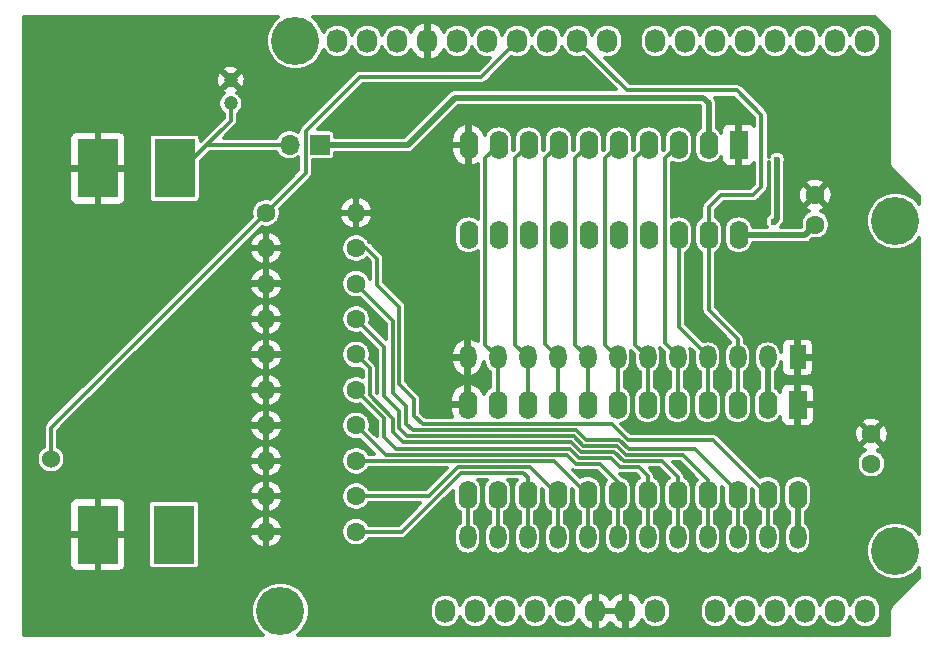
<source format=gbr>
%TF.GenerationSoftware,KiCad,Pcbnew,(5.1.10)-1*%
%TF.CreationDate,2021-11-16T12:00:15-06:00*%
%TF.ProjectId,GAL_Programmer,47414c5f-5072-46f6-9772-616d6d65722e,rev?*%
%TF.SameCoordinates,Original*%
%TF.FileFunction,Copper,L1,Top*%
%TF.FilePolarity,Positive*%
%FSLAX45Y45*%
G04 Gerber Fmt 4.5, Leading zero omitted, Abs format (unit mm)*
G04 Created by KiCad (PCBNEW (5.1.10)-1) date 2021-11-16 12:00:15*
%MOMM*%
%LPD*%
G01*
G04 APERTURE LIST*
%TA.AperFunction,ComponentPad*%
%ADD10C,1.200000*%
%TD*%
%TA.AperFunction,ComponentPad*%
%ADD11R,3.500000X5.000000*%
%TD*%
%TA.AperFunction,ComponentPad*%
%ADD12C,1.524000*%
%TD*%
%TA.AperFunction,ComponentPad*%
%ADD13O,1.727200X2.032000*%
%TD*%
%TA.AperFunction,ComponentPad*%
%ADD14C,4.064000*%
%TD*%
%TA.AperFunction,ComponentPad*%
%ADD15O,1.600000X1.600000*%
%TD*%
%TA.AperFunction,ComponentPad*%
%ADD16C,1.600000*%
%TD*%
%TA.AperFunction,ComponentPad*%
%ADD17R,1.600000X2.400000*%
%TD*%
%TA.AperFunction,ComponentPad*%
%ADD18O,1.600000X2.400000*%
%TD*%
%TA.AperFunction,ComponentPad*%
%ADD19R,1.700000X1.700000*%
%TD*%
%TA.AperFunction,ComponentPad*%
%ADD20O,1.700000X1.700000*%
%TD*%
%TA.AperFunction,ComponentPad*%
%ADD21R,1.440000X2.000000*%
%TD*%
%TA.AperFunction,ComponentPad*%
%ADD22O,1.440000X2.000000*%
%TD*%
%TA.AperFunction,ViaPad*%
%ADD23C,0.600000*%
%TD*%
%TA.AperFunction,Conductor*%
%ADD24C,0.500000*%
%TD*%
%TA.AperFunction,Conductor*%
%ADD25C,0.300000*%
%TD*%
%TA.AperFunction,Conductor*%
%ADD26C,0.100000*%
%TD*%
G04 APERTURE END LIST*
D10*
%TO.P,C3,1*%
%TO.N,Net-(C3-Pad1)*%
X12074800Y-8086500D03*
%TO.P,C3,2*%
%TO.N,GND*%
X12074800Y-7886500D03*
%TD*%
D11*
%TO.P,U3,1*%
%TO.N,+5V*%
X11594800Y-11736500D03*
%TO.P,U3,2*%
%TO.N,GND*%
X10949800Y-11736500D03*
%TO.P,U3,4*%
X10949800Y-8636500D03*
%TO.P,U3,3*%
%TO.N,Net-(C3-Pad1)*%
X11599800Y-8636500D03*
D12*
%TO.P,U3,5*%
%TO.N,/11(MOSI)*%
X10554800Y-11096500D03*
%TD*%
D13*
%TO.P,P1,1*%
%TO.N,Net-(P1-Pad1)*%
X13893800Y-12382500D03*
%TO.P,P1,2*%
%TO.N,/IOREF*%
X14147800Y-12382500D03*
%TO.P,P1,3*%
%TO.N,/Reset*%
X14401800Y-12382500D03*
%TO.P,P1,4*%
%TO.N,Net-(P1-Pad4)*%
X14655800Y-12382500D03*
%TO.P,P1,5*%
%TO.N,+5V*%
X14909800Y-12382500D03*
%TO.P,P1,6*%
%TO.N,GND*%
X15163800Y-12382500D03*
%TO.P,P1,7*%
X15417800Y-12382500D03*
%TO.P,P1,8*%
%TO.N,/Vin*%
X15671800Y-12382500D03*
%TD*%
%TO.P,P2,1*%
%TO.N,/A0*%
X16179800Y-12382500D03*
%TO.P,P2,2*%
%TO.N,/A1*%
X16433800Y-12382500D03*
%TO.P,P2,3*%
%TO.N,/A2*%
X16687800Y-12382500D03*
%TO.P,P2,4*%
%TO.N,/A3*%
X16941800Y-12382500D03*
%TO.P,P2,5*%
%TO.N,Net-(P2-Pad5)*%
X17195800Y-12382500D03*
%TO.P,P2,6*%
%TO.N,Net-(P2-Pad6)*%
X17449800Y-12382500D03*
%TD*%
%TO.P,P3,1*%
%TO.N,Net-(P3-Pad1)*%
X12979400Y-7556500D03*
%TO.P,P3,2*%
%TO.N,Net-(P3-Pad2)*%
X13233400Y-7556500D03*
%TO.P,P3,3*%
%TO.N,/AREF*%
X13487400Y-7556500D03*
%TO.P,P3,4*%
%TO.N,GND*%
X13741400Y-7556500D03*
%TO.P,P3,5*%
%TO.N,/13(SCK)*%
X13995400Y-7556500D03*
%TO.P,P3,6*%
%TO.N,/12(MISO)*%
X14249400Y-7556500D03*
%TO.P,P3,7*%
%TO.N,/11(MOSI)*%
X14503400Y-7556500D03*
%TO.P,P3,8*%
%TO.N,/10(\u002A\u002A/SS)*%
X14757400Y-7556500D03*
%TO.P,P3,9*%
%TO.N,/9(\u002A\u002A)*%
X15011400Y-7556500D03*
%TO.P,P3,10*%
%TO.N,/8*%
X15265400Y-7556500D03*
%TD*%
%TO.P,P4,1*%
%TO.N,/7*%
X15671800Y-7556500D03*
%TO.P,P4,2*%
%TO.N,/6(\u002A\u002A)*%
X15925800Y-7556500D03*
%TO.P,P4,3*%
%TO.N,/5(\u002A\u002A)*%
X16179800Y-7556500D03*
%TO.P,P4,4*%
%TO.N,/4*%
X16433800Y-7556500D03*
%TO.P,P4,5*%
%TO.N,/3(\u002A\u002A)*%
X16687800Y-7556500D03*
%TO.P,P4,6*%
%TO.N,/2*%
X16941800Y-7556500D03*
%TO.P,P4,7*%
%TO.N,/1(Tx)*%
X17195800Y-7556500D03*
%TO.P,P4,8*%
%TO.N,/0(Rx)*%
X17449800Y-7556500D03*
%TD*%
D14*
%TO.P,P5,1*%
%TO.N,Net-(P5-Pad1)*%
X12496800Y-12382500D03*
%TD*%
%TO.P,P6,1*%
%TO.N,Net-(P6-Pad1)*%
X17703800Y-11874500D03*
%TD*%
%TO.P,P7,1*%
%TO.N,Net-(P7-Pad1)*%
X12623800Y-7556500D03*
%TD*%
%TO.P,P8,1*%
%TO.N,Net-(P8-Pad1)*%
X17703800Y-9080500D03*
%TD*%
D15*
%TO.P,R1,2*%
%TO.N,GND*%
X12374800Y-11711500D03*
D16*
%TO.P,R1,1*%
%TO.N,/R1*%
X13136800Y-11711500D03*
%TD*%
%TO.P,R2,1*%
%TO.N,/R2*%
X13136800Y-11411500D03*
D15*
%TO.P,R2,2*%
%TO.N,GND*%
X12374800Y-11411500D03*
%TD*%
%TO.P,R3,2*%
%TO.N,GND*%
X12374800Y-11111500D03*
D16*
%TO.P,R3,1*%
%TO.N,/R3*%
X13136800Y-11111500D03*
%TD*%
%TO.P,R4,1*%
%TO.N,/R4*%
X13136800Y-10811500D03*
D15*
%TO.P,R4,2*%
%TO.N,GND*%
X12374800Y-10811500D03*
%TD*%
%TO.P,R5,2*%
%TO.N,GND*%
X12374800Y-10511500D03*
D16*
%TO.P,R5,1*%
%TO.N,/R5*%
X13136800Y-10511500D03*
%TD*%
%TO.P,R6,1*%
%TO.N,/R6*%
X13136800Y-10211500D03*
D15*
%TO.P,R6,2*%
%TO.N,GND*%
X12374800Y-10211500D03*
%TD*%
%TO.P,R7,2*%
%TO.N,GND*%
X12374800Y-9911500D03*
D16*
%TO.P,R7,1*%
%TO.N,/R7*%
X13136800Y-9911500D03*
%TD*%
%TO.P,R8,1*%
%TO.N,/R8*%
X13136800Y-9611500D03*
D15*
%TO.P,R8,2*%
%TO.N,GND*%
X12374800Y-9611500D03*
%TD*%
%TO.P,R9,2*%
%TO.N,GND*%
X12374800Y-9311500D03*
D16*
%TO.P,R9,1*%
%TO.N,/R9*%
X13136800Y-9311500D03*
%TD*%
%TO.P,R10,1*%
%TO.N,/11(MOSI)*%
X12374800Y-9011500D03*
D15*
%TO.P,R10,2*%
%TO.N,GND*%
X13136800Y-9011500D03*
%TD*%
D17*
%TO.P,U1,1*%
%TO.N,GND*%
X16374800Y-8436500D03*
D18*
%TO.P,U1,11*%
%TO.N,/13(SCK)*%
X14088800Y-9198500D03*
%TO.P,U1,2*%
%TO.N,/EDIT*%
X16120800Y-8436500D03*
%TO.P,U1,12*%
%TO.N,/12(MISO)*%
X14342800Y-9198500D03*
%TO.P,U1,3*%
%TO.N,/2*%
X15866800Y-8436500D03*
%TO.P,U1,13*%
%TO.N,/R1*%
X14596800Y-9198500D03*
%TO.P,U1,4*%
%TO.N,/3(\u002A\u002A)*%
X15612800Y-8436500D03*
%TO.P,U1,14*%
%TO.N,/R2*%
X14850800Y-9198500D03*
%TO.P,U1,5*%
%TO.N,/4*%
X15358800Y-8436500D03*
%TO.P,U1,15*%
%TO.N,/R3*%
X15104800Y-9198500D03*
%TO.P,U1,6*%
%TO.N,/5(\u002A\u002A)*%
X15104800Y-8436500D03*
%TO.P,U1,16*%
%TO.N,/R4*%
X15358800Y-9198500D03*
%TO.P,U1,7*%
%TO.N,/6(\u002A\u002A)*%
X14850800Y-8436500D03*
%TO.P,U1,17*%
%TO.N,/R5*%
X15612800Y-9198500D03*
%TO.P,U1,8*%
%TO.N,/7*%
X14596800Y-8436500D03*
%TO.P,U1,18*%
%TO.N,/10(\u002A\u002A/SS)*%
X15866800Y-9198500D03*
%TO.P,U1,9*%
%TO.N,/8*%
X14342800Y-8436500D03*
%TO.P,U1,19*%
%TO.N,/9(\u002A\u002A)*%
X16120800Y-9198500D03*
%TO.P,U1,10*%
%TO.N,GND*%
X14088800Y-8436500D03*
%TO.P,U1,20*%
%TO.N,+5V*%
X16374800Y-9198500D03*
%TD*%
D17*
%TO.P,U2,1*%
%TO.N,GND*%
X16874800Y-10636500D03*
D18*
%TO.P,U2,13*%
%TO.N,/13(SCK)*%
X14080800Y-11398500D03*
%TO.P,U2,2*%
%TO.N,/EDIT*%
X16620800Y-10636500D03*
%TO.P,U2,14*%
%TO.N,/12(MISO)*%
X14334800Y-11398500D03*
%TO.P,U2,3*%
%TO.N,/9(\u002A\u002A)*%
X16366800Y-10636500D03*
%TO.P,U2,15*%
%TO.N,/R1*%
X14588800Y-11398500D03*
%TO.P,U2,4*%
%TO.N,/10(\u002A\u002A/SS)*%
X16112800Y-10636500D03*
%TO.P,U2,16*%
%TO.N,/R2*%
X14842800Y-11398500D03*
%TO.P,U2,5*%
%TO.N,/2*%
X15858800Y-10636500D03*
%TO.P,U2,17*%
%TO.N,/R3*%
X15096800Y-11398500D03*
%TO.P,U2,6*%
%TO.N,/3(\u002A\u002A)*%
X15604800Y-10636500D03*
%TO.P,U2,18*%
%TO.N,/R4*%
X15350800Y-11398500D03*
%TO.P,U2,7*%
%TO.N,/4*%
X15350800Y-10636500D03*
%TO.P,U2,19*%
%TO.N,/R5*%
X15604800Y-11398500D03*
%TO.P,U2,8*%
%TO.N,/5(\u002A\u002A)*%
X15096800Y-10636500D03*
%TO.P,U2,20*%
%TO.N,/R6*%
X15858800Y-11398500D03*
%TO.P,U2,9*%
%TO.N,/6(\u002A\u002A)*%
X14842800Y-10636500D03*
%TO.P,U2,21*%
%TO.N,/R7*%
X16112800Y-11398500D03*
%TO.P,U2,10*%
%TO.N,/7*%
X14588800Y-10636500D03*
%TO.P,U2,22*%
%TO.N,/R8*%
X16366800Y-11398500D03*
%TO.P,U2,11*%
%TO.N,/8*%
X14334800Y-10636500D03*
%TO.P,U2,23*%
%TO.N,/R9*%
X16620800Y-11398500D03*
%TO.P,U2,12*%
%TO.N,GND*%
X14080800Y-10636500D03*
%TO.P,U2,24*%
%TO.N,+5V*%
X16874800Y-11398500D03*
%TD*%
D16*
%TO.P,C1,2*%
%TO.N,GND*%
X17499800Y-10886500D03*
%TO.P,C1,1*%
%TO.N,+5V*%
X17499800Y-11136500D03*
%TD*%
%TO.P,C2,1*%
%TO.N,+5V*%
X17024800Y-9111500D03*
%TO.P,C2,2*%
%TO.N,GND*%
X17024800Y-8861500D03*
%TD*%
D19*
%TO.P,J1,1*%
%TO.N,/EDIT*%
X12828800Y-8436500D03*
D20*
%TO.P,J1,2*%
%TO.N,Net-(C3-Pad1)*%
X12574800Y-8436500D03*
%TD*%
D21*
%TO.P,U4,1*%
%TO.N,GND*%
X16374800Y-8436500D03*
D22*
%TO.P,U4,20*%
%TO.N,+5V*%
X16374800Y-9198500D03*
%TO.P,U4,2*%
%TO.N,/EDIT*%
X16120800Y-8436500D03*
%TO.P,U4,19*%
%TO.N,/9(\u002A\u002A)*%
X16120800Y-9198500D03*
%TO.P,U4,3*%
%TO.N,/2*%
X15866800Y-8436500D03*
%TO.P,U4,18*%
%TO.N,/10(\u002A\u002A/SS)*%
X15866800Y-9198500D03*
%TO.P,U4,4*%
%TO.N,/3(\u002A\u002A)*%
X15612800Y-8436500D03*
%TO.P,U4,17*%
%TO.N,/R5*%
X15612800Y-9198500D03*
%TO.P,U4,5*%
%TO.N,/4*%
X15358800Y-8436500D03*
%TO.P,U4,16*%
%TO.N,/R4*%
X15358800Y-9198500D03*
%TO.P,U4,6*%
%TO.N,/5(\u002A\u002A)*%
X15104800Y-8436500D03*
%TO.P,U4,15*%
%TO.N,/R3*%
X15104800Y-9198500D03*
%TO.P,U4,7*%
%TO.N,/6(\u002A\u002A)*%
X14850800Y-8436500D03*
%TO.P,U4,14*%
%TO.N,/R2*%
X14850800Y-9198500D03*
%TO.P,U4,8*%
%TO.N,/7*%
X14596800Y-8436500D03*
%TO.P,U4,13*%
%TO.N,/R1*%
X14596800Y-9198500D03*
%TO.P,U4,9*%
%TO.N,/8*%
X14342800Y-8436500D03*
%TO.P,U4,12*%
%TO.N,/12(MISO)*%
X14342800Y-9198500D03*
%TO.P,U4,10*%
%TO.N,GND*%
X14088800Y-8436500D03*
%TO.P,U4,11*%
%TO.N,/13(SCK)*%
X14088800Y-9198500D03*
%TD*%
D21*
%TO.P,U5,1*%
%TO.N,GND*%
X16874800Y-10236500D03*
D22*
%TO.P,U5,24*%
%TO.N,+5V*%
X16874800Y-11760500D03*
%TO.P,U5,2*%
%TO.N,/EDIT*%
X16620800Y-10236500D03*
%TO.P,U5,23*%
%TO.N,/R9*%
X16620800Y-11760500D03*
%TO.P,U5,3*%
%TO.N,/9(\u002A\u002A)*%
X16366800Y-10236500D03*
%TO.P,U5,22*%
%TO.N,/R8*%
X16366800Y-11760500D03*
%TO.P,U5,4*%
%TO.N,/10(\u002A\u002A/SS)*%
X16112800Y-10236500D03*
%TO.P,U5,21*%
%TO.N,/R7*%
X16112800Y-11760500D03*
%TO.P,U5,5*%
%TO.N,/2*%
X15858800Y-10236500D03*
%TO.P,U5,20*%
%TO.N,/R6*%
X15858800Y-11760500D03*
%TO.P,U5,6*%
%TO.N,/3(\u002A\u002A)*%
X15604800Y-10236500D03*
%TO.P,U5,19*%
%TO.N,/R5*%
X15604800Y-11760500D03*
%TO.P,U5,7*%
%TO.N,/4*%
X15350800Y-10236500D03*
%TO.P,U5,18*%
%TO.N,/R4*%
X15350800Y-11760500D03*
%TO.P,U5,8*%
%TO.N,/5(\u002A\u002A)*%
X15096800Y-10236500D03*
%TO.P,U5,17*%
%TO.N,/R3*%
X15096800Y-11760500D03*
%TO.P,U5,9*%
%TO.N,/6(\u002A\u002A)*%
X14842800Y-10236500D03*
%TO.P,U5,16*%
%TO.N,/R2*%
X14842800Y-11760500D03*
%TO.P,U5,10*%
%TO.N,/7*%
X14588800Y-10236500D03*
%TO.P,U5,15*%
%TO.N,/R1*%
X14588800Y-11760500D03*
%TO.P,U5,11*%
%TO.N,/8*%
X14334800Y-10236500D03*
%TO.P,U5,14*%
%TO.N,/12(MISO)*%
X14334800Y-11760500D03*
%TO.P,U5,12*%
%TO.N,GND*%
X14080800Y-10236500D03*
%TO.P,U5,13*%
%TO.N,/13(SCK)*%
X14080800Y-11760500D03*
%TD*%
D23*
%TO.N,GND*%
X13224800Y-8061500D03*
X13524800Y-8261500D03*
X14474800Y-7836500D03*
X17499800Y-8036500D03*
X17799800Y-10411500D03*
X17274800Y-9711500D03*
X16749800Y-10986500D03*
X17249800Y-11986500D03*
X13649800Y-11811500D03*
X13574800Y-11311500D03*
X10774800Y-11386500D03*
X10949800Y-11386500D03*
X11124800Y-11386500D03*
X10774800Y-8986500D03*
X10949800Y-8986500D03*
X11124800Y-8986500D03*
X16324800Y-8161500D03*
X15974800Y-8186500D03*
X15774800Y-8136500D03*
X11236000Y-8712500D03*
X11236000Y-8864900D03*
X11236000Y-8560100D03*
X11236000Y-8407700D03*
X10677200Y-8407700D03*
X10677200Y-8560100D03*
X10677200Y-8712500D03*
X10677200Y-8864900D03*
X10677200Y-11963700D03*
X10677200Y-11811300D03*
X10677200Y-11658900D03*
X10677200Y-11506500D03*
X11236000Y-11506500D03*
X11236000Y-11658900D03*
X11236000Y-11811300D03*
X11236000Y-11963700D03*
%TO.N,/EDIT*%
X16699800Y-8561500D03*
X16674800Y-9086500D03*
%TD*%
D24*
%TO.N,+5V*%
X16874800Y-11760500D02*
X16874800Y-11398500D01*
X16937800Y-9198500D02*
X17024800Y-9111500D01*
X16374800Y-9198500D02*
X16937800Y-9198500D01*
D25*
%TO.N,GND*%
X16874800Y-10636500D02*
X16874800Y-10236500D01*
X14080800Y-10236500D02*
X14080800Y-10636500D01*
%TO.N,/9(\u002A\u002A)*%
X16366800Y-10636500D02*
X16366800Y-10236500D01*
X16120800Y-9198500D02*
X16120800Y-9832500D01*
X16366800Y-10078500D02*
X16366800Y-10236500D01*
X16120800Y-9832500D02*
X16366800Y-10078500D01*
X16499800Y-8861500D02*
X16224800Y-8861500D01*
X16568800Y-8792500D02*
X16499800Y-8861500D01*
X16568800Y-8180500D02*
X16568800Y-8792500D01*
X16120800Y-8965500D02*
X16120800Y-9198500D01*
X16364799Y-7976499D02*
X16568800Y-8180500D01*
X15431399Y-7976499D02*
X16364799Y-7976499D01*
X16224800Y-8861500D02*
X16120800Y-8965500D01*
X15011400Y-7556500D02*
X15431399Y-7976499D01*
%TO.N,/8*%
X14334800Y-10636500D02*
X14334800Y-10236500D01*
X14227799Y-8551501D02*
X14342800Y-8436500D01*
X14227799Y-10129499D02*
X14227799Y-8551501D01*
X14334800Y-10236500D02*
X14227799Y-10129499D01*
%TO.N,/7*%
X14588800Y-10236500D02*
X14588800Y-10636500D01*
X14481799Y-8551501D02*
X14596800Y-8436500D01*
X14481799Y-10129499D02*
X14481799Y-8551501D01*
X14588800Y-10236500D02*
X14481799Y-10129499D01*
%TO.N,/6(\u002A\u002A)*%
X14842800Y-10636500D02*
X14842800Y-10236500D01*
X14735799Y-8551501D02*
X14850800Y-8436500D01*
X14842800Y-10229500D02*
X14735799Y-10122499D01*
X14842800Y-10236500D02*
X14842800Y-10229500D01*
X14735799Y-10122499D02*
X14735799Y-8551501D01*
%TO.N,/5(\u002A\u002A)*%
X15096800Y-10236500D02*
X15096800Y-10636500D01*
X14989799Y-8551501D02*
X15104800Y-8436500D01*
X14989799Y-10129499D02*
X14989799Y-8551501D01*
X15096800Y-10236500D02*
X14989799Y-10129499D01*
%TO.N,/4*%
X15350800Y-10636500D02*
X15350800Y-10236500D01*
X15243799Y-8551501D02*
X15358800Y-8436500D01*
X15349800Y-10236500D02*
X15243799Y-10130499D01*
X15350800Y-10236500D02*
X15349800Y-10236500D01*
X15243799Y-10130499D02*
X15243799Y-8551501D01*
%TO.N,/3(\u002A\u002A)*%
X15604800Y-10236500D02*
X15604800Y-10636500D01*
X15497799Y-8551501D02*
X15612800Y-8436500D01*
X15497799Y-10129499D02*
X15497799Y-8551501D01*
X15604800Y-10236500D02*
X15497799Y-10129499D01*
%TO.N,/2*%
X15858800Y-10636500D02*
X15858800Y-10236500D01*
X15751799Y-8551501D02*
X15866800Y-8436500D01*
X15858800Y-10220500D02*
X15751799Y-10113499D01*
X15858800Y-10236500D02*
X15858800Y-10220500D01*
X15751799Y-10113499D02*
X15751799Y-8551501D01*
%TO.N,/13(SCK)*%
X14080800Y-11398500D02*
X14080800Y-11760500D01*
%TO.N,/10(\u002A\u002A/SS)*%
X16112800Y-10236500D02*
X16112800Y-10636500D01*
X15866800Y-9198500D02*
X15866800Y-9953500D01*
X16112800Y-10236500D02*
X16112800Y-10224500D01*
X15866800Y-9978500D02*
X15866800Y-9953500D01*
X16112800Y-10224500D02*
X15866800Y-9978500D01*
%TO.N,/12(MISO)*%
X14334800Y-11398500D02*
X14334800Y-11760500D01*
%TO.N,/11(MOSI)*%
X10554800Y-10831500D02*
X10554800Y-11096500D01*
X12374800Y-9011500D02*
X10554800Y-10831500D01*
X12708800Y-8677500D02*
X12708800Y-8323500D01*
X12708800Y-8323500D02*
X13170800Y-7861500D01*
X12374800Y-9011500D02*
X12708800Y-8677500D01*
X14198400Y-7861500D02*
X14503400Y-7556500D01*
X13170800Y-7861500D02*
X14198400Y-7861500D01*
D24*
%TO.N,/EDIT*%
X12828800Y-8436500D02*
X13574800Y-8436500D01*
X13574800Y-8436500D02*
X13974800Y-8036500D01*
X13974800Y-8036500D02*
X16074800Y-8036500D01*
X16120800Y-8082500D02*
X16120800Y-8436500D01*
X16074800Y-8036500D02*
X16120800Y-8082500D01*
X16620800Y-10236500D02*
X16620800Y-10636500D01*
X16699800Y-9061500D02*
X16674800Y-9086500D01*
X16699800Y-8561500D02*
X16699800Y-9061500D01*
D25*
%TO.N,Net-(C3-Pad1)*%
X11599800Y-8636500D02*
X11674800Y-8636500D01*
X11874800Y-8436500D02*
X12574800Y-8436500D01*
X11674800Y-8636500D02*
X11874800Y-8436500D01*
X12074800Y-8236500D02*
X12074800Y-8086500D01*
X11674800Y-8636500D02*
X12074800Y-8236500D01*
%TO.N,/R1*%
X14588800Y-11398500D02*
X14588800Y-11760500D01*
X14588800Y-11250500D02*
X14588800Y-11398500D01*
X14549800Y-11211500D02*
X14588800Y-11250500D01*
X14024800Y-11211500D02*
X14549800Y-11211500D01*
X13524800Y-11711500D02*
X14024800Y-11211500D01*
X13136800Y-11711500D02*
X13524800Y-11711500D01*
%TO.N,/R2*%
X14842800Y-11398500D02*
X14842800Y-11760500D01*
X14605799Y-11161499D02*
X14842800Y-11398500D01*
X13999801Y-11161499D02*
X13999801Y-11165787D01*
X13999801Y-11161499D02*
X14605799Y-11161499D01*
X13754088Y-11411500D02*
X13136800Y-11411500D01*
X13999801Y-11165787D02*
X13754088Y-11411500D01*
%TO.N,/R3*%
X15096800Y-11398500D02*
X15096800Y-11760500D01*
X14809798Y-11111498D02*
X13599802Y-11111498D01*
X15096800Y-11398500D02*
X14809798Y-11111498D01*
X13599800Y-11111500D02*
X13136800Y-11111500D01*
X13599802Y-11111498D02*
X13599800Y-11111500D01*
%TO.N,/R4*%
X15350800Y-11398500D02*
X15350800Y-11287500D01*
X15199800Y-11136500D02*
X14999800Y-11136500D01*
X15350800Y-11287500D02*
X15199800Y-11136500D01*
X15350800Y-11398500D02*
X15350800Y-11760500D01*
X13136800Y-10811500D02*
X13386799Y-11061499D01*
X13579091Y-11061497D02*
X14924797Y-11061497D01*
X14924797Y-11061497D02*
X14999800Y-11136500D01*
X13579089Y-11061499D02*
X13579091Y-11061497D01*
X13386799Y-11061499D02*
X13579089Y-11061499D01*
%TO.N,/R5*%
X15604800Y-11398500D02*
X15604800Y-11760500D01*
X13474798Y-11011498D02*
X13374800Y-10911500D01*
X13374800Y-10911500D02*
X13374800Y-10749500D01*
X13558378Y-11011498D02*
X13474798Y-11011498D01*
X13558380Y-11011496D02*
X13558378Y-11011498D01*
X14945508Y-11011496D02*
X13558380Y-11011496D01*
X15020512Y-11086500D02*
X14945508Y-11011496D01*
X15292799Y-11086499D02*
X15020513Y-11086499D01*
X15371300Y-11165000D02*
X15292799Y-11086499D01*
X15020513Y-11086499D02*
X15020512Y-11086500D01*
X15528300Y-11165000D02*
X15371300Y-11165000D01*
X15604800Y-11241500D02*
X15528300Y-11165000D01*
X13374800Y-10749500D02*
X13136800Y-10511500D01*
X15604800Y-11398500D02*
X15604800Y-11241500D01*
%TO.N,/R6*%
X15858800Y-11760500D02*
X15858800Y-11398500D01*
X13251800Y-10555788D02*
X13251800Y-10326500D01*
X13449800Y-10870076D02*
X13449800Y-10753788D01*
X14958012Y-10953288D02*
X13533012Y-10953288D01*
X15041222Y-11036498D02*
X14958012Y-10953288D01*
X15324798Y-11036498D02*
X15041222Y-11036498D01*
X13251800Y-10326500D02*
X13136800Y-10211500D01*
X15403299Y-11114999D02*
X15324798Y-11036498D01*
X13449800Y-10753788D02*
X13251800Y-10555788D01*
X15728299Y-11114999D02*
X15403299Y-11114999D01*
X13533012Y-10953288D02*
X13449800Y-10870076D01*
X15858800Y-11245500D02*
X15728299Y-11114999D01*
X15858800Y-11398500D02*
X15858800Y-11245500D01*
%TO.N,/R7*%
X16112800Y-11398500D02*
X16112800Y-11760500D01*
X16112800Y-11274500D02*
X16112800Y-11398500D01*
X15903298Y-11064998D02*
X16112800Y-11274500D01*
X15345509Y-10986497D02*
X15424010Y-11064998D01*
X15424010Y-11064998D02*
X15903298Y-11064998D01*
X14978723Y-10903287D02*
X15061933Y-10986497D01*
X13499800Y-10836500D02*
X13566587Y-10903287D01*
X15061933Y-10986497D02*
X15345509Y-10986497D01*
X13499800Y-10686500D02*
X13499800Y-10836500D01*
X13374800Y-10561500D02*
X13499800Y-10686500D01*
X13374800Y-10149500D02*
X13374800Y-10561500D01*
X13566587Y-10903287D02*
X14978723Y-10903287D01*
X13136800Y-9911500D02*
X13374800Y-10149500D01*
%TO.N,/R8*%
X16366800Y-11760500D02*
X16366800Y-11398500D01*
X14999434Y-10853286D02*
X13616582Y-10853286D01*
X15082644Y-10936496D02*
X14999434Y-10853286D01*
X15366220Y-10936496D02*
X15082644Y-10936496D01*
X15444721Y-11014997D02*
X15366220Y-10936496D01*
X16003297Y-11014997D02*
X15444721Y-11014997D01*
X16366800Y-11378500D02*
X16003297Y-11014997D01*
X13616582Y-10853286D02*
X13562298Y-10799002D01*
X16366800Y-11398500D02*
X16366800Y-11378500D01*
X13136800Y-9611500D02*
X13449800Y-9924500D01*
X13449800Y-10536500D02*
X13562298Y-10648998D01*
X13449800Y-9924500D02*
X13449800Y-10536500D01*
X13562298Y-10799002D02*
X13562298Y-10648998D01*
%TO.N,/R9*%
X16620800Y-11760500D02*
X16620800Y-11398500D01*
X15303721Y-10803285D02*
X15436936Y-10936500D01*
X13699800Y-10803285D02*
X15303721Y-10803285D01*
X13624800Y-10728285D02*
X13699800Y-10803285D01*
X13503400Y-9807900D02*
X13503400Y-10465100D01*
X13503400Y-10465100D02*
X13624800Y-10586500D01*
X15436936Y-10936500D02*
X16158800Y-10936500D01*
X13624800Y-10586500D02*
X13624800Y-10728285D01*
X16158800Y-10936500D02*
X16620800Y-11398500D01*
X13136800Y-9311500D02*
X13224800Y-9311500D01*
X13224800Y-9311500D02*
X13315900Y-9402600D01*
X13315900Y-9402600D02*
X13315900Y-9620400D01*
X13315900Y-9620400D02*
X13503400Y-9807900D01*
%TD*%
%TO.N,GND*%
X12465582Y-7363710D02*
X12431010Y-7398282D01*
X12403848Y-7438933D01*
X12385138Y-7484103D01*
X12375600Y-7532054D01*
X12375600Y-7580946D01*
X12385138Y-7628897D01*
X12403848Y-7674067D01*
X12431010Y-7714718D01*
X12465582Y-7749289D01*
X12506233Y-7776452D01*
X12551403Y-7795162D01*
X12599354Y-7804700D01*
X12648246Y-7804700D01*
X12696197Y-7795162D01*
X12741367Y-7776452D01*
X12782018Y-7749289D01*
X12816589Y-7714718D01*
X12843752Y-7674067D01*
X12861825Y-7630434D01*
X12869650Y-7645073D01*
X12886065Y-7665075D01*
X12906067Y-7681490D01*
X12928888Y-7693688D01*
X12953649Y-7701199D01*
X12979400Y-7703735D01*
X13005151Y-7701199D01*
X13029912Y-7693688D01*
X13052733Y-7681490D01*
X13072735Y-7665075D01*
X13089150Y-7645073D01*
X13101348Y-7622252D01*
X13106400Y-7605598D01*
X13111452Y-7622252D01*
X13123650Y-7645073D01*
X13140065Y-7665075D01*
X13160067Y-7681490D01*
X13182888Y-7693688D01*
X13207649Y-7701199D01*
X13233400Y-7703735D01*
X13259151Y-7701199D01*
X13283912Y-7693688D01*
X13306733Y-7681490D01*
X13326735Y-7665075D01*
X13343150Y-7645073D01*
X13355348Y-7622252D01*
X13360400Y-7605598D01*
X13365452Y-7622252D01*
X13377650Y-7645073D01*
X13394065Y-7665075D01*
X13414067Y-7681490D01*
X13436888Y-7693688D01*
X13461649Y-7701199D01*
X13487400Y-7703735D01*
X13513151Y-7701199D01*
X13537912Y-7693688D01*
X13560733Y-7681490D01*
X13580735Y-7665075D01*
X13597150Y-7645073D01*
X13603085Y-7633969D01*
X13608993Y-7647203D01*
X13626259Y-7671584D01*
X13647950Y-7692129D01*
X13673232Y-7708047D01*
X13701134Y-7718726D01*
X13707381Y-7720048D01*
X13731000Y-7707051D01*
X13731000Y-7566900D01*
X13729000Y-7566900D01*
X13729000Y-7546100D01*
X13731000Y-7546100D01*
X13731000Y-7405949D01*
X13707381Y-7392952D01*
X13701134Y-7394273D01*
X13673232Y-7404953D01*
X13647950Y-7420871D01*
X13626259Y-7441416D01*
X13608993Y-7465797D01*
X13603085Y-7479031D01*
X13597150Y-7467927D01*
X13580735Y-7447925D01*
X13560733Y-7431510D01*
X13537912Y-7419312D01*
X13513151Y-7411801D01*
X13487400Y-7409264D01*
X13461649Y-7411801D01*
X13436887Y-7419312D01*
X13414067Y-7431510D01*
X13394065Y-7447925D01*
X13377650Y-7467927D01*
X13365452Y-7490748D01*
X13360400Y-7507402D01*
X13355348Y-7490747D01*
X13343150Y-7467927D01*
X13326735Y-7447925D01*
X13306733Y-7431510D01*
X13283912Y-7419312D01*
X13259151Y-7411801D01*
X13233400Y-7409264D01*
X13207649Y-7411801D01*
X13182887Y-7419312D01*
X13160067Y-7431510D01*
X13140065Y-7447925D01*
X13123650Y-7467927D01*
X13111452Y-7490748D01*
X13106400Y-7507402D01*
X13101348Y-7490747D01*
X13089150Y-7467927D01*
X13072735Y-7447925D01*
X13052733Y-7431510D01*
X13029912Y-7419312D01*
X13005151Y-7411801D01*
X12979400Y-7409264D01*
X12953649Y-7411801D01*
X12928887Y-7419312D01*
X12906067Y-7431510D01*
X12886065Y-7447925D01*
X12869650Y-7467927D01*
X12861825Y-7482566D01*
X12843752Y-7438933D01*
X12816589Y-7398282D01*
X12782018Y-7363710D01*
X12768982Y-7355000D01*
X17529654Y-7355000D01*
X17651300Y-7476646D01*
X17651300Y-8595322D01*
X17651046Y-8597900D01*
X17651300Y-8600478D01*
X17651300Y-8600479D01*
X17652060Y-8608192D01*
X17655062Y-8618088D01*
X17659937Y-8627209D01*
X17666497Y-8635203D01*
X17668501Y-8636847D01*
X17905300Y-8873646D01*
X17905300Y-8935318D01*
X17896590Y-8922282D01*
X17862018Y-8887711D01*
X17821367Y-8860548D01*
X17776197Y-8841838D01*
X17728246Y-8832300D01*
X17679354Y-8832300D01*
X17631403Y-8841838D01*
X17586233Y-8860548D01*
X17545582Y-8887711D01*
X17511011Y-8922282D01*
X17483848Y-8962933D01*
X17465138Y-9008103D01*
X17455600Y-9056054D01*
X17455600Y-9104946D01*
X17465138Y-9152897D01*
X17483848Y-9198067D01*
X17511011Y-9238718D01*
X17545582Y-9273290D01*
X17586233Y-9300452D01*
X17631403Y-9319162D01*
X17679354Y-9328700D01*
X17728246Y-9328700D01*
X17776197Y-9319162D01*
X17821367Y-9300452D01*
X17862018Y-9273290D01*
X17896590Y-9238718D01*
X17905300Y-9225682D01*
X17905300Y-11729318D01*
X17896590Y-11716282D01*
X17862018Y-11681710D01*
X17821367Y-11654548D01*
X17776197Y-11635838D01*
X17728246Y-11626300D01*
X17679354Y-11626300D01*
X17631403Y-11635838D01*
X17586233Y-11654548D01*
X17545582Y-11681710D01*
X17511011Y-11716282D01*
X17483848Y-11756933D01*
X17465138Y-11802103D01*
X17455600Y-11850054D01*
X17455600Y-11898946D01*
X17465138Y-11946897D01*
X17483848Y-11992067D01*
X17511011Y-12032718D01*
X17545582Y-12067289D01*
X17586233Y-12094452D01*
X17631403Y-12113162D01*
X17679354Y-12122700D01*
X17728246Y-12122700D01*
X17776197Y-12113162D01*
X17821367Y-12094452D01*
X17862018Y-12067289D01*
X17896590Y-12032718D01*
X17905300Y-12019682D01*
X17905300Y-12106754D01*
X17668501Y-12343553D01*
X17666497Y-12345197D01*
X17664854Y-12347200D01*
X17659937Y-12353191D01*
X17655062Y-12362312D01*
X17652060Y-12372208D01*
X17651046Y-12382500D01*
X17651300Y-12385079D01*
X17651300Y-12584000D01*
X12641982Y-12584000D01*
X12655018Y-12575289D01*
X12689589Y-12540718D01*
X12716752Y-12500067D01*
X12735462Y-12454897D01*
X12745000Y-12406946D01*
X12745000Y-12360808D01*
X13762440Y-12360808D01*
X13762440Y-12404192D01*
X13764341Y-12423491D01*
X13771852Y-12448252D01*
X13784050Y-12471073D01*
X13800465Y-12491075D01*
X13820467Y-12507490D01*
X13843288Y-12519688D01*
X13868049Y-12527199D01*
X13893800Y-12529735D01*
X13919551Y-12527199D01*
X13944312Y-12519688D01*
X13967133Y-12507490D01*
X13987135Y-12491075D01*
X14003550Y-12471073D01*
X14015748Y-12448252D01*
X14020800Y-12431598D01*
X14025852Y-12448252D01*
X14038050Y-12471073D01*
X14054465Y-12491075D01*
X14074467Y-12507490D01*
X14097288Y-12519688D01*
X14122049Y-12527199D01*
X14147800Y-12529735D01*
X14173551Y-12527199D01*
X14198312Y-12519688D01*
X14221133Y-12507490D01*
X14241135Y-12491075D01*
X14257550Y-12471073D01*
X14269748Y-12448252D01*
X14274800Y-12431598D01*
X14279852Y-12448252D01*
X14292050Y-12471073D01*
X14308465Y-12491075D01*
X14328467Y-12507490D01*
X14351288Y-12519688D01*
X14376049Y-12527199D01*
X14401800Y-12529735D01*
X14427551Y-12527199D01*
X14452312Y-12519688D01*
X14475133Y-12507490D01*
X14495135Y-12491075D01*
X14511550Y-12471073D01*
X14523748Y-12448252D01*
X14528800Y-12431598D01*
X14533852Y-12448252D01*
X14546050Y-12471073D01*
X14562465Y-12491075D01*
X14582467Y-12507490D01*
X14605288Y-12519688D01*
X14630049Y-12527199D01*
X14655800Y-12529735D01*
X14681551Y-12527199D01*
X14706312Y-12519688D01*
X14729133Y-12507490D01*
X14749135Y-12491075D01*
X14765550Y-12471073D01*
X14777748Y-12448252D01*
X14782800Y-12431598D01*
X14787852Y-12448252D01*
X14800050Y-12471073D01*
X14816465Y-12491075D01*
X14836467Y-12507490D01*
X14859288Y-12519688D01*
X14884049Y-12527199D01*
X14909800Y-12529735D01*
X14935551Y-12527199D01*
X14960312Y-12519688D01*
X14983133Y-12507490D01*
X15003135Y-12491075D01*
X15019550Y-12471073D01*
X15025485Y-12459969D01*
X15031393Y-12473203D01*
X15048659Y-12497584D01*
X15070350Y-12518129D01*
X15095632Y-12534047D01*
X15123534Y-12544726D01*
X15129781Y-12546048D01*
X15153400Y-12533051D01*
X15153400Y-12392900D01*
X15174200Y-12392900D01*
X15174200Y-12533051D01*
X15197819Y-12546048D01*
X15204066Y-12544726D01*
X15231968Y-12534047D01*
X15257250Y-12518129D01*
X15278941Y-12497584D01*
X15290800Y-12480839D01*
X15302659Y-12497584D01*
X15324350Y-12518129D01*
X15349632Y-12534047D01*
X15377534Y-12544726D01*
X15383781Y-12546048D01*
X15407400Y-12533051D01*
X15407400Y-12392900D01*
X15174200Y-12392900D01*
X15153400Y-12392900D01*
X15151400Y-12392900D01*
X15151400Y-12372100D01*
X15153400Y-12372100D01*
X15153400Y-12231949D01*
X15174200Y-12231949D01*
X15174200Y-12372100D01*
X15407400Y-12372100D01*
X15407400Y-12231949D01*
X15428200Y-12231949D01*
X15428200Y-12372100D01*
X15430200Y-12372100D01*
X15430200Y-12392900D01*
X15428200Y-12392900D01*
X15428200Y-12533051D01*
X15451819Y-12546048D01*
X15458066Y-12544726D01*
X15485968Y-12534047D01*
X15511250Y-12518129D01*
X15532941Y-12497584D01*
X15550207Y-12473203D01*
X15556115Y-12459969D01*
X15562050Y-12471073D01*
X15578465Y-12491075D01*
X15598467Y-12507490D01*
X15621288Y-12519688D01*
X15646049Y-12527199D01*
X15671800Y-12529735D01*
X15697551Y-12527199D01*
X15722312Y-12519688D01*
X15745133Y-12507490D01*
X15765135Y-12491075D01*
X15781550Y-12471073D01*
X15793748Y-12448252D01*
X15801259Y-12423491D01*
X15803160Y-12404192D01*
X15803160Y-12360808D01*
X16048440Y-12360808D01*
X16048440Y-12404192D01*
X16050341Y-12423491D01*
X16057852Y-12448252D01*
X16070050Y-12471073D01*
X16086465Y-12491075D01*
X16106467Y-12507490D01*
X16129288Y-12519688D01*
X16154049Y-12527199D01*
X16179800Y-12529735D01*
X16205551Y-12527199D01*
X16230312Y-12519688D01*
X16253133Y-12507490D01*
X16273135Y-12491075D01*
X16289550Y-12471073D01*
X16301748Y-12448252D01*
X16306800Y-12431598D01*
X16311852Y-12448252D01*
X16324050Y-12471073D01*
X16340465Y-12491075D01*
X16360467Y-12507490D01*
X16383288Y-12519688D01*
X16408049Y-12527199D01*
X16433800Y-12529735D01*
X16459551Y-12527199D01*
X16484312Y-12519688D01*
X16507133Y-12507490D01*
X16527135Y-12491075D01*
X16543550Y-12471073D01*
X16555748Y-12448252D01*
X16560800Y-12431598D01*
X16565852Y-12448252D01*
X16578050Y-12471073D01*
X16594465Y-12491075D01*
X16614467Y-12507490D01*
X16637288Y-12519688D01*
X16662049Y-12527199D01*
X16687800Y-12529735D01*
X16713551Y-12527199D01*
X16738312Y-12519688D01*
X16761133Y-12507490D01*
X16781135Y-12491075D01*
X16797550Y-12471073D01*
X16809748Y-12448252D01*
X16814800Y-12431598D01*
X16819852Y-12448252D01*
X16832050Y-12471073D01*
X16848465Y-12491075D01*
X16868467Y-12507490D01*
X16891288Y-12519688D01*
X16916049Y-12527199D01*
X16941800Y-12529735D01*
X16967551Y-12527199D01*
X16992313Y-12519688D01*
X17015133Y-12507490D01*
X17035135Y-12491075D01*
X17051550Y-12471073D01*
X17063748Y-12448252D01*
X17068800Y-12431598D01*
X17073852Y-12448252D01*
X17086050Y-12471073D01*
X17102465Y-12491075D01*
X17122467Y-12507490D01*
X17145288Y-12519688D01*
X17170049Y-12527199D01*
X17195800Y-12529735D01*
X17221551Y-12527199D01*
X17246313Y-12519688D01*
X17269133Y-12507490D01*
X17289135Y-12491075D01*
X17305550Y-12471073D01*
X17317748Y-12448252D01*
X17322800Y-12431598D01*
X17327852Y-12448252D01*
X17340050Y-12471073D01*
X17356465Y-12491075D01*
X17376467Y-12507490D01*
X17399288Y-12519688D01*
X17424049Y-12527199D01*
X17449800Y-12529735D01*
X17475551Y-12527199D01*
X17500313Y-12519688D01*
X17523133Y-12507490D01*
X17543135Y-12491075D01*
X17559550Y-12471073D01*
X17571748Y-12448252D01*
X17579259Y-12423491D01*
X17581160Y-12404192D01*
X17581160Y-12360808D01*
X17579259Y-12341509D01*
X17571748Y-12316747D01*
X17559550Y-12293927D01*
X17543135Y-12273925D01*
X17523133Y-12257510D01*
X17500312Y-12245312D01*
X17475551Y-12237801D01*
X17449800Y-12235264D01*
X17424049Y-12237801D01*
X17399288Y-12245312D01*
X17376467Y-12257510D01*
X17356465Y-12273925D01*
X17340050Y-12293927D01*
X17327852Y-12316748D01*
X17322800Y-12333402D01*
X17317748Y-12316747D01*
X17305550Y-12293927D01*
X17289135Y-12273925D01*
X17269133Y-12257510D01*
X17246312Y-12245312D01*
X17221551Y-12237801D01*
X17195800Y-12235264D01*
X17170049Y-12237801D01*
X17145288Y-12245312D01*
X17122467Y-12257510D01*
X17102465Y-12273925D01*
X17086050Y-12293927D01*
X17073852Y-12316748D01*
X17068800Y-12333402D01*
X17063748Y-12316747D01*
X17051550Y-12293927D01*
X17035135Y-12273925D01*
X17015133Y-12257510D01*
X16992312Y-12245312D01*
X16967551Y-12237801D01*
X16941800Y-12235264D01*
X16916049Y-12237801D01*
X16891288Y-12245312D01*
X16868467Y-12257510D01*
X16848465Y-12273925D01*
X16832050Y-12293927D01*
X16819852Y-12316748D01*
X16814800Y-12333402D01*
X16809748Y-12316747D01*
X16797550Y-12293927D01*
X16781135Y-12273925D01*
X16761133Y-12257510D01*
X16738312Y-12245312D01*
X16713551Y-12237801D01*
X16687800Y-12235264D01*
X16662049Y-12237801D01*
X16637287Y-12245312D01*
X16614467Y-12257510D01*
X16594465Y-12273925D01*
X16578050Y-12293927D01*
X16565852Y-12316748D01*
X16560800Y-12333402D01*
X16555748Y-12316747D01*
X16543550Y-12293927D01*
X16527135Y-12273925D01*
X16507133Y-12257510D01*
X16484312Y-12245312D01*
X16459551Y-12237801D01*
X16433800Y-12235264D01*
X16408049Y-12237801D01*
X16383287Y-12245312D01*
X16360467Y-12257510D01*
X16340465Y-12273925D01*
X16324050Y-12293927D01*
X16311852Y-12316748D01*
X16306800Y-12333402D01*
X16301748Y-12316747D01*
X16289550Y-12293927D01*
X16273135Y-12273925D01*
X16253133Y-12257510D01*
X16230312Y-12245312D01*
X16205551Y-12237801D01*
X16179800Y-12235264D01*
X16154049Y-12237801D01*
X16129287Y-12245312D01*
X16106467Y-12257510D01*
X16086465Y-12273925D01*
X16070050Y-12293927D01*
X16057852Y-12316748D01*
X16050341Y-12341509D01*
X16048440Y-12360808D01*
X15803160Y-12360808D01*
X15803160Y-12360808D01*
X15801259Y-12341509D01*
X15793748Y-12316747D01*
X15781550Y-12293927D01*
X15765135Y-12273925D01*
X15745133Y-12257510D01*
X15722312Y-12245312D01*
X15697551Y-12237801D01*
X15671800Y-12235264D01*
X15646049Y-12237801D01*
X15621287Y-12245312D01*
X15598467Y-12257510D01*
X15578465Y-12273925D01*
X15562050Y-12293927D01*
X15556115Y-12305031D01*
X15550207Y-12291797D01*
X15532941Y-12267416D01*
X15511250Y-12246871D01*
X15485968Y-12230953D01*
X15458066Y-12220273D01*
X15451819Y-12218952D01*
X15428200Y-12231949D01*
X15407400Y-12231949D01*
X15383781Y-12218952D01*
X15377534Y-12220273D01*
X15349632Y-12230953D01*
X15324350Y-12246871D01*
X15302659Y-12267416D01*
X15290800Y-12284161D01*
X15278941Y-12267416D01*
X15257250Y-12246871D01*
X15231968Y-12230953D01*
X15204066Y-12220273D01*
X15197819Y-12218952D01*
X15174200Y-12231949D01*
X15153400Y-12231949D01*
X15129781Y-12218952D01*
X15123534Y-12220273D01*
X15095632Y-12230953D01*
X15070350Y-12246871D01*
X15048659Y-12267416D01*
X15031393Y-12291797D01*
X15025485Y-12305031D01*
X15019550Y-12293927D01*
X15003135Y-12273925D01*
X14983133Y-12257510D01*
X14960312Y-12245312D01*
X14935551Y-12237801D01*
X14909800Y-12235264D01*
X14884049Y-12237801D01*
X14859287Y-12245312D01*
X14836467Y-12257510D01*
X14816465Y-12273925D01*
X14800050Y-12293927D01*
X14787852Y-12316748D01*
X14782800Y-12333402D01*
X14777748Y-12316747D01*
X14765550Y-12293927D01*
X14749135Y-12273925D01*
X14729133Y-12257510D01*
X14706312Y-12245312D01*
X14681551Y-12237801D01*
X14655800Y-12235264D01*
X14630049Y-12237801D01*
X14605287Y-12245312D01*
X14582467Y-12257510D01*
X14562465Y-12273925D01*
X14546050Y-12293927D01*
X14533852Y-12316748D01*
X14528800Y-12333402D01*
X14523748Y-12316747D01*
X14511550Y-12293927D01*
X14495135Y-12273925D01*
X14475133Y-12257510D01*
X14452312Y-12245312D01*
X14427551Y-12237801D01*
X14401800Y-12235264D01*
X14376049Y-12237801D01*
X14351287Y-12245312D01*
X14328467Y-12257510D01*
X14308465Y-12273925D01*
X14292050Y-12293927D01*
X14279852Y-12316748D01*
X14274800Y-12333402D01*
X14269748Y-12316747D01*
X14257550Y-12293927D01*
X14241135Y-12273925D01*
X14221133Y-12257510D01*
X14198312Y-12245312D01*
X14173551Y-12237801D01*
X14147800Y-12235264D01*
X14122049Y-12237801D01*
X14097287Y-12245312D01*
X14074467Y-12257510D01*
X14054465Y-12273925D01*
X14038050Y-12293927D01*
X14025852Y-12316748D01*
X14020800Y-12333402D01*
X14015748Y-12316747D01*
X14003550Y-12293927D01*
X13987135Y-12273925D01*
X13967133Y-12257510D01*
X13944312Y-12245312D01*
X13919551Y-12237801D01*
X13893800Y-12235264D01*
X13868049Y-12237801D01*
X13843287Y-12245312D01*
X13820467Y-12257510D01*
X13800465Y-12273925D01*
X13784050Y-12293927D01*
X13771852Y-12316748D01*
X13764341Y-12341509D01*
X13762440Y-12360808D01*
X12745000Y-12360808D01*
X12745000Y-12358054D01*
X12735462Y-12310103D01*
X12716752Y-12264933D01*
X12689589Y-12224282D01*
X12655018Y-12189710D01*
X12614367Y-12162548D01*
X12569197Y-12143838D01*
X12521246Y-12134300D01*
X12472354Y-12134300D01*
X12424403Y-12143838D01*
X12379233Y-12162548D01*
X12338582Y-12189710D01*
X12304010Y-12224282D01*
X12276848Y-12264933D01*
X12258138Y-12310103D01*
X12248600Y-12358054D01*
X12248600Y-12406946D01*
X12258138Y-12454897D01*
X12276848Y-12500067D01*
X12304010Y-12540718D01*
X12338582Y-12575289D01*
X12351618Y-12584000D01*
X10327300Y-12584000D01*
X10327300Y-11986500D01*
X10708682Y-11986500D01*
X10709952Y-11999399D01*
X10713715Y-12011802D01*
X10719825Y-12023233D01*
X10728047Y-12033253D01*
X10738067Y-12041475D01*
X10749498Y-12047585D01*
X10761901Y-12051348D01*
X10774800Y-12052618D01*
X10922950Y-12052300D01*
X10939400Y-12035850D01*
X10939400Y-11746900D01*
X10960200Y-11746900D01*
X10960200Y-12035850D01*
X10976650Y-12052300D01*
X11124800Y-12052618D01*
X11137699Y-12051348D01*
X11150102Y-12047585D01*
X11161533Y-12041475D01*
X11171553Y-12033253D01*
X11179775Y-12023233D01*
X11185885Y-12011802D01*
X11189648Y-11999399D01*
X11190918Y-11986500D01*
X11190600Y-11763350D01*
X11174150Y-11746900D01*
X10960200Y-11746900D01*
X10939400Y-11746900D01*
X10725450Y-11746900D01*
X10709000Y-11763350D01*
X10708682Y-11986500D01*
X10327300Y-11986500D01*
X10327300Y-11486500D01*
X10708682Y-11486500D01*
X10709000Y-11709650D01*
X10725450Y-11726100D01*
X10939400Y-11726100D01*
X10939400Y-11437150D01*
X10960200Y-11437150D01*
X10960200Y-11726100D01*
X11174150Y-11726100D01*
X11190600Y-11709650D01*
X11190918Y-11486500D01*
X11374582Y-11486500D01*
X11374582Y-11986500D01*
X11375451Y-11995321D01*
X11378024Y-12003804D01*
X11382203Y-12011622D01*
X11387826Y-12018474D01*
X11394678Y-12024097D01*
X11402496Y-12028276D01*
X11410978Y-12030849D01*
X11419800Y-12031718D01*
X11769800Y-12031718D01*
X11778621Y-12030849D01*
X11787104Y-12028276D01*
X11794922Y-12024097D01*
X11801774Y-12018474D01*
X11807397Y-12011622D01*
X11811576Y-12003804D01*
X11814149Y-11995321D01*
X11815018Y-11986500D01*
X11815018Y-11744522D01*
X12232789Y-11744522D01*
X12238375Y-11762940D01*
X12251032Y-11788567D01*
X12268446Y-11811232D01*
X12289946Y-11830065D01*
X12314707Y-11844341D01*
X12341778Y-11853512D01*
X12364400Y-11840479D01*
X12364400Y-11721900D01*
X12385200Y-11721900D01*
X12385200Y-11840479D01*
X12407822Y-11853512D01*
X12434893Y-11844341D01*
X12459654Y-11830065D01*
X12481154Y-11811232D01*
X12498568Y-11788567D01*
X12511224Y-11762940D01*
X12516811Y-11744522D01*
X12503731Y-11721900D01*
X12385200Y-11721900D01*
X12364400Y-11721900D01*
X12245869Y-11721900D01*
X12232789Y-11744522D01*
X11815018Y-11744522D01*
X11815018Y-11678478D01*
X12232789Y-11678478D01*
X12245869Y-11701100D01*
X12364400Y-11701100D01*
X12364400Y-11582521D01*
X12385200Y-11582521D01*
X12385200Y-11701100D01*
X12503731Y-11701100D01*
X12516811Y-11678478D01*
X12511224Y-11660059D01*
X12498568Y-11634433D01*
X12481154Y-11611768D01*
X12459654Y-11592935D01*
X12434893Y-11578659D01*
X12407822Y-11569488D01*
X12385200Y-11582521D01*
X12364400Y-11582521D01*
X12341778Y-11569488D01*
X12314707Y-11578659D01*
X12289946Y-11592935D01*
X12268446Y-11611768D01*
X12251032Y-11634433D01*
X12238375Y-11660059D01*
X12232789Y-11678478D01*
X11815018Y-11678478D01*
X11815018Y-11486500D01*
X11814149Y-11477678D01*
X11811576Y-11469196D01*
X11807397Y-11461378D01*
X11801774Y-11454526D01*
X11794922Y-11448903D01*
X11787104Y-11444724D01*
X11786437Y-11444522D01*
X12232789Y-11444522D01*
X12238375Y-11462940D01*
X12251032Y-11488567D01*
X12268446Y-11511232D01*
X12289946Y-11530065D01*
X12314707Y-11544341D01*
X12341778Y-11553512D01*
X12364400Y-11540479D01*
X12364400Y-11421900D01*
X12385200Y-11421900D01*
X12385200Y-11540479D01*
X12407822Y-11553512D01*
X12434893Y-11544341D01*
X12459654Y-11530065D01*
X12481154Y-11511232D01*
X12498568Y-11488567D01*
X12511224Y-11462940D01*
X12516811Y-11444522D01*
X12503731Y-11421900D01*
X12385200Y-11421900D01*
X12364400Y-11421900D01*
X12245869Y-11421900D01*
X12232789Y-11444522D01*
X11786437Y-11444522D01*
X11778621Y-11442151D01*
X11769800Y-11441282D01*
X11419800Y-11441282D01*
X11410978Y-11442151D01*
X11402496Y-11444724D01*
X11394678Y-11448903D01*
X11387826Y-11454526D01*
X11382203Y-11461378D01*
X11378024Y-11469196D01*
X11375451Y-11477678D01*
X11374582Y-11486500D01*
X11190918Y-11486500D01*
X11189648Y-11473601D01*
X11185885Y-11461198D01*
X11179775Y-11449767D01*
X11171553Y-11439747D01*
X11161533Y-11431525D01*
X11150102Y-11425415D01*
X11137699Y-11421652D01*
X11124800Y-11420382D01*
X10976650Y-11420700D01*
X10960200Y-11437150D01*
X10939400Y-11437150D01*
X10922950Y-11420700D01*
X10774800Y-11420382D01*
X10761901Y-11421652D01*
X10749498Y-11425415D01*
X10738067Y-11431525D01*
X10728047Y-11439747D01*
X10719825Y-11449767D01*
X10713715Y-11461198D01*
X10709952Y-11473601D01*
X10708682Y-11486500D01*
X10327300Y-11486500D01*
X10327300Y-11378478D01*
X12232789Y-11378478D01*
X12245869Y-11401100D01*
X12364400Y-11401100D01*
X12364400Y-11282521D01*
X12385200Y-11282521D01*
X12385200Y-11401100D01*
X12503731Y-11401100D01*
X12516811Y-11378478D01*
X12511224Y-11360059D01*
X12498568Y-11334433D01*
X12481154Y-11311768D01*
X12459654Y-11292935D01*
X12434893Y-11278659D01*
X12407822Y-11269488D01*
X12385200Y-11282521D01*
X12364400Y-11282521D01*
X12341778Y-11269488D01*
X12314707Y-11278659D01*
X12289946Y-11292935D01*
X12268446Y-11311768D01*
X12251032Y-11334433D01*
X12238375Y-11360059D01*
X12232789Y-11378478D01*
X10327300Y-11378478D01*
X10327300Y-11084563D01*
X10433600Y-11084563D01*
X10433600Y-11108437D01*
X10438258Y-11131853D01*
X10447394Y-11153910D01*
X10460658Y-11173761D01*
X10477540Y-11190642D01*
X10497390Y-11203906D01*
X10519447Y-11213042D01*
X10542863Y-11217700D01*
X10566737Y-11217700D01*
X10590153Y-11213042D01*
X10612210Y-11203906D01*
X10632061Y-11190642D01*
X10648942Y-11173761D01*
X10662206Y-11153910D01*
X10666095Y-11144522D01*
X12232789Y-11144522D01*
X12238375Y-11162941D01*
X12251032Y-11188567D01*
X12268446Y-11211232D01*
X12289946Y-11230065D01*
X12314707Y-11244341D01*
X12341778Y-11253512D01*
X12364400Y-11240479D01*
X12364400Y-11121900D01*
X12385200Y-11121900D01*
X12385200Y-11240479D01*
X12407822Y-11253512D01*
X12434893Y-11244341D01*
X12459654Y-11230065D01*
X12481154Y-11211232D01*
X12498568Y-11188567D01*
X12511224Y-11162941D01*
X12516811Y-11144522D01*
X12503731Y-11121900D01*
X12385200Y-11121900D01*
X12364400Y-11121900D01*
X12245869Y-11121900D01*
X12232789Y-11144522D01*
X10666095Y-11144522D01*
X10671342Y-11131853D01*
X10676000Y-11108437D01*
X10676000Y-11084563D01*
X10674790Y-11078478D01*
X12232789Y-11078478D01*
X12245869Y-11101100D01*
X12364400Y-11101100D01*
X12364400Y-10982521D01*
X12385200Y-10982521D01*
X12385200Y-11101100D01*
X12503731Y-11101100D01*
X12516811Y-11078478D01*
X12511224Y-11060060D01*
X12498568Y-11034433D01*
X12481154Y-11011768D01*
X12459654Y-10992935D01*
X12434893Y-10978659D01*
X12407822Y-10969488D01*
X12385200Y-10982521D01*
X12364400Y-10982521D01*
X12341778Y-10969488D01*
X12314707Y-10978659D01*
X12289946Y-10992935D01*
X12268446Y-11011768D01*
X12251032Y-11034433D01*
X12238375Y-11060060D01*
X12232789Y-11078478D01*
X10674790Y-11078478D01*
X10671342Y-11061147D01*
X10662206Y-11039090D01*
X10648942Y-11019240D01*
X10632061Y-11002358D01*
X10614800Y-10990825D01*
X10614800Y-10856353D01*
X10626631Y-10844522D01*
X12232789Y-10844522D01*
X12238375Y-10862941D01*
X12251032Y-10888567D01*
X12268446Y-10911232D01*
X12289946Y-10930065D01*
X12314707Y-10944341D01*
X12341778Y-10953512D01*
X12364400Y-10940479D01*
X12364400Y-10821900D01*
X12385200Y-10821900D01*
X12385200Y-10940479D01*
X12407822Y-10953512D01*
X12434893Y-10944341D01*
X12459654Y-10930065D01*
X12481154Y-10911232D01*
X12498568Y-10888567D01*
X12511224Y-10862941D01*
X12516811Y-10844522D01*
X12503731Y-10821900D01*
X12385200Y-10821900D01*
X12364400Y-10821900D01*
X12245869Y-10821900D01*
X12232789Y-10844522D01*
X10626631Y-10844522D01*
X10692675Y-10778478D01*
X12232789Y-10778478D01*
X12245869Y-10801100D01*
X12364400Y-10801100D01*
X12364400Y-10682521D01*
X12385200Y-10682521D01*
X12385200Y-10801100D01*
X12503731Y-10801100D01*
X12516811Y-10778478D01*
X12511224Y-10760060D01*
X12498568Y-10734433D01*
X12481154Y-10711768D01*
X12459654Y-10692935D01*
X12434893Y-10678659D01*
X12407822Y-10669488D01*
X12385200Y-10682521D01*
X12364400Y-10682521D01*
X12341778Y-10669488D01*
X12314707Y-10678659D01*
X12289946Y-10692935D01*
X12268446Y-10711768D01*
X12251032Y-10734433D01*
X12238375Y-10760060D01*
X12232789Y-10778478D01*
X10692675Y-10778478D01*
X10926631Y-10544522D01*
X12232789Y-10544522D01*
X12238375Y-10562941D01*
X12251032Y-10588567D01*
X12268446Y-10611232D01*
X12289946Y-10630065D01*
X12314707Y-10644341D01*
X12341778Y-10653512D01*
X12364400Y-10640479D01*
X12364400Y-10521900D01*
X12385200Y-10521900D01*
X12385200Y-10640479D01*
X12407822Y-10653512D01*
X12434893Y-10644341D01*
X12459654Y-10630065D01*
X12481154Y-10611232D01*
X12498568Y-10588567D01*
X12511224Y-10562941D01*
X12516811Y-10544522D01*
X12503731Y-10521900D01*
X12385200Y-10521900D01*
X12364400Y-10521900D01*
X12245869Y-10521900D01*
X12232789Y-10544522D01*
X10926631Y-10544522D01*
X10992675Y-10478478D01*
X12232789Y-10478478D01*
X12245869Y-10501100D01*
X12364400Y-10501100D01*
X12364400Y-10382521D01*
X12385200Y-10382521D01*
X12385200Y-10501100D01*
X12503731Y-10501100D01*
X12516811Y-10478478D01*
X12511224Y-10460060D01*
X12498568Y-10434433D01*
X12481154Y-10411768D01*
X12459654Y-10392935D01*
X12434893Y-10378659D01*
X12407822Y-10369488D01*
X12385200Y-10382521D01*
X12364400Y-10382521D01*
X12341778Y-10369488D01*
X12314707Y-10378659D01*
X12289946Y-10392935D01*
X12268446Y-10411768D01*
X12251032Y-10434433D01*
X12238375Y-10460060D01*
X12232789Y-10478478D01*
X10992675Y-10478478D01*
X11226631Y-10244522D01*
X12232789Y-10244522D01*
X12238375Y-10262941D01*
X12251032Y-10288567D01*
X12268446Y-10311232D01*
X12289946Y-10330065D01*
X12314707Y-10344341D01*
X12341778Y-10353512D01*
X12364400Y-10340479D01*
X12364400Y-10221900D01*
X12385200Y-10221900D01*
X12385200Y-10340479D01*
X12407822Y-10353512D01*
X12434893Y-10344341D01*
X12459654Y-10330065D01*
X12481154Y-10311232D01*
X12498568Y-10288567D01*
X12511224Y-10262941D01*
X12516811Y-10244522D01*
X12503731Y-10221900D01*
X12385200Y-10221900D01*
X12364400Y-10221900D01*
X12245869Y-10221900D01*
X12232789Y-10244522D01*
X11226631Y-10244522D01*
X11292675Y-10178478D01*
X12232789Y-10178478D01*
X12245869Y-10201100D01*
X12364400Y-10201100D01*
X12364400Y-10082521D01*
X12385200Y-10082521D01*
X12385200Y-10201100D01*
X12503731Y-10201100D01*
X12516811Y-10178478D01*
X12511224Y-10160060D01*
X12498568Y-10134433D01*
X12481154Y-10111768D01*
X12459654Y-10092935D01*
X12434893Y-10078659D01*
X12407822Y-10069488D01*
X12385200Y-10082521D01*
X12364400Y-10082521D01*
X12341778Y-10069488D01*
X12314707Y-10078659D01*
X12289946Y-10092935D01*
X12268446Y-10111768D01*
X12251032Y-10134433D01*
X12238375Y-10160060D01*
X12232789Y-10178478D01*
X11292675Y-10178478D01*
X11526631Y-9944522D01*
X12232789Y-9944522D01*
X12238375Y-9962941D01*
X12251032Y-9988567D01*
X12268446Y-10011232D01*
X12289946Y-10030065D01*
X12314707Y-10044341D01*
X12341778Y-10053512D01*
X12364400Y-10040479D01*
X12364400Y-9921900D01*
X12385200Y-9921900D01*
X12385200Y-10040479D01*
X12407822Y-10053512D01*
X12434893Y-10044341D01*
X12459654Y-10030065D01*
X12481154Y-10011232D01*
X12498568Y-9988567D01*
X12511224Y-9962941D01*
X12516811Y-9944522D01*
X12503731Y-9921900D01*
X12385200Y-9921900D01*
X12364400Y-9921900D01*
X12245869Y-9921900D01*
X12232789Y-9944522D01*
X11526631Y-9944522D01*
X11592675Y-9878478D01*
X12232789Y-9878478D01*
X12245869Y-9901100D01*
X12364400Y-9901100D01*
X12364400Y-9782521D01*
X12385200Y-9782521D01*
X12385200Y-9901100D01*
X12503731Y-9901100D01*
X12516811Y-9878478D01*
X12511224Y-9860060D01*
X12498568Y-9834433D01*
X12481154Y-9811768D01*
X12459654Y-9792935D01*
X12434893Y-9778659D01*
X12407822Y-9769488D01*
X12385200Y-9782521D01*
X12364400Y-9782521D01*
X12341778Y-9769488D01*
X12314707Y-9778659D01*
X12289946Y-9792935D01*
X12268446Y-9811768D01*
X12251032Y-9834433D01*
X12238375Y-9860060D01*
X12232789Y-9878478D01*
X11592675Y-9878478D01*
X11826631Y-9644522D01*
X12232789Y-9644522D01*
X12238375Y-9662941D01*
X12251032Y-9688567D01*
X12268446Y-9711232D01*
X12289946Y-9730065D01*
X12314707Y-9744341D01*
X12341778Y-9753512D01*
X12364400Y-9740479D01*
X12364400Y-9621900D01*
X12385200Y-9621900D01*
X12385200Y-9740479D01*
X12407822Y-9753512D01*
X12434893Y-9744341D01*
X12459654Y-9730065D01*
X12481154Y-9711232D01*
X12498568Y-9688567D01*
X12511224Y-9662941D01*
X12516811Y-9644522D01*
X12503731Y-9621900D01*
X12385200Y-9621900D01*
X12364400Y-9621900D01*
X12245869Y-9621900D01*
X12232789Y-9644522D01*
X11826631Y-9644522D01*
X11892675Y-9578478D01*
X12232789Y-9578478D01*
X12245869Y-9601100D01*
X12364400Y-9601100D01*
X12364400Y-9482521D01*
X12385200Y-9482521D01*
X12385200Y-9601100D01*
X12503731Y-9601100D01*
X12516811Y-9578478D01*
X12511224Y-9560060D01*
X12498568Y-9534433D01*
X12481154Y-9511768D01*
X12459654Y-9492935D01*
X12434893Y-9478659D01*
X12407822Y-9469488D01*
X12385200Y-9482521D01*
X12364400Y-9482521D01*
X12341778Y-9469488D01*
X12314707Y-9478659D01*
X12289946Y-9492935D01*
X12268446Y-9511768D01*
X12251032Y-9534433D01*
X12238375Y-9560060D01*
X12232789Y-9578478D01*
X11892675Y-9578478D01*
X12126631Y-9344522D01*
X12232789Y-9344522D01*
X12238375Y-9362941D01*
X12251032Y-9388567D01*
X12268446Y-9411232D01*
X12289946Y-9430065D01*
X12314707Y-9444341D01*
X12341778Y-9453512D01*
X12364400Y-9440479D01*
X12364400Y-9321900D01*
X12385200Y-9321900D01*
X12385200Y-9440479D01*
X12407822Y-9453512D01*
X12434893Y-9444341D01*
X12459654Y-9430065D01*
X12481154Y-9411232D01*
X12498568Y-9388567D01*
X12511224Y-9362941D01*
X12516811Y-9344522D01*
X12503731Y-9321900D01*
X12385200Y-9321900D01*
X12364400Y-9321900D01*
X12245869Y-9321900D01*
X12232789Y-9344522D01*
X12126631Y-9344522D01*
X12192675Y-9278478D01*
X12232789Y-9278478D01*
X12245869Y-9301100D01*
X12364400Y-9301100D01*
X12364400Y-9182521D01*
X12385200Y-9182521D01*
X12385200Y-9301100D01*
X12503731Y-9301100D01*
X12504836Y-9299189D01*
X13011800Y-9299189D01*
X13011800Y-9323811D01*
X13016604Y-9347961D01*
X13026026Y-9370710D01*
X13039706Y-9391183D01*
X13057117Y-9408594D01*
X13077590Y-9422274D01*
X13100339Y-9431696D01*
X13124489Y-9436500D01*
X13149111Y-9436500D01*
X13173261Y-9431696D01*
X13196010Y-9422274D01*
X13216483Y-9408594D01*
X13226762Y-9398315D01*
X13255900Y-9427453D01*
X13255900Y-9572393D01*
X13247573Y-9552290D01*
X13233894Y-9531817D01*
X13216483Y-9514406D01*
X13196010Y-9500727D01*
X13173261Y-9491304D01*
X13149111Y-9486500D01*
X13124489Y-9486500D01*
X13100339Y-9491304D01*
X13077590Y-9500727D01*
X13057117Y-9514406D01*
X13039706Y-9531817D01*
X13026026Y-9552290D01*
X13016604Y-9575039D01*
X13011800Y-9599189D01*
X13011800Y-9623811D01*
X13016604Y-9647961D01*
X13026026Y-9670710D01*
X13039706Y-9691183D01*
X13057117Y-9708594D01*
X13077590Y-9722274D01*
X13100339Y-9731696D01*
X13124489Y-9736500D01*
X13149111Y-9736500D01*
X13172329Y-9731882D01*
X13389800Y-9949353D01*
X13389800Y-10079647D01*
X13257182Y-9947029D01*
X13261800Y-9923811D01*
X13261800Y-9899189D01*
X13256996Y-9875039D01*
X13247573Y-9852290D01*
X13233894Y-9831817D01*
X13216483Y-9814406D01*
X13196010Y-9800727D01*
X13173261Y-9791304D01*
X13149111Y-9786500D01*
X13124489Y-9786500D01*
X13100339Y-9791304D01*
X13077590Y-9800727D01*
X13057117Y-9814406D01*
X13039706Y-9831817D01*
X13026026Y-9852290D01*
X13016604Y-9875039D01*
X13011800Y-9899189D01*
X13011800Y-9923811D01*
X13016604Y-9947961D01*
X13026026Y-9970710D01*
X13039706Y-9991183D01*
X13057117Y-10008594D01*
X13077590Y-10022274D01*
X13100339Y-10031696D01*
X13124489Y-10036500D01*
X13149111Y-10036500D01*
X13172329Y-10031882D01*
X13314800Y-10174353D01*
X13314800Y-10533935D01*
X13311800Y-10530935D01*
X13311800Y-10329447D01*
X13312090Y-10326500D01*
X13310932Y-10314738D01*
X13309068Y-10308594D01*
X13307501Y-10303428D01*
X13301930Y-10293005D01*
X13294432Y-10283868D01*
X13292142Y-10281989D01*
X13257182Y-10247029D01*
X13261800Y-10223811D01*
X13261800Y-10199189D01*
X13256996Y-10175039D01*
X13247573Y-10152290D01*
X13233894Y-10131817D01*
X13216483Y-10114406D01*
X13196010Y-10100727D01*
X13173261Y-10091304D01*
X13149111Y-10086500D01*
X13124489Y-10086500D01*
X13100339Y-10091304D01*
X13077590Y-10100727D01*
X13057117Y-10114406D01*
X13039706Y-10131817D01*
X13026026Y-10152290D01*
X13016604Y-10175039D01*
X13011800Y-10199189D01*
X13011800Y-10223811D01*
X13016604Y-10247961D01*
X13026026Y-10270710D01*
X13039706Y-10291183D01*
X13057117Y-10308594D01*
X13077590Y-10322274D01*
X13100339Y-10331696D01*
X13124489Y-10336500D01*
X13149111Y-10336500D01*
X13172329Y-10331882D01*
X13191800Y-10351353D01*
X13191800Y-10398983D01*
X13173261Y-10391304D01*
X13149111Y-10386500D01*
X13124489Y-10386500D01*
X13100339Y-10391304D01*
X13077590Y-10400727D01*
X13057117Y-10414406D01*
X13039706Y-10431817D01*
X13026026Y-10452290D01*
X13016604Y-10475039D01*
X13011800Y-10499189D01*
X13011800Y-10523811D01*
X13016604Y-10547961D01*
X13026026Y-10570710D01*
X13039706Y-10591183D01*
X13057117Y-10608594D01*
X13077590Y-10622274D01*
X13100339Y-10631696D01*
X13124489Y-10636500D01*
X13149111Y-10636500D01*
X13172329Y-10631882D01*
X13314800Y-10774353D01*
X13314800Y-10904647D01*
X13257182Y-10847029D01*
X13261800Y-10823811D01*
X13261800Y-10799189D01*
X13256996Y-10775039D01*
X13247573Y-10752290D01*
X13233894Y-10731817D01*
X13216483Y-10714406D01*
X13196010Y-10700727D01*
X13173261Y-10691304D01*
X13149111Y-10686500D01*
X13124489Y-10686500D01*
X13100339Y-10691304D01*
X13077590Y-10700727D01*
X13057117Y-10714406D01*
X13039706Y-10731817D01*
X13026026Y-10752290D01*
X13016604Y-10775039D01*
X13011800Y-10799189D01*
X13011800Y-10823811D01*
X13016604Y-10847961D01*
X13026026Y-10870710D01*
X13039706Y-10891183D01*
X13057117Y-10908594D01*
X13077590Y-10922274D01*
X13100339Y-10931696D01*
X13124489Y-10936500D01*
X13149111Y-10936500D01*
X13172329Y-10931882D01*
X13291947Y-11051500D01*
X13247045Y-11051500D01*
X13233894Y-11031817D01*
X13216483Y-11014406D01*
X13196010Y-11000727D01*
X13173261Y-10991304D01*
X13149111Y-10986500D01*
X13124489Y-10986500D01*
X13100339Y-10991304D01*
X13077590Y-11000727D01*
X13057117Y-11014406D01*
X13039706Y-11031817D01*
X13026026Y-11052290D01*
X13016604Y-11075039D01*
X13011800Y-11099189D01*
X13011800Y-11123811D01*
X13016604Y-11147961D01*
X13026026Y-11170710D01*
X13039706Y-11191183D01*
X13057117Y-11208594D01*
X13077590Y-11222273D01*
X13100339Y-11231696D01*
X13124489Y-11236500D01*
X13149111Y-11236500D01*
X13173261Y-11231696D01*
X13196010Y-11222273D01*
X13216483Y-11208594D01*
X13233894Y-11191183D01*
X13247045Y-11171500D01*
X13596853Y-11171500D01*
X13599800Y-11171790D01*
X13602747Y-11171500D01*
X13602768Y-11171498D01*
X13909237Y-11171498D01*
X13729235Y-11351500D01*
X13247045Y-11351500D01*
X13233894Y-11331817D01*
X13216483Y-11314406D01*
X13196010Y-11300726D01*
X13173261Y-11291304D01*
X13149111Y-11286500D01*
X13124489Y-11286500D01*
X13100339Y-11291304D01*
X13077590Y-11300726D01*
X13057117Y-11314406D01*
X13039706Y-11331817D01*
X13026026Y-11352290D01*
X13016604Y-11375039D01*
X13011800Y-11399189D01*
X13011800Y-11423811D01*
X13016604Y-11447961D01*
X13026026Y-11470710D01*
X13039706Y-11491183D01*
X13057117Y-11508594D01*
X13077590Y-11522273D01*
X13100339Y-11531696D01*
X13124489Y-11536500D01*
X13149111Y-11536500D01*
X13173261Y-11531696D01*
X13196010Y-11522273D01*
X13216483Y-11508594D01*
X13233894Y-11491183D01*
X13247045Y-11471500D01*
X13679947Y-11471500D01*
X13499947Y-11651500D01*
X13247045Y-11651500D01*
X13233894Y-11631817D01*
X13216483Y-11614406D01*
X13196010Y-11600726D01*
X13173261Y-11591304D01*
X13149111Y-11586500D01*
X13124489Y-11586500D01*
X13100339Y-11591304D01*
X13077590Y-11600726D01*
X13057117Y-11614406D01*
X13039706Y-11631817D01*
X13026026Y-11652290D01*
X13016604Y-11675039D01*
X13011800Y-11699189D01*
X13011800Y-11723811D01*
X13016604Y-11747961D01*
X13026026Y-11770710D01*
X13039706Y-11791183D01*
X13057117Y-11808594D01*
X13077590Y-11822273D01*
X13100339Y-11831696D01*
X13124489Y-11836500D01*
X13149111Y-11836500D01*
X13173261Y-11831696D01*
X13196010Y-11822273D01*
X13216483Y-11808594D01*
X13233894Y-11791183D01*
X13247045Y-11771500D01*
X13521853Y-11771500D01*
X13524800Y-11771790D01*
X13527747Y-11771500D01*
X13536562Y-11770632D01*
X13547872Y-11767201D01*
X13558295Y-11761630D01*
X13567432Y-11754132D01*
X13569311Y-11751841D01*
X13955800Y-11365353D01*
X13955800Y-11444640D01*
X13957609Y-11463004D01*
X13964756Y-11486567D01*
X13976363Y-11508282D01*
X13991984Y-11527316D01*
X14011018Y-11542937D01*
X14020800Y-11548165D01*
X14020800Y-11631906D01*
X14015484Y-11634747D01*
X13997668Y-11649368D01*
X13983047Y-11667184D01*
X13972183Y-11687509D01*
X13965493Y-11709564D01*
X13963800Y-11726752D01*
X13963800Y-11794248D01*
X13965493Y-11811436D01*
X13972183Y-11833490D01*
X13983047Y-11853816D01*
X13997668Y-11871632D01*
X14015484Y-11886253D01*
X14035809Y-11897117D01*
X14057864Y-11903807D01*
X14080800Y-11906066D01*
X14103736Y-11903807D01*
X14125790Y-11897117D01*
X14146116Y-11886253D01*
X14163932Y-11871632D01*
X14178553Y-11853816D01*
X14189417Y-11833491D01*
X14196107Y-11811436D01*
X14197800Y-11794248D01*
X14197800Y-11726752D01*
X14196107Y-11709564D01*
X14189417Y-11687509D01*
X14178553Y-11667184D01*
X14163932Y-11649368D01*
X14146116Y-11634747D01*
X14140800Y-11631906D01*
X14140800Y-11548165D01*
X14150582Y-11542937D01*
X14169616Y-11527316D01*
X14185237Y-11508282D01*
X14196844Y-11486567D01*
X14203991Y-11463004D01*
X14205800Y-11444640D01*
X14205800Y-11352360D01*
X14203991Y-11333996D01*
X14196844Y-11310433D01*
X14185237Y-11288718D01*
X14171106Y-11271500D01*
X14244494Y-11271500D01*
X14230363Y-11288718D01*
X14218756Y-11310433D01*
X14211609Y-11333996D01*
X14209800Y-11352359D01*
X14209800Y-11444640D01*
X14211609Y-11463004D01*
X14218756Y-11486567D01*
X14230363Y-11508282D01*
X14245984Y-11527316D01*
X14265018Y-11542937D01*
X14274800Y-11548165D01*
X14274800Y-11631906D01*
X14269484Y-11634747D01*
X14251668Y-11649368D01*
X14237047Y-11667184D01*
X14226183Y-11687509D01*
X14219493Y-11709564D01*
X14217800Y-11726752D01*
X14217800Y-11794248D01*
X14219493Y-11811436D01*
X14226183Y-11833490D01*
X14237047Y-11853816D01*
X14251668Y-11871632D01*
X14269484Y-11886253D01*
X14289809Y-11897117D01*
X14311864Y-11903807D01*
X14334800Y-11906066D01*
X14357736Y-11903807D01*
X14379790Y-11897117D01*
X14400116Y-11886253D01*
X14417932Y-11871632D01*
X14432553Y-11853816D01*
X14443417Y-11833491D01*
X14450107Y-11811436D01*
X14451800Y-11794248D01*
X14451800Y-11726752D01*
X14450107Y-11709564D01*
X14443417Y-11687509D01*
X14432553Y-11667184D01*
X14417932Y-11649368D01*
X14400116Y-11634747D01*
X14394800Y-11631906D01*
X14394800Y-11548165D01*
X14404582Y-11542937D01*
X14423616Y-11527316D01*
X14439237Y-11508282D01*
X14450844Y-11486567D01*
X14457991Y-11463004D01*
X14459800Y-11444640D01*
X14459800Y-11352360D01*
X14457991Y-11333996D01*
X14450844Y-11310433D01*
X14439237Y-11288718D01*
X14425106Y-11271500D01*
X14498494Y-11271500D01*
X14484363Y-11288718D01*
X14472756Y-11310433D01*
X14465609Y-11333996D01*
X14463800Y-11352359D01*
X14463800Y-11444640D01*
X14465609Y-11463004D01*
X14472756Y-11486567D01*
X14484363Y-11508282D01*
X14499984Y-11527316D01*
X14519018Y-11542937D01*
X14528800Y-11548165D01*
X14528800Y-11631906D01*
X14523484Y-11634747D01*
X14505668Y-11649368D01*
X14491047Y-11667184D01*
X14480183Y-11687509D01*
X14473493Y-11709564D01*
X14471800Y-11726752D01*
X14471800Y-11794248D01*
X14473493Y-11811436D01*
X14480183Y-11833490D01*
X14491047Y-11853816D01*
X14505668Y-11871632D01*
X14523484Y-11886253D01*
X14543809Y-11897117D01*
X14565864Y-11903807D01*
X14588800Y-11906066D01*
X14611736Y-11903807D01*
X14633790Y-11897117D01*
X14654116Y-11886253D01*
X14671932Y-11871632D01*
X14686553Y-11853816D01*
X14697417Y-11833491D01*
X14704107Y-11811436D01*
X14705800Y-11794248D01*
X14705800Y-11726752D01*
X14704107Y-11709564D01*
X14697417Y-11687509D01*
X14686553Y-11667184D01*
X14671932Y-11649368D01*
X14654116Y-11634747D01*
X14648800Y-11631906D01*
X14648800Y-11548165D01*
X14658582Y-11542937D01*
X14677616Y-11527316D01*
X14693237Y-11508282D01*
X14704844Y-11486567D01*
X14711991Y-11463004D01*
X14713800Y-11444640D01*
X14713800Y-11354353D01*
X14717800Y-11358353D01*
X14717800Y-11444640D01*
X14719609Y-11463004D01*
X14726756Y-11486567D01*
X14738363Y-11508282D01*
X14753984Y-11527316D01*
X14773018Y-11542937D01*
X14782800Y-11548165D01*
X14782800Y-11631906D01*
X14777484Y-11634747D01*
X14759668Y-11649368D01*
X14745047Y-11667184D01*
X14734183Y-11687509D01*
X14727493Y-11709564D01*
X14725800Y-11726752D01*
X14725800Y-11794248D01*
X14727493Y-11811436D01*
X14734183Y-11833490D01*
X14745047Y-11853816D01*
X14759668Y-11871632D01*
X14777484Y-11886253D01*
X14797809Y-11897117D01*
X14819864Y-11903807D01*
X14842800Y-11906066D01*
X14865736Y-11903807D01*
X14887790Y-11897117D01*
X14908116Y-11886253D01*
X14925932Y-11871632D01*
X14940553Y-11853816D01*
X14951417Y-11833491D01*
X14958107Y-11811436D01*
X14959800Y-11794248D01*
X14959800Y-11726752D01*
X14958107Y-11709564D01*
X14951417Y-11687509D01*
X14940553Y-11667184D01*
X14925932Y-11649368D01*
X14908116Y-11634747D01*
X14902800Y-11631906D01*
X14902800Y-11548165D01*
X14912582Y-11542937D01*
X14931616Y-11527316D01*
X14947237Y-11508282D01*
X14958844Y-11486567D01*
X14965991Y-11463004D01*
X14967800Y-11444640D01*
X14967800Y-11354353D01*
X14971800Y-11358353D01*
X14971800Y-11444640D01*
X14973609Y-11463004D01*
X14980756Y-11486567D01*
X14992363Y-11508282D01*
X15007984Y-11527316D01*
X15027018Y-11542937D01*
X15036800Y-11548165D01*
X15036800Y-11631906D01*
X15031484Y-11634747D01*
X15013668Y-11649368D01*
X14999047Y-11667184D01*
X14988183Y-11687509D01*
X14981493Y-11709564D01*
X14979800Y-11726752D01*
X14979800Y-11794248D01*
X14981493Y-11811436D01*
X14988183Y-11833490D01*
X14999047Y-11853816D01*
X15013668Y-11871632D01*
X15031484Y-11886253D01*
X15051809Y-11897117D01*
X15073864Y-11903807D01*
X15096800Y-11906066D01*
X15119736Y-11903807D01*
X15141790Y-11897117D01*
X15162116Y-11886253D01*
X15179932Y-11871632D01*
X15194553Y-11853816D01*
X15205417Y-11833491D01*
X15212107Y-11811436D01*
X15213800Y-11794248D01*
X15213800Y-11726752D01*
X15212107Y-11709564D01*
X15205417Y-11687509D01*
X15194553Y-11667184D01*
X15179932Y-11649368D01*
X15162116Y-11634747D01*
X15156800Y-11631906D01*
X15156800Y-11548165D01*
X15166582Y-11542937D01*
X15185616Y-11527316D01*
X15201237Y-11508282D01*
X15212844Y-11486567D01*
X15219991Y-11463004D01*
X15221800Y-11444640D01*
X15221800Y-11352360D01*
X15219991Y-11333996D01*
X15212844Y-11310433D01*
X15201237Y-11288718D01*
X15185616Y-11269684D01*
X15166582Y-11254063D01*
X15144867Y-11242456D01*
X15121304Y-11235309D01*
X15096800Y-11232895D01*
X15072296Y-11235309D01*
X15048733Y-11242456D01*
X15033664Y-11250511D01*
X14973776Y-11190623D01*
X14975174Y-11191370D01*
X14976728Y-11192201D01*
X14988038Y-11195632D01*
X14999800Y-11196790D01*
X15002748Y-11196500D01*
X15174947Y-11196500D01*
X15255740Y-11277293D01*
X15246363Y-11288718D01*
X15234756Y-11310433D01*
X15227609Y-11333996D01*
X15225800Y-11352359D01*
X15225800Y-11444640D01*
X15227609Y-11463004D01*
X15234756Y-11486567D01*
X15246363Y-11508282D01*
X15261984Y-11527316D01*
X15281018Y-11542937D01*
X15290800Y-11548165D01*
X15290800Y-11631906D01*
X15285484Y-11634747D01*
X15267668Y-11649368D01*
X15253047Y-11667184D01*
X15242183Y-11687509D01*
X15235493Y-11709564D01*
X15233800Y-11726752D01*
X15233800Y-11794248D01*
X15235493Y-11811436D01*
X15242183Y-11833490D01*
X15253047Y-11853816D01*
X15267668Y-11871632D01*
X15285484Y-11886253D01*
X15305809Y-11897117D01*
X15327864Y-11903807D01*
X15350800Y-11906066D01*
X15373736Y-11903807D01*
X15395790Y-11897117D01*
X15416116Y-11886253D01*
X15433932Y-11871632D01*
X15448553Y-11853816D01*
X15459417Y-11833491D01*
X15466107Y-11811436D01*
X15467800Y-11794248D01*
X15467800Y-11726752D01*
X15466107Y-11709564D01*
X15459417Y-11687509D01*
X15448553Y-11667184D01*
X15433932Y-11649368D01*
X15416116Y-11634747D01*
X15410800Y-11631906D01*
X15410800Y-11548165D01*
X15420582Y-11542937D01*
X15439616Y-11527316D01*
X15455237Y-11508282D01*
X15466844Y-11486567D01*
X15473991Y-11463004D01*
X15475800Y-11444640D01*
X15475800Y-11352360D01*
X15473991Y-11333996D01*
X15466844Y-11310433D01*
X15455237Y-11288718D01*
X15439616Y-11269684D01*
X15420582Y-11254063D01*
X15398867Y-11242456D01*
X15387013Y-11238861D01*
X15373251Y-11225098D01*
X15374247Y-11225000D01*
X15503447Y-11225000D01*
X15533641Y-11255193D01*
X15515984Y-11269684D01*
X15500363Y-11288718D01*
X15488756Y-11310433D01*
X15481609Y-11333996D01*
X15479800Y-11352359D01*
X15479800Y-11444640D01*
X15481609Y-11463004D01*
X15488756Y-11486567D01*
X15500363Y-11508282D01*
X15515984Y-11527316D01*
X15535018Y-11542937D01*
X15544800Y-11548165D01*
X15544800Y-11631906D01*
X15539484Y-11634747D01*
X15521668Y-11649368D01*
X15507047Y-11667184D01*
X15496183Y-11687509D01*
X15489493Y-11709564D01*
X15487800Y-11726752D01*
X15487800Y-11794248D01*
X15489493Y-11811436D01*
X15496183Y-11833490D01*
X15507047Y-11853816D01*
X15521668Y-11871632D01*
X15539484Y-11886253D01*
X15559809Y-11897117D01*
X15581864Y-11903807D01*
X15604800Y-11906066D01*
X15627736Y-11903807D01*
X15649790Y-11897117D01*
X15670116Y-11886253D01*
X15687932Y-11871632D01*
X15702553Y-11853816D01*
X15713417Y-11833491D01*
X15720107Y-11811436D01*
X15721800Y-11794248D01*
X15721800Y-11726752D01*
X15720107Y-11709564D01*
X15713417Y-11687509D01*
X15702553Y-11667184D01*
X15687932Y-11649368D01*
X15670116Y-11634747D01*
X15664800Y-11631906D01*
X15664800Y-11548165D01*
X15674582Y-11542937D01*
X15693616Y-11527316D01*
X15709237Y-11508282D01*
X15720844Y-11486567D01*
X15727991Y-11463004D01*
X15729800Y-11444640D01*
X15729800Y-11352360D01*
X15727991Y-11333996D01*
X15720844Y-11310433D01*
X15709237Y-11288718D01*
X15693616Y-11269684D01*
X15674582Y-11254063D01*
X15664800Y-11248835D01*
X15664800Y-11244447D01*
X15665090Y-11241500D01*
X15663932Y-11229738D01*
X15662821Y-11226077D01*
X15660501Y-11218428D01*
X15654930Y-11208004D01*
X15647432Y-11198868D01*
X15645142Y-11196989D01*
X15623152Y-11174999D01*
X15703446Y-11174999D01*
X15785444Y-11256996D01*
X15769984Y-11269684D01*
X15754363Y-11288718D01*
X15742756Y-11310433D01*
X15735609Y-11333996D01*
X15733800Y-11352359D01*
X15733800Y-11444640D01*
X15735609Y-11463004D01*
X15742756Y-11486567D01*
X15754363Y-11508282D01*
X15769984Y-11527316D01*
X15789018Y-11542937D01*
X15798800Y-11548165D01*
X15798800Y-11631906D01*
X15793484Y-11634747D01*
X15775668Y-11649368D01*
X15761047Y-11667184D01*
X15750183Y-11687509D01*
X15743493Y-11709564D01*
X15741800Y-11726752D01*
X15741800Y-11794248D01*
X15743493Y-11811436D01*
X15750183Y-11833490D01*
X15761047Y-11853816D01*
X15775668Y-11871632D01*
X15793484Y-11886253D01*
X15813809Y-11897117D01*
X15835864Y-11903807D01*
X15858800Y-11906066D01*
X15881736Y-11903807D01*
X15903790Y-11897117D01*
X15924116Y-11886253D01*
X15941932Y-11871632D01*
X15956553Y-11853816D01*
X15967417Y-11833491D01*
X15974107Y-11811436D01*
X15975800Y-11794248D01*
X15975800Y-11726752D01*
X15974107Y-11709564D01*
X15967417Y-11687509D01*
X15956553Y-11667184D01*
X15941932Y-11649368D01*
X15924116Y-11634747D01*
X15918800Y-11631906D01*
X15918800Y-11548165D01*
X15928582Y-11542937D01*
X15947616Y-11527316D01*
X15963237Y-11508282D01*
X15974844Y-11486567D01*
X15981991Y-11463004D01*
X15983800Y-11444640D01*
X15983800Y-11352360D01*
X15981991Y-11333996D01*
X15974844Y-11310433D01*
X15963237Y-11288718D01*
X15947616Y-11269684D01*
X15928582Y-11254063D01*
X15918800Y-11248835D01*
X15918800Y-11248447D01*
X15919090Y-11245500D01*
X15917932Y-11233738D01*
X15914501Y-11222428D01*
X15911163Y-11216183D01*
X15908930Y-11212004D01*
X15901432Y-11202868D01*
X15899142Y-11200989D01*
X15823151Y-11124998D01*
X15878445Y-11124998D01*
X16023600Y-11270152D01*
X16008363Y-11288718D01*
X15996756Y-11310433D01*
X15989609Y-11333996D01*
X15987800Y-11352359D01*
X15987800Y-11444640D01*
X15989609Y-11463004D01*
X15996756Y-11486567D01*
X16008363Y-11508282D01*
X16023984Y-11527316D01*
X16043018Y-11542937D01*
X16052800Y-11548165D01*
X16052800Y-11631906D01*
X16047484Y-11634747D01*
X16029668Y-11649368D01*
X16015047Y-11667184D01*
X16004183Y-11687509D01*
X15997493Y-11709564D01*
X15995800Y-11726752D01*
X15995800Y-11794248D01*
X15997493Y-11811436D01*
X16004183Y-11833490D01*
X16015047Y-11853816D01*
X16029668Y-11871632D01*
X16047484Y-11886253D01*
X16067809Y-11897117D01*
X16089864Y-11903807D01*
X16112800Y-11906066D01*
X16135736Y-11903807D01*
X16157790Y-11897117D01*
X16178116Y-11886253D01*
X16195932Y-11871632D01*
X16210553Y-11853816D01*
X16221417Y-11833491D01*
X16228107Y-11811436D01*
X16229800Y-11794248D01*
X16229800Y-11726752D01*
X16228107Y-11709564D01*
X16221417Y-11687509D01*
X16210553Y-11667184D01*
X16195932Y-11649368D01*
X16178116Y-11634747D01*
X16172800Y-11631906D01*
X16172800Y-11548165D01*
X16182582Y-11542937D01*
X16201616Y-11527316D01*
X16217237Y-11508282D01*
X16228844Y-11486567D01*
X16235991Y-11463004D01*
X16237800Y-11444640D01*
X16237800Y-11352360D01*
X16235991Y-11333996D01*
X16235359Y-11331912D01*
X16243056Y-11339609D01*
X16241800Y-11352359D01*
X16241800Y-11444640D01*
X16243609Y-11463004D01*
X16250756Y-11486567D01*
X16262363Y-11508282D01*
X16277984Y-11527316D01*
X16297018Y-11542937D01*
X16306800Y-11548165D01*
X16306800Y-11631906D01*
X16301484Y-11634747D01*
X16283668Y-11649368D01*
X16269047Y-11667184D01*
X16258183Y-11687509D01*
X16251493Y-11709564D01*
X16249800Y-11726752D01*
X16249800Y-11794248D01*
X16251493Y-11811436D01*
X16258183Y-11833490D01*
X16269047Y-11853816D01*
X16283668Y-11871632D01*
X16301484Y-11886253D01*
X16321809Y-11897117D01*
X16343864Y-11903807D01*
X16366800Y-11906066D01*
X16389736Y-11903807D01*
X16411790Y-11897117D01*
X16432116Y-11886253D01*
X16449932Y-11871632D01*
X16464553Y-11853816D01*
X16475417Y-11833491D01*
X16482107Y-11811436D01*
X16483800Y-11794248D01*
X16483800Y-11726752D01*
X16482107Y-11709564D01*
X16475417Y-11687509D01*
X16464553Y-11667184D01*
X16449932Y-11649368D01*
X16432116Y-11634747D01*
X16426800Y-11631906D01*
X16426800Y-11548165D01*
X16436582Y-11542937D01*
X16455616Y-11527316D01*
X16471237Y-11508282D01*
X16482844Y-11486567D01*
X16489991Y-11463004D01*
X16491800Y-11444640D01*
X16491800Y-11354353D01*
X16495800Y-11358353D01*
X16495800Y-11444640D01*
X16497609Y-11463004D01*
X16504756Y-11486567D01*
X16516363Y-11508282D01*
X16531984Y-11527316D01*
X16551018Y-11542937D01*
X16560800Y-11548165D01*
X16560800Y-11631906D01*
X16555484Y-11634747D01*
X16537668Y-11649368D01*
X16523047Y-11667184D01*
X16512183Y-11687509D01*
X16505493Y-11709564D01*
X16503800Y-11726752D01*
X16503800Y-11794248D01*
X16505493Y-11811436D01*
X16512183Y-11833490D01*
X16523047Y-11853816D01*
X16537668Y-11871632D01*
X16555484Y-11886253D01*
X16575809Y-11897117D01*
X16597864Y-11903807D01*
X16620800Y-11906066D01*
X16643736Y-11903807D01*
X16665790Y-11897117D01*
X16686116Y-11886253D01*
X16703932Y-11871632D01*
X16718553Y-11853816D01*
X16729417Y-11833491D01*
X16736107Y-11811436D01*
X16737800Y-11794248D01*
X16737800Y-11726752D01*
X16736107Y-11709564D01*
X16729417Y-11687509D01*
X16718553Y-11667184D01*
X16703932Y-11649368D01*
X16686116Y-11634747D01*
X16680800Y-11631906D01*
X16680800Y-11548165D01*
X16690582Y-11542937D01*
X16709616Y-11527316D01*
X16725237Y-11508282D01*
X16736844Y-11486567D01*
X16743991Y-11463004D01*
X16745800Y-11444640D01*
X16745800Y-11352360D01*
X16745800Y-11352359D01*
X16749800Y-11352359D01*
X16749800Y-11444640D01*
X16751609Y-11463004D01*
X16758756Y-11486567D01*
X16770363Y-11508282D01*
X16785984Y-11527316D01*
X16804800Y-11542758D01*
X16804800Y-11638591D01*
X16791668Y-11649368D01*
X16777047Y-11667184D01*
X16766183Y-11687509D01*
X16759493Y-11709564D01*
X16757800Y-11726752D01*
X16757800Y-11794248D01*
X16759493Y-11811436D01*
X16766183Y-11833490D01*
X16777047Y-11853816D01*
X16791668Y-11871632D01*
X16809484Y-11886253D01*
X16829809Y-11897117D01*
X16851864Y-11903807D01*
X16874800Y-11906066D01*
X16897736Y-11903807D01*
X16919791Y-11897117D01*
X16940116Y-11886253D01*
X16957932Y-11871632D01*
X16972553Y-11853816D01*
X16983417Y-11833491D01*
X16990107Y-11811436D01*
X16991800Y-11794248D01*
X16991800Y-11726752D01*
X16990107Y-11709564D01*
X16983417Y-11687509D01*
X16972553Y-11667184D01*
X16957932Y-11649368D01*
X16944800Y-11638591D01*
X16944800Y-11542758D01*
X16963616Y-11527316D01*
X16979237Y-11508282D01*
X16990844Y-11486567D01*
X16997991Y-11463004D01*
X16999800Y-11444640D01*
X16999800Y-11352360D01*
X16997991Y-11333996D01*
X16990844Y-11310433D01*
X16979237Y-11288718D01*
X16963616Y-11269684D01*
X16944582Y-11254063D01*
X16922867Y-11242456D01*
X16899304Y-11235309D01*
X16874800Y-11232895D01*
X16850296Y-11235309D01*
X16826733Y-11242456D01*
X16805018Y-11254063D01*
X16785984Y-11269684D01*
X16770363Y-11288718D01*
X16758756Y-11310433D01*
X16751609Y-11333996D01*
X16749800Y-11352359D01*
X16745800Y-11352359D01*
X16743991Y-11333996D01*
X16736844Y-11310433D01*
X16725237Y-11288718D01*
X16709616Y-11269684D01*
X16690582Y-11254063D01*
X16668867Y-11242456D01*
X16645304Y-11235309D01*
X16620800Y-11232895D01*
X16596296Y-11235309D01*
X16572733Y-11242456D01*
X16557664Y-11250511D01*
X16431341Y-11124189D01*
X17374800Y-11124189D01*
X17374800Y-11148811D01*
X17379604Y-11172961D01*
X17389027Y-11195710D01*
X17402706Y-11216183D01*
X17420117Y-11233594D01*
X17440590Y-11247273D01*
X17463339Y-11256696D01*
X17487489Y-11261500D01*
X17512111Y-11261500D01*
X17536261Y-11256696D01*
X17559010Y-11247273D01*
X17579483Y-11233594D01*
X17596894Y-11216183D01*
X17610574Y-11195710D01*
X17619996Y-11172961D01*
X17624800Y-11148811D01*
X17624800Y-11124189D01*
X17619996Y-11100039D01*
X17610574Y-11077290D01*
X17596894Y-11056817D01*
X17579483Y-11039406D01*
X17559010Y-11025727D01*
X17551913Y-11022787D01*
X17560137Y-11020004D01*
X17577283Y-11010839D01*
X17584115Y-10985523D01*
X17499800Y-10901208D01*
X17415485Y-10985523D01*
X17422317Y-11010839D01*
X17447034Y-11023058D01*
X17440590Y-11025727D01*
X17420117Y-11039406D01*
X17402706Y-11056817D01*
X17389027Y-11077290D01*
X17379604Y-11100039D01*
X17374800Y-11124189D01*
X16431341Y-11124189D01*
X16203311Y-10896159D01*
X16201432Y-10893868D01*
X16198125Y-10891155D01*
X17353369Y-10891155D01*
X17357090Y-10919633D01*
X17366296Y-10946837D01*
X17375461Y-10963983D01*
X17400778Y-10970815D01*
X17485092Y-10886500D01*
X17514508Y-10886500D01*
X17598823Y-10970815D01*
X17624139Y-10963983D01*
X17636866Y-10938237D01*
X17644326Y-10910502D01*
X17646232Y-10881845D01*
X17642510Y-10853367D01*
X17633304Y-10826163D01*
X17624139Y-10809017D01*
X17598823Y-10802185D01*
X17514508Y-10886500D01*
X17485092Y-10886500D01*
X17400778Y-10802185D01*
X17375461Y-10809017D01*
X17362734Y-10834764D01*
X17355274Y-10862498D01*
X17353369Y-10891155D01*
X16198125Y-10891155D01*
X16192295Y-10886370D01*
X16181872Y-10880799D01*
X16170562Y-10877368D01*
X16161747Y-10876500D01*
X16158800Y-10876210D01*
X16155853Y-10876500D01*
X15461789Y-10876500D01*
X15382728Y-10797439D01*
X15398867Y-10792544D01*
X15420582Y-10780937D01*
X15439616Y-10765316D01*
X15455237Y-10746282D01*
X15466844Y-10724567D01*
X15473991Y-10701004D01*
X15475800Y-10682641D01*
X15475800Y-10590360D01*
X15473991Y-10571996D01*
X15466844Y-10548433D01*
X15455237Y-10526718D01*
X15439616Y-10507684D01*
X15420582Y-10492063D01*
X15410800Y-10486835D01*
X15410800Y-10365094D01*
X15416116Y-10362253D01*
X15433932Y-10347632D01*
X15448553Y-10329816D01*
X15459417Y-10309491D01*
X15466107Y-10287436D01*
X15467800Y-10270248D01*
X15467800Y-10202752D01*
X15466107Y-10185564D01*
X15464842Y-10181395D01*
X15487800Y-10204353D01*
X15487800Y-10270248D01*
X15489493Y-10287436D01*
X15496183Y-10309491D01*
X15507047Y-10329816D01*
X15521668Y-10347632D01*
X15539484Y-10362253D01*
X15544800Y-10365094D01*
X15544800Y-10486835D01*
X15535018Y-10492063D01*
X15515984Y-10507684D01*
X15500363Y-10526718D01*
X15488756Y-10548433D01*
X15481609Y-10571996D01*
X15479800Y-10590360D01*
X15479800Y-10682640D01*
X15481609Y-10701004D01*
X15488756Y-10724567D01*
X15500363Y-10746282D01*
X15515984Y-10765316D01*
X15535018Y-10780937D01*
X15556733Y-10792544D01*
X15580296Y-10799691D01*
X15604800Y-10802105D01*
X15629304Y-10799691D01*
X15652867Y-10792544D01*
X15674582Y-10780937D01*
X15693616Y-10765316D01*
X15709237Y-10746282D01*
X15720844Y-10724567D01*
X15727991Y-10701004D01*
X15729800Y-10682641D01*
X15729800Y-10590360D01*
X15727991Y-10571996D01*
X15720844Y-10548433D01*
X15709237Y-10526718D01*
X15693616Y-10507684D01*
X15674582Y-10492063D01*
X15664800Y-10486835D01*
X15664800Y-10365094D01*
X15670116Y-10362253D01*
X15687932Y-10347632D01*
X15702553Y-10329816D01*
X15713417Y-10309491D01*
X15720107Y-10287436D01*
X15721800Y-10270248D01*
X15721800Y-10202752D01*
X15720107Y-10185564D01*
X15713417Y-10163510D01*
X15709712Y-10156577D01*
X15711458Y-10158010D01*
X15743091Y-10189644D01*
X15741800Y-10202752D01*
X15741800Y-10270248D01*
X15743493Y-10287436D01*
X15750183Y-10309491D01*
X15761047Y-10329816D01*
X15775668Y-10347632D01*
X15793484Y-10362253D01*
X15798800Y-10365094D01*
X15798800Y-10486835D01*
X15789018Y-10492063D01*
X15769984Y-10507684D01*
X15754363Y-10526718D01*
X15742756Y-10548433D01*
X15735609Y-10571996D01*
X15733800Y-10590360D01*
X15733800Y-10682640D01*
X15735609Y-10701004D01*
X15742756Y-10724567D01*
X15754363Y-10746282D01*
X15769984Y-10765316D01*
X15789018Y-10780937D01*
X15810733Y-10792544D01*
X15834296Y-10799691D01*
X15858800Y-10802105D01*
X15883304Y-10799691D01*
X15906867Y-10792544D01*
X15928582Y-10780937D01*
X15947616Y-10765316D01*
X15963237Y-10746282D01*
X15974844Y-10724567D01*
X15981991Y-10701004D01*
X15983800Y-10682641D01*
X15983800Y-10590360D01*
X15981991Y-10571996D01*
X15974844Y-10548433D01*
X15963237Y-10526718D01*
X15947616Y-10507684D01*
X15928582Y-10492063D01*
X15918800Y-10486835D01*
X15918800Y-10365094D01*
X15924116Y-10362253D01*
X15941932Y-10347632D01*
X15956553Y-10329816D01*
X15967417Y-10309491D01*
X15974107Y-10287436D01*
X15975800Y-10270248D01*
X15975800Y-10202752D01*
X15974107Y-10185564D01*
X15967617Y-10164170D01*
X15996732Y-10193285D01*
X15995800Y-10202752D01*
X15995800Y-10270248D01*
X15997493Y-10287436D01*
X16004183Y-10309491D01*
X16015047Y-10329816D01*
X16029668Y-10347632D01*
X16047484Y-10362253D01*
X16052800Y-10365094D01*
X16052800Y-10486835D01*
X16043018Y-10492063D01*
X16023984Y-10507684D01*
X16008363Y-10526718D01*
X15996756Y-10548433D01*
X15989609Y-10571996D01*
X15987800Y-10590360D01*
X15987800Y-10682640D01*
X15989609Y-10701004D01*
X15996756Y-10724567D01*
X16008363Y-10746282D01*
X16023984Y-10765316D01*
X16043018Y-10780937D01*
X16064733Y-10792544D01*
X16088296Y-10799691D01*
X16112800Y-10802105D01*
X16137304Y-10799691D01*
X16160867Y-10792544D01*
X16182582Y-10780937D01*
X16201616Y-10765316D01*
X16217237Y-10746282D01*
X16228844Y-10724567D01*
X16235991Y-10701004D01*
X16237800Y-10682641D01*
X16237800Y-10590360D01*
X16235991Y-10571996D01*
X16228844Y-10548433D01*
X16217237Y-10526718D01*
X16201616Y-10507684D01*
X16182582Y-10492063D01*
X16172800Y-10486835D01*
X16172800Y-10365094D01*
X16178116Y-10362253D01*
X16195932Y-10347632D01*
X16210553Y-10329816D01*
X16221417Y-10309491D01*
X16228107Y-10287436D01*
X16229800Y-10270248D01*
X16229800Y-10202752D01*
X16228107Y-10185564D01*
X16221417Y-10163510D01*
X16210553Y-10143184D01*
X16195932Y-10125368D01*
X16178116Y-10110747D01*
X16157791Y-10099883D01*
X16135736Y-10093193D01*
X16112800Y-10090934D01*
X16089864Y-10093193D01*
X16071819Y-10098667D01*
X15926800Y-9953647D01*
X15926800Y-9348165D01*
X15936582Y-9342937D01*
X15955616Y-9327316D01*
X15971237Y-9308282D01*
X15982844Y-9286567D01*
X15989991Y-9263004D01*
X15991800Y-9244641D01*
X15991800Y-9152360D01*
X15989991Y-9133996D01*
X15982844Y-9110433D01*
X15971237Y-9088718D01*
X15955616Y-9069684D01*
X15936582Y-9054063D01*
X15914867Y-9042456D01*
X15891304Y-9035309D01*
X15866800Y-9032895D01*
X15842296Y-9035309D01*
X15818733Y-9042456D01*
X15811799Y-9046163D01*
X15811799Y-8588837D01*
X15818733Y-8592544D01*
X15842296Y-8599691D01*
X15866800Y-8602105D01*
X15891304Y-8599691D01*
X15914867Y-8592544D01*
X15936582Y-8580937D01*
X15955616Y-8565316D01*
X15971237Y-8546282D01*
X15982844Y-8524567D01*
X15989991Y-8501004D01*
X15991800Y-8482641D01*
X15991800Y-8390360D01*
X15989991Y-8371996D01*
X15982844Y-8348433D01*
X15971237Y-8326718D01*
X15955616Y-8307684D01*
X15936582Y-8292063D01*
X15914867Y-8280456D01*
X15891304Y-8273309D01*
X15866800Y-8270895D01*
X15842296Y-8273309D01*
X15818733Y-8280456D01*
X15797018Y-8292063D01*
X15777984Y-8307684D01*
X15762363Y-8326718D01*
X15750756Y-8348433D01*
X15743609Y-8371996D01*
X15741800Y-8390360D01*
X15741800Y-8476647D01*
X15737800Y-8480647D01*
X15737800Y-8390360D01*
X15735991Y-8371996D01*
X15728844Y-8348433D01*
X15717237Y-8326718D01*
X15701616Y-8307684D01*
X15682582Y-8292063D01*
X15660867Y-8280456D01*
X15637304Y-8273309D01*
X15612800Y-8270895D01*
X15588296Y-8273309D01*
X15564733Y-8280456D01*
X15543018Y-8292063D01*
X15523984Y-8307684D01*
X15508363Y-8326718D01*
X15496756Y-8348433D01*
X15489609Y-8371996D01*
X15487800Y-8390360D01*
X15487800Y-8476647D01*
X15483800Y-8480647D01*
X15483800Y-8390360D01*
X15481991Y-8371996D01*
X15474844Y-8348433D01*
X15463237Y-8326718D01*
X15447616Y-8307684D01*
X15428582Y-8292063D01*
X15406867Y-8280456D01*
X15383304Y-8273309D01*
X15358800Y-8270895D01*
X15334296Y-8273309D01*
X15310733Y-8280456D01*
X15289018Y-8292063D01*
X15269984Y-8307684D01*
X15254363Y-8326718D01*
X15242756Y-8348433D01*
X15235609Y-8371996D01*
X15233800Y-8390360D01*
X15233800Y-8476647D01*
X15229800Y-8480647D01*
X15229800Y-8390360D01*
X15227991Y-8371996D01*
X15220844Y-8348433D01*
X15209237Y-8326718D01*
X15193616Y-8307684D01*
X15174582Y-8292063D01*
X15152867Y-8280456D01*
X15129304Y-8273309D01*
X15104800Y-8270895D01*
X15080296Y-8273309D01*
X15056733Y-8280456D01*
X15035018Y-8292063D01*
X15015984Y-8307684D01*
X15000363Y-8326718D01*
X14988756Y-8348433D01*
X14981609Y-8371996D01*
X14979800Y-8390360D01*
X14979800Y-8476647D01*
X14975800Y-8480647D01*
X14975800Y-8390360D01*
X14973991Y-8371996D01*
X14966844Y-8348433D01*
X14955237Y-8326718D01*
X14939616Y-8307684D01*
X14920582Y-8292063D01*
X14898867Y-8280456D01*
X14875304Y-8273309D01*
X14850800Y-8270895D01*
X14826296Y-8273309D01*
X14802733Y-8280456D01*
X14781018Y-8292063D01*
X14761984Y-8307684D01*
X14746363Y-8326718D01*
X14734756Y-8348433D01*
X14727609Y-8371996D01*
X14725800Y-8390360D01*
X14725800Y-8476647D01*
X14721800Y-8480647D01*
X14721800Y-8390360D01*
X14719991Y-8371996D01*
X14712844Y-8348433D01*
X14701237Y-8326718D01*
X14685616Y-8307684D01*
X14666582Y-8292063D01*
X14644867Y-8280456D01*
X14621304Y-8273309D01*
X14596800Y-8270895D01*
X14572296Y-8273309D01*
X14548733Y-8280456D01*
X14527018Y-8292063D01*
X14507984Y-8307684D01*
X14492363Y-8326718D01*
X14480756Y-8348433D01*
X14473609Y-8371996D01*
X14471800Y-8390360D01*
X14471800Y-8476647D01*
X14467800Y-8480647D01*
X14467800Y-8390360D01*
X14465991Y-8371996D01*
X14458844Y-8348433D01*
X14447237Y-8326718D01*
X14431616Y-8307684D01*
X14412582Y-8292063D01*
X14390867Y-8280456D01*
X14367304Y-8273309D01*
X14342800Y-8270895D01*
X14318296Y-8273309D01*
X14294733Y-8280456D01*
X14273018Y-8292063D01*
X14253984Y-8307684D01*
X14238363Y-8326718D01*
X14226756Y-8348433D01*
X14226493Y-8349300D01*
X14219522Y-8331096D01*
X14204250Y-8306851D01*
X14184542Y-8286050D01*
X14161155Y-8269494D01*
X14134987Y-8257818D01*
X14121822Y-8254489D01*
X14099200Y-8267569D01*
X14099200Y-8426100D01*
X14101200Y-8426100D01*
X14101200Y-8446900D01*
X14099200Y-8446900D01*
X14099200Y-8605431D01*
X14121822Y-8618511D01*
X14134987Y-8615182D01*
X14161155Y-8603506D01*
X14167799Y-8598803D01*
X14167799Y-9061627D01*
X14158582Y-9054063D01*
X14136867Y-9042456D01*
X14113304Y-9035309D01*
X14088800Y-9032895D01*
X14064296Y-9035309D01*
X14040733Y-9042456D01*
X14019018Y-9054063D01*
X13999984Y-9069684D01*
X13984363Y-9088718D01*
X13972756Y-9110433D01*
X13965609Y-9133996D01*
X13963800Y-9152360D01*
X13963800Y-9244640D01*
X13965609Y-9263004D01*
X13972756Y-9286567D01*
X13984363Y-9308282D01*
X13999984Y-9327316D01*
X14019018Y-9342937D01*
X14040733Y-9354544D01*
X14064296Y-9361691D01*
X14088800Y-9364105D01*
X14113304Y-9361691D01*
X14136867Y-9354544D01*
X14158582Y-9342937D01*
X14167799Y-9335373D01*
X14167799Y-10101541D01*
X14148710Y-10088146D01*
X14123925Y-10077210D01*
X14112567Y-10074412D01*
X14091200Y-10087597D01*
X14091200Y-10226100D01*
X14093200Y-10226100D01*
X14093200Y-10246900D01*
X14091200Y-10246900D01*
X14091200Y-10385404D01*
X14112567Y-10398588D01*
X14123925Y-10395791D01*
X14148710Y-10384854D01*
X14170885Y-10369293D01*
X14189599Y-10349705D01*
X14204131Y-10326842D01*
X14213923Y-10301584D01*
X14218381Y-10276149D01*
X14219493Y-10287436D01*
X14226183Y-10309491D01*
X14237047Y-10329816D01*
X14251668Y-10347632D01*
X14269484Y-10362253D01*
X14274800Y-10365094D01*
X14274800Y-10486835D01*
X14265018Y-10492063D01*
X14245984Y-10507684D01*
X14230363Y-10526718D01*
X14218756Y-10548433D01*
X14218493Y-10549300D01*
X14211522Y-10531096D01*
X14196250Y-10506851D01*
X14176542Y-10486050D01*
X14153155Y-10469494D01*
X14126987Y-10457818D01*
X14113822Y-10454489D01*
X14091200Y-10467569D01*
X14091200Y-10626100D01*
X14093200Y-10626100D01*
X14093200Y-10646900D01*
X14091200Y-10646900D01*
X14091200Y-10648900D01*
X14070400Y-10648900D01*
X14070400Y-10646900D01*
X13935000Y-10646900D01*
X13935000Y-10686900D01*
X13939830Y-10715144D01*
X13950078Y-10741904D01*
X13950948Y-10743285D01*
X13724653Y-10743285D01*
X13684800Y-10703432D01*
X13684800Y-10589447D01*
X13685090Y-10586500D01*
X13685051Y-10586100D01*
X13935000Y-10586100D01*
X13935000Y-10626100D01*
X14070400Y-10626100D01*
X14070400Y-10467569D01*
X14047778Y-10454489D01*
X14034613Y-10457818D01*
X14008445Y-10469494D01*
X13985058Y-10486050D01*
X13965350Y-10506851D01*
X13950078Y-10531096D01*
X13939830Y-10557856D01*
X13935000Y-10586100D01*
X13685051Y-10586100D01*
X13683932Y-10574738D01*
X13680501Y-10563428D01*
X13677523Y-10557856D01*
X13674930Y-10553005D01*
X13667432Y-10543868D01*
X13665142Y-10541989D01*
X13563400Y-10440247D01*
X13563400Y-10246900D01*
X13943000Y-10246900D01*
X13943000Y-10274900D01*
X13947677Y-10301584D01*
X13957469Y-10326842D01*
X13972001Y-10349705D01*
X13990715Y-10369293D01*
X14012890Y-10384854D01*
X14037675Y-10395791D01*
X14049033Y-10398588D01*
X14070400Y-10385404D01*
X14070400Y-10246900D01*
X13943000Y-10246900D01*
X13563400Y-10246900D01*
X13563400Y-10198100D01*
X13943000Y-10198100D01*
X13943000Y-10226100D01*
X14070400Y-10226100D01*
X14070400Y-10087597D01*
X14049033Y-10074412D01*
X14037675Y-10077210D01*
X14012890Y-10088146D01*
X13990715Y-10103707D01*
X13972001Y-10123295D01*
X13957469Y-10146158D01*
X13947677Y-10171416D01*
X13943000Y-10198100D01*
X13563400Y-10198100D01*
X13563400Y-9810846D01*
X13563690Y-9807900D01*
X13563400Y-9804953D01*
X13563400Y-9804953D01*
X13562532Y-9796138D01*
X13559101Y-9784828D01*
X13553530Y-9774404D01*
X13546032Y-9765268D01*
X13543743Y-9763390D01*
X13375900Y-9595547D01*
X13375900Y-9405548D01*
X13376190Y-9402600D01*
X13375032Y-9390838D01*
X13371601Y-9379528D01*
X13371601Y-9379528D01*
X13366030Y-9369105D01*
X13358532Y-9359968D01*
X13356242Y-9358089D01*
X13269311Y-9271159D01*
X13267432Y-9268868D01*
X13258295Y-9261370D01*
X13249355Y-9256592D01*
X13247573Y-9252290D01*
X13233894Y-9231817D01*
X13216483Y-9214406D01*
X13196010Y-9200727D01*
X13173261Y-9191304D01*
X13149111Y-9186500D01*
X13124489Y-9186500D01*
X13100339Y-9191304D01*
X13077590Y-9200727D01*
X13057117Y-9214406D01*
X13039706Y-9231817D01*
X13026026Y-9252290D01*
X13016604Y-9275039D01*
X13011800Y-9299189D01*
X12504836Y-9299189D01*
X12516811Y-9278478D01*
X12511224Y-9260060D01*
X12498568Y-9234433D01*
X12481154Y-9211768D01*
X12459654Y-9192935D01*
X12434893Y-9178659D01*
X12407822Y-9169488D01*
X12385200Y-9182521D01*
X12364400Y-9182521D01*
X12341778Y-9169488D01*
X12314707Y-9178659D01*
X12289946Y-9192935D01*
X12268446Y-9211768D01*
X12251032Y-9234433D01*
X12238375Y-9260060D01*
X12232789Y-9278478D01*
X12192675Y-9278478D01*
X12339271Y-9131882D01*
X12362489Y-9136500D01*
X12387111Y-9136500D01*
X12411261Y-9131696D01*
X12434010Y-9122274D01*
X12454483Y-9108594D01*
X12471894Y-9091183D01*
X12485573Y-9070710D01*
X12494996Y-9047961D01*
X12495680Y-9044522D01*
X12994789Y-9044522D01*
X13000375Y-9062941D01*
X13013032Y-9088567D01*
X13030446Y-9111232D01*
X13051946Y-9130065D01*
X13076707Y-9144341D01*
X13103778Y-9153512D01*
X13126400Y-9140479D01*
X13126400Y-9021900D01*
X13147200Y-9021900D01*
X13147200Y-9140479D01*
X13169822Y-9153512D01*
X13196893Y-9144341D01*
X13221654Y-9130065D01*
X13243154Y-9111232D01*
X13260568Y-9088567D01*
X13273224Y-9062941D01*
X13278811Y-9044522D01*
X13265731Y-9021900D01*
X13147200Y-9021900D01*
X13126400Y-9021900D01*
X13007869Y-9021900D01*
X12994789Y-9044522D01*
X12495680Y-9044522D01*
X12499800Y-9023811D01*
X12499800Y-8999189D01*
X12495680Y-8978478D01*
X12994789Y-8978478D01*
X13007869Y-9001100D01*
X13126400Y-9001100D01*
X13126400Y-8882521D01*
X13147200Y-8882521D01*
X13147200Y-9001100D01*
X13265731Y-9001100D01*
X13278811Y-8978478D01*
X13273224Y-8960060D01*
X13260568Y-8934433D01*
X13243154Y-8911768D01*
X13221654Y-8892935D01*
X13196893Y-8878659D01*
X13169822Y-8869488D01*
X13147200Y-8882521D01*
X13126400Y-8882521D01*
X13103778Y-8869488D01*
X13076707Y-8878659D01*
X13051946Y-8892935D01*
X13030446Y-8911768D01*
X13013032Y-8934433D01*
X13000375Y-8960060D01*
X12994789Y-8978478D01*
X12495680Y-8978478D01*
X12495182Y-8975971D01*
X12749142Y-8722011D01*
X12751432Y-8720132D01*
X12758929Y-8710996D01*
X12762560Y-8704203D01*
X12764501Y-8700572D01*
X12767932Y-8689262D01*
X12769090Y-8677500D01*
X12768800Y-8674553D01*
X12768800Y-8566718D01*
X12913800Y-8566718D01*
X12922621Y-8565849D01*
X12931104Y-8563276D01*
X12938922Y-8559097D01*
X12945774Y-8553474D01*
X12951397Y-8546622D01*
X12955576Y-8538804D01*
X12958149Y-8530322D01*
X12959018Y-8521500D01*
X12959018Y-8506500D01*
X13571361Y-8506500D01*
X13574800Y-8506839D01*
X13578239Y-8506500D01*
X13578239Y-8506500D01*
X13588522Y-8505487D01*
X13601717Y-8501485D01*
X13613878Y-8494985D01*
X13624537Y-8486237D01*
X13626730Y-8483565D01*
X13663395Y-8446900D01*
X13943000Y-8446900D01*
X13943000Y-8486900D01*
X13947830Y-8515144D01*
X13958078Y-8541904D01*
X13973350Y-8566149D01*
X13993058Y-8586950D01*
X14016445Y-8603506D01*
X14042613Y-8615182D01*
X14055778Y-8618511D01*
X14078400Y-8605431D01*
X14078400Y-8446900D01*
X13943000Y-8446900D01*
X13663395Y-8446900D01*
X13724195Y-8386100D01*
X13943000Y-8386100D01*
X13943000Y-8426100D01*
X14078400Y-8426100D01*
X14078400Y-8267569D01*
X14055778Y-8254489D01*
X14042613Y-8257818D01*
X14016445Y-8269494D01*
X13993058Y-8286050D01*
X13973350Y-8306851D01*
X13958078Y-8331096D01*
X13947830Y-8357856D01*
X13943000Y-8386100D01*
X13724195Y-8386100D01*
X14003795Y-8106500D01*
X16045805Y-8106500D01*
X16050800Y-8111495D01*
X16050800Y-8292242D01*
X16031984Y-8307684D01*
X16016363Y-8326718D01*
X16004756Y-8348433D01*
X15997609Y-8371996D01*
X15995800Y-8390360D01*
X15995800Y-8482640D01*
X15997609Y-8501004D01*
X16004756Y-8524567D01*
X16016363Y-8546282D01*
X16031984Y-8565316D01*
X16051018Y-8580937D01*
X16072733Y-8592544D01*
X16096296Y-8599691D01*
X16120800Y-8602105D01*
X16145304Y-8599691D01*
X16168867Y-8592544D01*
X16190582Y-8580937D01*
X16209616Y-8565316D01*
X16225237Y-8546282D01*
X16228739Y-8539730D01*
X16228682Y-8556500D01*
X16229952Y-8569399D01*
X16233715Y-8581802D01*
X16239825Y-8593233D01*
X16248047Y-8603253D01*
X16258067Y-8611475D01*
X16269498Y-8617585D01*
X16281901Y-8621348D01*
X16294800Y-8622618D01*
X16347950Y-8622300D01*
X16364400Y-8605850D01*
X16364400Y-8446900D01*
X16362400Y-8446900D01*
X16362400Y-8426100D01*
X16364400Y-8426100D01*
X16364400Y-8267150D01*
X16347950Y-8250700D01*
X16294800Y-8250382D01*
X16281901Y-8251652D01*
X16269498Y-8255415D01*
X16258067Y-8261525D01*
X16248047Y-8269747D01*
X16239825Y-8279767D01*
X16233715Y-8291198D01*
X16229952Y-8303601D01*
X16228682Y-8316500D01*
X16228739Y-8333270D01*
X16225237Y-8326718D01*
X16209616Y-8307684D01*
X16190800Y-8292242D01*
X16190800Y-8085939D01*
X16191139Y-8082500D01*
X16190514Y-8076158D01*
X16189787Y-8068778D01*
X16185784Y-8055582D01*
X16182919Y-8050222D01*
X16179284Y-8043422D01*
X16173841Y-8036789D01*
X16173603Y-8036499D01*
X16339946Y-8036499D01*
X16508800Y-8205353D01*
X16508800Y-8278578D01*
X16501553Y-8269747D01*
X16491533Y-8261525D01*
X16480102Y-8255415D01*
X16467699Y-8251652D01*
X16454800Y-8250382D01*
X16401650Y-8250700D01*
X16385200Y-8267150D01*
X16385200Y-8426100D01*
X16387200Y-8426100D01*
X16387200Y-8446900D01*
X16385200Y-8446900D01*
X16385200Y-8605850D01*
X16401650Y-8622300D01*
X16454800Y-8622618D01*
X16467699Y-8621348D01*
X16480102Y-8617585D01*
X16491533Y-8611475D01*
X16501553Y-8603253D01*
X16508800Y-8594422D01*
X16508800Y-8767647D01*
X16474947Y-8801500D01*
X16227747Y-8801500D01*
X16224800Y-8801210D01*
X16213038Y-8802368D01*
X16201728Y-8805799D01*
X16191304Y-8811370D01*
X16182168Y-8818868D01*
X16180289Y-8821158D01*
X16080459Y-8920989D01*
X16078168Y-8922868D01*
X16070670Y-8932005D01*
X16065099Y-8942428D01*
X16062104Y-8952300D01*
X16061668Y-8953738D01*
X16060510Y-8965500D01*
X16060800Y-8968447D01*
X16060800Y-9048835D01*
X16051018Y-9054063D01*
X16031984Y-9069684D01*
X16016363Y-9088718D01*
X16004756Y-9110433D01*
X15997609Y-9133996D01*
X15995800Y-9152360D01*
X15995800Y-9244640D01*
X15997609Y-9263004D01*
X16004756Y-9286567D01*
X16016363Y-9308282D01*
X16031984Y-9327316D01*
X16051018Y-9342937D01*
X16060800Y-9348165D01*
X16060800Y-9829552D01*
X16060510Y-9832500D01*
X16061668Y-9844262D01*
X16063776Y-9851210D01*
X16065099Y-9855572D01*
X16070670Y-9865996D01*
X16078168Y-9875132D01*
X16080458Y-9877011D01*
X16306800Y-10103353D01*
X16306800Y-10107906D01*
X16301484Y-10110747D01*
X16283668Y-10125368D01*
X16269047Y-10143184D01*
X16258183Y-10163509D01*
X16251493Y-10185564D01*
X16249800Y-10202752D01*
X16249800Y-10270248D01*
X16251493Y-10287436D01*
X16258183Y-10309491D01*
X16269047Y-10329816D01*
X16283668Y-10347632D01*
X16301484Y-10362253D01*
X16306800Y-10365094D01*
X16306800Y-10486835D01*
X16297018Y-10492063D01*
X16277984Y-10507684D01*
X16262363Y-10526718D01*
X16250756Y-10548433D01*
X16243609Y-10571996D01*
X16241800Y-10590360D01*
X16241800Y-10682640D01*
X16243609Y-10701004D01*
X16250756Y-10724567D01*
X16262363Y-10746282D01*
X16277984Y-10765316D01*
X16297018Y-10780937D01*
X16318733Y-10792544D01*
X16342296Y-10799691D01*
X16366800Y-10802105D01*
X16391304Y-10799691D01*
X16414867Y-10792544D01*
X16436582Y-10780937D01*
X16455616Y-10765316D01*
X16471237Y-10746282D01*
X16482844Y-10724567D01*
X16489991Y-10701004D01*
X16491800Y-10682641D01*
X16491800Y-10590360D01*
X16491800Y-10590360D01*
X16495800Y-10590360D01*
X16495800Y-10682640D01*
X16497609Y-10701004D01*
X16504756Y-10724567D01*
X16516363Y-10746282D01*
X16531984Y-10765316D01*
X16551018Y-10780937D01*
X16572733Y-10792544D01*
X16596296Y-10799691D01*
X16620800Y-10802105D01*
X16645304Y-10799691D01*
X16668867Y-10792544D01*
X16690582Y-10780937D01*
X16709616Y-10765316D01*
X16725237Y-10746282D01*
X16728739Y-10739730D01*
X16728682Y-10756500D01*
X16729952Y-10769399D01*
X16733715Y-10781802D01*
X16739825Y-10793233D01*
X16748047Y-10803253D01*
X16758067Y-10811475D01*
X16769498Y-10817585D01*
X16781901Y-10821348D01*
X16794800Y-10822618D01*
X16847950Y-10822300D01*
X16864400Y-10805850D01*
X16864400Y-10646900D01*
X16885200Y-10646900D01*
X16885200Y-10805850D01*
X16901650Y-10822300D01*
X16954800Y-10822618D01*
X16967699Y-10821348D01*
X16980102Y-10817585D01*
X16991533Y-10811475D01*
X17001553Y-10803253D01*
X17009775Y-10793233D01*
X17012852Y-10787478D01*
X17415485Y-10787478D01*
X17499800Y-10871792D01*
X17584115Y-10787478D01*
X17577283Y-10762161D01*
X17551537Y-10749434D01*
X17523802Y-10741974D01*
X17495145Y-10740069D01*
X17466667Y-10743790D01*
X17439463Y-10752996D01*
X17422317Y-10762161D01*
X17415485Y-10787478D01*
X17012852Y-10787478D01*
X17015885Y-10781802D01*
X17019648Y-10769399D01*
X17020918Y-10756500D01*
X17020600Y-10663350D01*
X17004150Y-10646900D01*
X16885200Y-10646900D01*
X16864400Y-10646900D01*
X16862400Y-10646900D01*
X16862400Y-10626100D01*
X16864400Y-10626100D01*
X16864400Y-10467150D01*
X16885200Y-10467150D01*
X16885200Y-10626100D01*
X17004150Y-10626100D01*
X17020600Y-10609650D01*
X17020918Y-10516500D01*
X17019648Y-10503601D01*
X17015885Y-10491198D01*
X17009775Y-10479767D01*
X17001553Y-10469747D01*
X16991533Y-10461525D01*
X16980102Y-10455415D01*
X16967699Y-10451652D01*
X16954800Y-10450382D01*
X16901650Y-10450700D01*
X16885200Y-10467150D01*
X16864400Y-10467150D01*
X16847950Y-10450700D01*
X16794800Y-10450382D01*
X16781901Y-10451652D01*
X16769498Y-10455415D01*
X16758067Y-10461525D01*
X16748047Y-10469747D01*
X16739825Y-10479767D01*
X16733715Y-10491198D01*
X16729952Y-10503601D01*
X16728682Y-10516500D01*
X16728739Y-10533270D01*
X16725237Y-10526718D01*
X16709616Y-10507684D01*
X16690800Y-10492242D01*
X16690800Y-10358409D01*
X16703932Y-10347632D01*
X16718553Y-10329816D01*
X16729417Y-10309491D01*
X16736107Y-10287436D01*
X16736932Y-10279065D01*
X16736682Y-10336500D01*
X16737952Y-10349399D01*
X16741715Y-10361802D01*
X16747825Y-10373233D01*
X16756047Y-10383253D01*
X16766067Y-10391475D01*
X16777498Y-10397585D01*
X16789901Y-10401348D01*
X16802800Y-10402618D01*
X16847950Y-10402300D01*
X16864400Y-10385850D01*
X16864400Y-10246900D01*
X16885200Y-10246900D01*
X16885200Y-10385850D01*
X16901650Y-10402300D01*
X16946800Y-10402618D01*
X16959699Y-10401348D01*
X16972102Y-10397585D01*
X16983533Y-10391475D01*
X16993553Y-10383253D01*
X17001775Y-10373233D01*
X17007885Y-10361802D01*
X17011648Y-10349399D01*
X17012918Y-10336500D01*
X17012600Y-10263350D01*
X16996150Y-10246900D01*
X16885200Y-10246900D01*
X16864400Y-10246900D01*
X16862400Y-10246900D01*
X16862400Y-10226100D01*
X16864400Y-10226100D01*
X16864400Y-10087150D01*
X16885200Y-10087150D01*
X16885200Y-10226100D01*
X16996150Y-10226100D01*
X17012600Y-10209650D01*
X17012918Y-10136500D01*
X17011648Y-10123601D01*
X17007885Y-10111198D01*
X17001775Y-10099767D01*
X16993553Y-10089747D01*
X16983533Y-10081525D01*
X16972102Y-10075415D01*
X16959699Y-10071652D01*
X16946800Y-10070382D01*
X16901650Y-10070700D01*
X16885200Y-10087150D01*
X16864400Y-10087150D01*
X16847950Y-10070700D01*
X16802800Y-10070382D01*
X16789901Y-10071652D01*
X16777498Y-10075415D01*
X16766067Y-10081525D01*
X16756047Y-10089747D01*
X16747825Y-10099767D01*
X16741715Y-10111198D01*
X16737952Y-10123601D01*
X16736682Y-10136500D01*
X16736932Y-10193935D01*
X16736107Y-10185564D01*
X16729417Y-10163510D01*
X16718553Y-10143184D01*
X16703932Y-10125368D01*
X16686116Y-10110747D01*
X16665791Y-10099883D01*
X16643736Y-10093193D01*
X16620800Y-10090934D01*
X16597864Y-10093193D01*
X16575809Y-10099883D01*
X16555484Y-10110747D01*
X16537668Y-10125368D01*
X16523047Y-10143184D01*
X16512183Y-10163509D01*
X16505493Y-10185564D01*
X16503800Y-10202752D01*
X16503800Y-10270248D01*
X16505493Y-10287436D01*
X16512183Y-10309491D01*
X16523047Y-10329816D01*
X16537668Y-10347632D01*
X16550800Y-10358409D01*
X16550800Y-10492242D01*
X16531984Y-10507684D01*
X16516363Y-10526718D01*
X16504756Y-10548433D01*
X16497609Y-10571996D01*
X16495800Y-10590360D01*
X16491800Y-10590360D01*
X16489991Y-10571996D01*
X16482844Y-10548433D01*
X16471237Y-10526718D01*
X16455616Y-10507684D01*
X16436582Y-10492063D01*
X16426800Y-10486835D01*
X16426800Y-10365094D01*
X16432116Y-10362253D01*
X16449932Y-10347632D01*
X16464553Y-10329816D01*
X16475417Y-10309491D01*
X16482107Y-10287436D01*
X16483800Y-10270248D01*
X16483800Y-10202752D01*
X16482107Y-10185564D01*
X16475417Y-10163510D01*
X16464553Y-10143184D01*
X16449932Y-10125368D01*
X16432116Y-10110747D01*
X16426800Y-10107906D01*
X16426800Y-10081447D01*
X16427090Y-10078500D01*
X16425932Y-10066738D01*
X16424558Y-10062209D01*
X16422501Y-10055428D01*
X16416930Y-10045005D01*
X16409432Y-10035868D01*
X16407143Y-10033990D01*
X16180800Y-9807647D01*
X16180800Y-9348165D01*
X16190582Y-9342937D01*
X16209616Y-9327316D01*
X16225237Y-9308282D01*
X16236844Y-9286567D01*
X16243991Y-9263004D01*
X16245800Y-9244641D01*
X16245800Y-9152360D01*
X16243991Y-9133996D01*
X16236844Y-9110433D01*
X16225237Y-9088718D01*
X16209616Y-9069684D01*
X16190582Y-9054063D01*
X16180800Y-9048835D01*
X16180800Y-8990353D01*
X16249653Y-8921500D01*
X16496853Y-8921500D01*
X16499800Y-8921790D01*
X16502747Y-8921500D01*
X16511562Y-8920632D01*
X16522872Y-8917201D01*
X16533295Y-8911630D01*
X16542432Y-8904132D01*
X16544311Y-8901841D01*
X16609142Y-8837011D01*
X16611432Y-8835132D01*
X16618930Y-8825995D01*
X16622739Y-8818868D01*
X16624501Y-8815572D01*
X16627932Y-8804262D01*
X16629090Y-8792500D01*
X16628800Y-8789553D01*
X16628800Y-8586076D01*
X16629800Y-8588490D01*
X16629800Y-9026366D01*
X16626990Y-9028244D01*
X16616544Y-9038690D01*
X16608336Y-9050974D01*
X16602682Y-9064623D01*
X16599800Y-9079113D01*
X16599800Y-9093887D01*
X16602682Y-9108377D01*
X16608336Y-9122026D01*
X16612662Y-9128500D01*
X16496324Y-9128500D01*
X16490844Y-9110433D01*
X16479237Y-9088718D01*
X16463616Y-9069684D01*
X16444582Y-9054063D01*
X16422867Y-9042456D01*
X16399304Y-9035309D01*
X16374800Y-9032895D01*
X16350296Y-9035309D01*
X16326733Y-9042456D01*
X16305018Y-9054063D01*
X16285984Y-9069684D01*
X16270363Y-9088718D01*
X16258756Y-9110433D01*
X16251609Y-9133996D01*
X16249800Y-9152360D01*
X16249800Y-9244640D01*
X16251609Y-9263004D01*
X16258756Y-9286567D01*
X16270363Y-9308282D01*
X16285984Y-9327316D01*
X16305018Y-9342937D01*
X16326733Y-9354544D01*
X16350296Y-9361691D01*
X16374800Y-9364105D01*
X16399304Y-9361691D01*
X16422867Y-9354544D01*
X16444582Y-9342937D01*
X16463616Y-9327316D01*
X16479237Y-9308282D01*
X16490844Y-9286567D01*
X16496324Y-9268500D01*
X16934361Y-9268500D01*
X16937800Y-9268839D01*
X16941239Y-9268500D01*
X16941239Y-9268500D01*
X16951522Y-9267487D01*
X16964718Y-9263485D01*
X16976878Y-9256985D01*
X16987537Y-9248237D01*
X16989730Y-9245565D01*
X17001067Y-9234228D01*
X17012489Y-9236500D01*
X17037111Y-9236500D01*
X17061261Y-9231696D01*
X17084010Y-9222274D01*
X17104483Y-9208594D01*
X17121894Y-9191183D01*
X17135574Y-9170710D01*
X17144996Y-9147961D01*
X17149800Y-9123811D01*
X17149800Y-9099189D01*
X17144996Y-9075039D01*
X17135574Y-9052290D01*
X17121894Y-9031817D01*
X17104483Y-9014406D01*
X17084010Y-9000727D01*
X17076913Y-8997787D01*
X17085137Y-8995004D01*
X17102283Y-8985839D01*
X17109115Y-8960523D01*
X17024800Y-8876208D01*
X16940485Y-8960523D01*
X16947317Y-8985839D01*
X16972034Y-8998058D01*
X16965590Y-9000727D01*
X16945117Y-9014406D01*
X16927706Y-9031817D01*
X16914027Y-9052290D01*
X16904604Y-9075039D01*
X16899800Y-9099189D01*
X16899800Y-9123811D01*
X16900733Y-9128500D01*
X16736938Y-9128500D01*
X16741264Y-9122026D01*
X16743382Y-9116913D01*
X16746865Y-9113430D01*
X16749537Y-9111237D01*
X16758284Y-9100578D01*
X16764784Y-9088418D01*
X16768787Y-9075222D01*
X16769800Y-9064939D01*
X16769800Y-9064939D01*
X16770139Y-9061500D01*
X16769800Y-9058061D01*
X16769800Y-8866155D01*
X16878369Y-8866155D01*
X16882090Y-8894633D01*
X16891296Y-8921837D01*
X16900461Y-8938983D01*
X16925778Y-8945815D01*
X17010092Y-8861500D01*
X17039508Y-8861500D01*
X17123823Y-8945815D01*
X17149139Y-8938983D01*
X17161866Y-8913237D01*
X17169326Y-8885502D01*
X17171232Y-8856845D01*
X17167510Y-8828367D01*
X17158304Y-8801163D01*
X17149139Y-8784017D01*
X17123823Y-8777185D01*
X17039508Y-8861500D01*
X17010092Y-8861500D01*
X16925778Y-8777185D01*
X16900461Y-8784017D01*
X16887734Y-8809764D01*
X16880274Y-8837498D01*
X16878369Y-8866155D01*
X16769800Y-8866155D01*
X16769800Y-8762478D01*
X16940485Y-8762478D01*
X17024800Y-8846792D01*
X17109115Y-8762478D01*
X17102283Y-8737161D01*
X17076537Y-8724434D01*
X17048802Y-8716974D01*
X17020145Y-8715069D01*
X16991667Y-8718790D01*
X16964463Y-8727996D01*
X16947317Y-8737161D01*
X16940485Y-8762478D01*
X16769800Y-8762478D01*
X16769800Y-8588490D01*
X16771918Y-8583377D01*
X16774800Y-8568887D01*
X16774800Y-8554113D01*
X16771918Y-8539623D01*
X16766264Y-8525974D01*
X16758056Y-8513690D01*
X16747610Y-8503244D01*
X16735326Y-8495036D01*
X16721677Y-8489382D01*
X16707187Y-8486500D01*
X16692413Y-8486500D01*
X16677923Y-8489382D01*
X16664274Y-8495036D01*
X16651990Y-8503244D01*
X16641544Y-8513690D01*
X16633336Y-8525974D01*
X16628800Y-8536925D01*
X16628800Y-8183447D01*
X16629090Y-8180500D01*
X16627932Y-8168738D01*
X16624501Y-8157428D01*
X16624501Y-8157428D01*
X16618930Y-8147005D01*
X16611432Y-8137868D01*
X16609142Y-8135989D01*
X16409310Y-7936158D01*
X16407431Y-7933867D01*
X16398294Y-7926369D01*
X16387871Y-7920798D01*
X16376561Y-7917367D01*
X16367746Y-7916499D01*
X16364799Y-7916209D01*
X16361852Y-7916499D01*
X15456252Y-7916499D01*
X15241094Y-7701341D01*
X15265400Y-7703735D01*
X15291151Y-7701199D01*
X15315912Y-7693688D01*
X15338733Y-7681490D01*
X15358735Y-7665075D01*
X15375150Y-7645073D01*
X15387348Y-7622252D01*
X15394859Y-7597491D01*
X15396760Y-7578192D01*
X15396760Y-7534808D01*
X15540440Y-7534808D01*
X15540440Y-7578192D01*
X15542341Y-7597491D01*
X15549852Y-7622252D01*
X15562050Y-7645073D01*
X15578465Y-7665075D01*
X15598467Y-7681490D01*
X15621288Y-7693688D01*
X15646049Y-7701199D01*
X15671800Y-7703735D01*
X15697551Y-7701199D01*
X15722312Y-7693688D01*
X15745133Y-7681490D01*
X15765135Y-7665075D01*
X15781550Y-7645073D01*
X15793748Y-7622252D01*
X15798800Y-7605598D01*
X15803852Y-7622252D01*
X15816050Y-7645073D01*
X15832465Y-7665075D01*
X15852467Y-7681490D01*
X15875288Y-7693688D01*
X15900049Y-7701199D01*
X15925800Y-7703735D01*
X15951551Y-7701199D01*
X15976312Y-7693688D01*
X15999133Y-7681490D01*
X16019135Y-7665075D01*
X16035550Y-7645073D01*
X16047748Y-7622252D01*
X16052800Y-7605598D01*
X16057852Y-7622252D01*
X16070050Y-7645073D01*
X16086465Y-7665075D01*
X16106467Y-7681490D01*
X16129288Y-7693688D01*
X16154049Y-7701199D01*
X16179800Y-7703735D01*
X16205551Y-7701199D01*
X16230312Y-7693688D01*
X16253133Y-7681490D01*
X16273135Y-7665075D01*
X16289550Y-7645073D01*
X16301748Y-7622252D01*
X16306800Y-7605598D01*
X16311852Y-7622252D01*
X16324050Y-7645073D01*
X16340465Y-7665075D01*
X16360467Y-7681490D01*
X16383288Y-7693688D01*
X16408049Y-7701199D01*
X16433800Y-7703735D01*
X16459551Y-7701199D01*
X16484312Y-7693688D01*
X16507133Y-7681490D01*
X16527135Y-7665075D01*
X16543550Y-7645073D01*
X16555748Y-7622252D01*
X16560800Y-7605598D01*
X16565852Y-7622252D01*
X16578050Y-7645073D01*
X16594465Y-7665075D01*
X16614467Y-7681490D01*
X16637288Y-7693688D01*
X16662049Y-7701199D01*
X16687800Y-7703735D01*
X16713551Y-7701199D01*
X16738312Y-7693688D01*
X16761133Y-7681490D01*
X16781135Y-7665075D01*
X16797550Y-7645073D01*
X16809748Y-7622252D01*
X16814800Y-7605598D01*
X16819852Y-7622252D01*
X16832050Y-7645073D01*
X16848465Y-7665075D01*
X16868467Y-7681490D01*
X16891288Y-7693688D01*
X16916049Y-7701199D01*
X16941800Y-7703735D01*
X16967551Y-7701199D01*
X16992313Y-7693688D01*
X17015133Y-7681490D01*
X17035135Y-7665075D01*
X17051550Y-7645073D01*
X17063748Y-7622252D01*
X17068800Y-7605598D01*
X17073852Y-7622252D01*
X17086050Y-7645073D01*
X17102465Y-7665075D01*
X17122467Y-7681490D01*
X17145288Y-7693688D01*
X17170049Y-7701199D01*
X17195800Y-7703735D01*
X17221551Y-7701199D01*
X17246313Y-7693688D01*
X17269133Y-7681490D01*
X17289135Y-7665075D01*
X17305550Y-7645073D01*
X17317748Y-7622252D01*
X17322800Y-7605598D01*
X17327852Y-7622252D01*
X17340050Y-7645073D01*
X17356465Y-7665075D01*
X17376467Y-7681490D01*
X17399288Y-7693688D01*
X17424049Y-7701199D01*
X17449800Y-7703735D01*
X17475551Y-7701199D01*
X17500313Y-7693688D01*
X17523133Y-7681490D01*
X17543135Y-7665075D01*
X17559550Y-7645073D01*
X17571748Y-7622252D01*
X17579259Y-7597491D01*
X17581160Y-7578192D01*
X17581160Y-7534808D01*
X17579259Y-7515509D01*
X17571748Y-7490747D01*
X17559550Y-7467927D01*
X17543135Y-7447925D01*
X17523133Y-7431510D01*
X17500312Y-7419312D01*
X17475551Y-7411801D01*
X17449800Y-7409264D01*
X17424049Y-7411801D01*
X17399288Y-7419312D01*
X17376467Y-7431510D01*
X17356465Y-7447925D01*
X17340050Y-7467927D01*
X17327852Y-7490748D01*
X17322800Y-7507402D01*
X17317748Y-7490747D01*
X17305550Y-7467927D01*
X17289135Y-7447925D01*
X17269133Y-7431510D01*
X17246312Y-7419312D01*
X17221551Y-7411801D01*
X17195800Y-7409264D01*
X17170049Y-7411801D01*
X17145288Y-7419312D01*
X17122467Y-7431510D01*
X17102465Y-7447925D01*
X17086050Y-7467927D01*
X17073852Y-7490748D01*
X17068800Y-7507402D01*
X17063748Y-7490747D01*
X17051550Y-7467927D01*
X17035135Y-7447925D01*
X17015133Y-7431510D01*
X16992312Y-7419312D01*
X16967551Y-7411801D01*
X16941800Y-7409264D01*
X16916049Y-7411801D01*
X16891288Y-7419312D01*
X16868467Y-7431510D01*
X16848465Y-7447925D01*
X16832050Y-7467927D01*
X16819852Y-7490748D01*
X16814800Y-7507402D01*
X16809748Y-7490747D01*
X16797550Y-7467927D01*
X16781135Y-7447925D01*
X16761133Y-7431510D01*
X16738312Y-7419312D01*
X16713551Y-7411801D01*
X16687800Y-7409264D01*
X16662049Y-7411801D01*
X16637287Y-7419312D01*
X16614467Y-7431510D01*
X16594465Y-7447925D01*
X16578050Y-7467927D01*
X16565852Y-7490748D01*
X16560800Y-7507402D01*
X16555748Y-7490747D01*
X16543550Y-7467927D01*
X16527135Y-7447925D01*
X16507133Y-7431510D01*
X16484312Y-7419312D01*
X16459551Y-7411801D01*
X16433800Y-7409264D01*
X16408049Y-7411801D01*
X16383287Y-7419312D01*
X16360467Y-7431510D01*
X16340465Y-7447925D01*
X16324050Y-7467927D01*
X16311852Y-7490748D01*
X16306800Y-7507402D01*
X16301748Y-7490747D01*
X16289550Y-7467927D01*
X16273135Y-7447925D01*
X16253133Y-7431510D01*
X16230312Y-7419312D01*
X16205551Y-7411801D01*
X16179800Y-7409264D01*
X16154049Y-7411801D01*
X16129287Y-7419312D01*
X16106467Y-7431510D01*
X16086465Y-7447925D01*
X16070050Y-7467927D01*
X16057852Y-7490748D01*
X16052800Y-7507402D01*
X16047748Y-7490747D01*
X16035550Y-7467927D01*
X16019135Y-7447925D01*
X15999133Y-7431510D01*
X15976312Y-7419312D01*
X15951551Y-7411801D01*
X15925800Y-7409264D01*
X15900049Y-7411801D01*
X15875287Y-7419312D01*
X15852467Y-7431510D01*
X15832465Y-7447925D01*
X15816050Y-7467927D01*
X15803852Y-7490748D01*
X15798800Y-7507402D01*
X15793748Y-7490747D01*
X15781550Y-7467927D01*
X15765135Y-7447925D01*
X15745133Y-7431510D01*
X15722312Y-7419312D01*
X15697551Y-7411801D01*
X15671800Y-7409264D01*
X15646049Y-7411801D01*
X15621287Y-7419312D01*
X15598467Y-7431510D01*
X15578465Y-7447925D01*
X15562050Y-7467927D01*
X15549852Y-7490748D01*
X15542341Y-7515509D01*
X15540440Y-7534808D01*
X15396760Y-7534808D01*
X15396760Y-7534808D01*
X15394859Y-7515509D01*
X15387348Y-7490747D01*
X15375150Y-7467927D01*
X15358735Y-7447925D01*
X15338733Y-7431510D01*
X15315912Y-7419312D01*
X15291151Y-7411801D01*
X15265400Y-7409264D01*
X15239649Y-7411801D01*
X15214887Y-7419312D01*
X15192067Y-7431510D01*
X15172065Y-7447925D01*
X15155650Y-7467927D01*
X15143452Y-7490748D01*
X15138400Y-7507402D01*
X15133348Y-7490747D01*
X15121150Y-7467927D01*
X15104735Y-7447925D01*
X15084733Y-7431510D01*
X15061912Y-7419312D01*
X15037151Y-7411801D01*
X15011400Y-7409264D01*
X14985649Y-7411801D01*
X14960887Y-7419312D01*
X14938067Y-7431510D01*
X14918065Y-7447925D01*
X14901650Y-7467927D01*
X14889452Y-7490748D01*
X14884400Y-7507402D01*
X14879348Y-7490747D01*
X14867150Y-7467927D01*
X14850735Y-7447925D01*
X14830733Y-7431510D01*
X14807912Y-7419312D01*
X14783151Y-7411801D01*
X14757400Y-7409264D01*
X14731649Y-7411801D01*
X14706887Y-7419312D01*
X14684067Y-7431510D01*
X14664065Y-7447925D01*
X14647650Y-7467927D01*
X14635452Y-7490748D01*
X14630400Y-7507402D01*
X14625348Y-7490747D01*
X14613150Y-7467927D01*
X14596735Y-7447925D01*
X14576733Y-7431510D01*
X14553912Y-7419312D01*
X14529151Y-7411801D01*
X14503400Y-7409264D01*
X14477649Y-7411801D01*
X14452887Y-7419312D01*
X14430067Y-7431510D01*
X14410065Y-7447925D01*
X14393650Y-7467927D01*
X14381452Y-7490748D01*
X14376400Y-7507402D01*
X14371348Y-7490747D01*
X14359150Y-7467927D01*
X14342735Y-7447925D01*
X14322733Y-7431510D01*
X14299912Y-7419312D01*
X14275151Y-7411801D01*
X14249400Y-7409264D01*
X14223649Y-7411801D01*
X14198887Y-7419312D01*
X14176067Y-7431510D01*
X14156065Y-7447925D01*
X14139650Y-7467927D01*
X14127452Y-7490748D01*
X14122400Y-7507402D01*
X14117348Y-7490747D01*
X14105150Y-7467927D01*
X14088735Y-7447925D01*
X14068733Y-7431510D01*
X14045912Y-7419312D01*
X14021151Y-7411801D01*
X13995400Y-7409264D01*
X13969649Y-7411801D01*
X13944887Y-7419312D01*
X13922067Y-7431510D01*
X13902065Y-7447925D01*
X13885650Y-7467927D01*
X13879715Y-7479031D01*
X13873807Y-7465797D01*
X13856541Y-7441416D01*
X13834850Y-7420871D01*
X13809568Y-7404953D01*
X13781666Y-7394273D01*
X13775419Y-7392952D01*
X13751800Y-7405949D01*
X13751800Y-7546100D01*
X13753800Y-7546100D01*
X13753800Y-7566900D01*
X13751800Y-7566900D01*
X13751800Y-7707051D01*
X13775419Y-7720048D01*
X13781666Y-7718726D01*
X13809568Y-7708047D01*
X13834850Y-7692129D01*
X13856541Y-7671584D01*
X13873807Y-7647203D01*
X13879715Y-7633969D01*
X13885650Y-7645073D01*
X13902065Y-7665075D01*
X13922067Y-7681490D01*
X13944888Y-7693688D01*
X13969649Y-7701199D01*
X13995400Y-7703735D01*
X14021151Y-7701199D01*
X14045912Y-7693688D01*
X14068733Y-7681490D01*
X14088735Y-7665075D01*
X14105150Y-7645073D01*
X14117348Y-7622252D01*
X14122400Y-7605598D01*
X14127452Y-7622252D01*
X14139650Y-7645073D01*
X14156065Y-7665075D01*
X14176067Y-7681490D01*
X14198888Y-7693688D01*
X14223649Y-7701199D01*
X14249400Y-7703735D01*
X14273706Y-7701342D01*
X14173547Y-7801500D01*
X13173747Y-7801500D01*
X13170800Y-7801210D01*
X13159038Y-7802368D01*
X13155607Y-7803409D01*
X13147728Y-7805799D01*
X13137304Y-7811370D01*
X13128168Y-7818868D01*
X13126289Y-7821158D01*
X12668458Y-8278989D01*
X12666168Y-8280868D01*
X12658670Y-8290004D01*
X12655662Y-8295632D01*
X12653099Y-8300428D01*
X12649668Y-8311738D01*
X12648510Y-8323500D01*
X12648800Y-8326448D01*
X12648800Y-8329595D01*
X12636378Y-8321295D01*
X12612720Y-8311496D01*
X12587604Y-8306500D01*
X12561996Y-8306500D01*
X12536880Y-8311496D01*
X12513222Y-8321295D01*
X12491930Y-8335522D01*
X12473822Y-8353630D01*
X12459595Y-8374922D01*
X12458942Y-8376500D01*
X12019653Y-8376500D01*
X12115142Y-8281011D01*
X12117432Y-8279132D01*
X12124930Y-8269995D01*
X12130501Y-8259572D01*
X12133932Y-8248262D01*
X12134800Y-8239447D01*
X12134800Y-8239447D01*
X12135090Y-8236500D01*
X12134800Y-8233553D01*
X12134800Y-8172692D01*
X12141734Y-8168059D01*
X12156359Y-8153434D01*
X12167850Y-8136236D01*
X12175765Y-8117127D01*
X12179800Y-8096842D01*
X12179800Y-8076158D01*
X12175765Y-8055873D01*
X12167850Y-8036764D01*
X12156359Y-8019566D01*
X12141734Y-8004941D01*
X12132503Y-7998773D01*
X12140436Y-7994533D01*
X12144850Y-7971258D01*
X12074800Y-7901208D01*
X12004750Y-7971258D01*
X12009164Y-7994533D01*
X12017471Y-7998523D01*
X12007866Y-8004941D01*
X11993241Y-8019566D01*
X11981750Y-8036764D01*
X11973835Y-8055873D01*
X11969800Y-8076158D01*
X11969800Y-8096842D01*
X11973835Y-8117127D01*
X11981750Y-8136236D01*
X11993241Y-8153434D01*
X12007866Y-8168059D01*
X12014800Y-8172692D01*
X12014800Y-8211647D01*
X11834458Y-8391989D01*
X11832168Y-8393868D01*
X11830289Y-8396158D01*
X11820018Y-8406430D01*
X11820018Y-8386500D01*
X11819149Y-8377678D01*
X11816576Y-8369196D01*
X11812397Y-8361378D01*
X11806774Y-8354526D01*
X11799922Y-8348903D01*
X11792104Y-8344724D01*
X11783621Y-8342151D01*
X11774800Y-8341282D01*
X11424800Y-8341282D01*
X11415978Y-8342151D01*
X11407496Y-8344724D01*
X11399678Y-8348903D01*
X11392826Y-8354526D01*
X11387203Y-8361378D01*
X11383024Y-8369196D01*
X11380451Y-8377678D01*
X11379582Y-8386500D01*
X11379582Y-8886500D01*
X11380451Y-8895322D01*
X11383024Y-8903804D01*
X11387203Y-8911622D01*
X11392826Y-8918474D01*
X11399678Y-8924097D01*
X11407496Y-8928276D01*
X11415978Y-8930849D01*
X11424800Y-8931718D01*
X11774800Y-8931718D01*
X11783621Y-8930849D01*
X11792104Y-8928276D01*
X11799922Y-8924097D01*
X11806774Y-8918474D01*
X11812397Y-8911622D01*
X11816576Y-8903804D01*
X11819149Y-8895322D01*
X11820018Y-8886500D01*
X11820018Y-8576135D01*
X11899653Y-8496500D01*
X12458942Y-8496500D01*
X12459595Y-8498078D01*
X12473822Y-8519370D01*
X12491930Y-8537478D01*
X12513222Y-8551705D01*
X12536880Y-8561504D01*
X12561996Y-8566500D01*
X12587604Y-8566500D01*
X12612720Y-8561504D01*
X12636378Y-8551705D01*
X12648800Y-8543405D01*
X12648800Y-8652647D01*
X12410329Y-8891118D01*
X12387111Y-8886500D01*
X12362489Y-8886500D01*
X12338339Y-8891304D01*
X12315590Y-8900727D01*
X12295117Y-8914406D01*
X12277706Y-8931817D01*
X12264026Y-8952290D01*
X12254604Y-8975039D01*
X12249800Y-8999189D01*
X12249800Y-9023811D01*
X12254418Y-9047029D01*
X10514459Y-10786989D01*
X10512168Y-10788868D01*
X10504670Y-10798005D01*
X10499099Y-10808428D01*
X10496321Y-10817585D01*
X10495668Y-10819738D01*
X10494510Y-10831500D01*
X10494800Y-10834447D01*
X10494800Y-10990825D01*
X10477540Y-11002358D01*
X10460658Y-11019240D01*
X10447394Y-11039090D01*
X10438258Y-11061147D01*
X10433600Y-11084563D01*
X10327300Y-11084563D01*
X10327300Y-8886500D01*
X10708682Y-8886500D01*
X10709952Y-8899399D01*
X10713715Y-8911802D01*
X10719825Y-8923233D01*
X10728047Y-8933253D01*
X10738067Y-8941475D01*
X10749498Y-8947585D01*
X10761901Y-8951348D01*
X10774800Y-8952618D01*
X10922950Y-8952300D01*
X10939400Y-8935850D01*
X10939400Y-8646900D01*
X10960200Y-8646900D01*
X10960200Y-8935850D01*
X10976650Y-8952300D01*
X11124800Y-8952618D01*
X11137699Y-8951348D01*
X11150102Y-8947585D01*
X11161533Y-8941475D01*
X11171553Y-8933253D01*
X11179775Y-8923233D01*
X11185885Y-8911802D01*
X11189648Y-8899399D01*
X11190918Y-8886500D01*
X11190600Y-8663350D01*
X11174150Y-8646900D01*
X10960200Y-8646900D01*
X10939400Y-8646900D01*
X10725450Y-8646900D01*
X10709000Y-8663350D01*
X10708682Y-8886500D01*
X10327300Y-8886500D01*
X10327300Y-8386500D01*
X10708682Y-8386500D01*
X10709000Y-8609650D01*
X10725450Y-8626100D01*
X10939400Y-8626100D01*
X10939400Y-8337150D01*
X10960200Y-8337150D01*
X10960200Y-8626100D01*
X11174150Y-8626100D01*
X11190600Y-8609650D01*
X11190918Y-8386500D01*
X11189648Y-8373601D01*
X11185885Y-8361198D01*
X11179775Y-8349767D01*
X11171553Y-8339747D01*
X11161533Y-8331525D01*
X11150102Y-8325415D01*
X11137699Y-8321652D01*
X11124800Y-8320382D01*
X10976650Y-8320700D01*
X10960200Y-8337150D01*
X10939400Y-8337150D01*
X10922950Y-8320700D01*
X10774800Y-8320382D01*
X10761901Y-8321652D01*
X10749498Y-8325415D01*
X10738067Y-8331525D01*
X10728047Y-8339747D01*
X10719825Y-8349767D01*
X10713715Y-8361198D01*
X10709952Y-8373601D01*
X10708682Y-8386500D01*
X10327300Y-8386500D01*
X10327300Y-7891946D01*
X11948508Y-7891946D01*
X11951998Y-7916480D01*
X11960206Y-7939861D01*
X11966767Y-7952136D01*
X11990042Y-7956550D01*
X12060092Y-7886500D01*
X12089508Y-7886500D01*
X12159558Y-7956550D01*
X12182833Y-7952136D01*
X12193562Y-7929798D01*
X12199727Y-7905797D01*
X12201091Y-7881054D01*
X12197602Y-7856520D01*
X12189394Y-7833139D01*
X12182833Y-7820864D01*
X12159558Y-7816450D01*
X12089508Y-7886500D01*
X12060092Y-7886500D01*
X11990042Y-7816450D01*
X11966767Y-7820864D01*
X11956038Y-7843202D01*
X11949873Y-7867203D01*
X11948508Y-7891946D01*
X10327300Y-7891946D01*
X10327300Y-7801742D01*
X12004750Y-7801742D01*
X12074800Y-7871792D01*
X12144850Y-7801742D01*
X12140436Y-7778467D01*
X12118098Y-7767738D01*
X12094097Y-7761573D01*
X12069354Y-7760208D01*
X12044820Y-7763698D01*
X12021439Y-7771906D01*
X12009164Y-7778467D01*
X12004750Y-7801742D01*
X10327300Y-7801742D01*
X10327300Y-7355000D01*
X12478618Y-7355000D01*
X12465582Y-7363710D01*
%TA.AperFunction,Conductor*%
D26*
G36*
X12465582Y-7363710D02*
G01*
X12431010Y-7398282D01*
X12403848Y-7438933D01*
X12385138Y-7484103D01*
X12375600Y-7532054D01*
X12375600Y-7580946D01*
X12385138Y-7628897D01*
X12403848Y-7674067D01*
X12431010Y-7714718D01*
X12465582Y-7749289D01*
X12506233Y-7776452D01*
X12551403Y-7795162D01*
X12599354Y-7804700D01*
X12648246Y-7804700D01*
X12696197Y-7795162D01*
X12741367Y-7776452D01*
X12782018Y-7749289D01*
X12816589Y-7714718D01*
X12843752Y-7674067D01*
X12861825Y-7630434D01*
X12869650Y-7645073D01*
X12886065Y-7665075D01*
X12906067Y-7681490D01*
X12928888Y-7693688D01*
X12953649Y-7701199D01*
X12979400Y-7703735D01*
X13005151Y-7701199D01*
X13029912Y-7693688D01*
X13052733Y-7681490D01*
X13072735Y-7665075D01*
X13089150Y-7645073D01*
X13101348Y-7622252D01*
X13106400Y-7605598D01*
X13111452Y-7622252D01*
X13123650Y-7645073D01*
X13140065Y-7665075D01*
X13160067Y-7681490D01*
X13182888Y-7693688D01*
X13207649Y-7701199D01*
X13233400Y-7703735D01*
X13259151Y-7701199D01*
X13283912Y-7693688D01*
X13306733Y-7681490D01*
X13326735Y-7665075D01*
X13343150Y-7645073D01*
X13355348Y-7622252D01*
X13360400Y-7605598D01*
X13365452Y-7622252D01*
X13377650Y-7645073D01*
X13394065Y-7665075D01*
X13414067Y-7681490D01*
X13436888Y-7693688D01*
X13461649Y-7701199D01*
X13487400Y-7703735D01*
X13513151Y-7701199D01*
X13537912Y-7693688D01*
X13560733Y-7681490D01*
X13580735Y-7665075D01*
X13597150Y-7645073D01*
X13603085Y-7633969D01*
X13608993Y-7647203D01*
X13626259Y-7671584D01*
X13647950Y-7692129D01*
X13673232Y-7708047D01*
X13701134Y-7718726D01*
X13707381Y-7720048D01*
X13731000Y-7707051D01*
X13731000Y-7566900D01*
X13729000Y-7566900D01*
X13729000Y-7546100D01*
X13731000Y-7546100D01*
X13731000Y-7405949D01*
X13707381Y-7392952D01*
X13701134Y-7394273D01*
X13673232Y-7404953D01*
X13647950Y-7420871D01*
X13626259Y-7441416D01*
X13608993Y-7465797D01*
X13603085Y-7479031D01*
X13597150Y-7467927D01*
X13580735Y-7447925D01*
X13560733Y-7431510D01*
X13537912Y-7419312D01*
X13513151Y-7411801D01*
X13487400Y-7409264D01*
X13461649Y-7411801D01*
X13436887Y-7419312D01*
X13414067Y-7431510D01*
X13394065Y-7447925D01*
X13377650Y-7467927D01*
X13365452Y-7490748D01*
X13360400Y-7507402D01*
X13355348Y-7490747D01*
X13343150Y-7467927D01*
X13326735Y-7447925D01*
X13306733Y-7431510D01*
X13283912Y-7419312D01*
X13259151Y-7411801D01*
X13233400Y-7409264D01*
X13207649Y-7411801D01*
X13182887Y-7419312D01*
X13160067Y-7431510D01*
X13140065Y-7447925D01*
X13123650Y-7467927D01*
X13111452Y-7490748D01*
X13106400Y-7507402D01*
X13101348Y-7490747D01*
X13089150Y-7467927D01*
X13072735Y-7447925D01*
X13052733Y-7431510D01*
X13029912Y-7419312D01*
X13005151Y-7411801D01*
X12979400Y-7409264D01*
X12953649Y-7411801D01*
X12928887Y-7419312D01*
X12906067Y-7431510D01*
X12886065Y-7447925D01*
X12869650Y-7467927D01*
X12861825Y-7482566D01*
X12843752Y-7438933D01*
X12816589Y-7398282D01*
X12782018Y-7363710D01*
X12768982Y-7355000D01*
X17529654Y-7355000D01*
X17651300Y-7476646D01*
X17651300Y-8595322D01*
X17651046Y-8597900D01*
X17651300Y-8600478D01*
X17651300Y-8600479D01*
X17652060Y-8608192D01*
X17655062Y-8618088D01*
X17659937Y-8627209D01*
X17666497Y-8635203D01*
X17668501Y-8636847D01*
X17905300Y-8873646D01*
X17905300Y-8935318D01*
X17896590Y-8922282D01*
X17862018Y-8887711D01*
X17821367Y-8860548D01*
X17776197Y-8841838D01*
X17728246Y-8832300D01*
X17679354Y-8832300D01*
X17631403Y-8841838D01*
X17586233Y-8860548D01*
X17545582Y-8887711D01*
X17511011Y-8922282D01*
X17483848Y-8962933D01*
X17465138Y-9008103D01*
X17455600Y-9056054D01*
X17455600Y-9104946D01*
X17465138Y-9152897D01*
X17483848Y-9198067D01*
X17511011Y-9238718D01*
X17545582Y-9273290D01*
X17586233Y-9300452D01*
X17631403Y-9319162D01*
X17679354Y-9328700D01*
X17728246Y-9328700D01*
X17776197Y-9319162D01*
X17821367Y-9300452D01*
X17862018Y-9273290D01*
X17896590Y-9238718D01*
X17905300Y-9225682D01*
X17905300Y-11729318D01*
X17896590Y-11716282D01*
X17862018Y-11681710D01*
X17821367Y-11654548D01*
X17776197Y-11635838D01*
X17728246Y-11626300D01*
X17679354Y-11626300D01*
X17631403Y-11635838D01*
X17586233Y-11654548D01*
X17545582Y-11681710D01*
X17511011Y-11716282D01*
X17483848Y-11756933D01*
X17465138Y-11802103D01*
X17455600Y-11850054D01*
X17455600Y-11898946D01*
X17465138Y-11946897D01*
X17483848Y-11992067D01*
X17511011Y-12032718D01*
X17545582Y-12067289D01*
X17586233Y-12094452D01*
X17631403Y-12113162D01*
X17679354Y-12122700D01*
X17728246Y-12122700D01*
X17776197Y-12113162D01*
X17821367Y-12094452D01*
X17862018Y-12067289D01*
X17896590Y-12032718D01*
X17905300Y-12019682D01*
X17905300Y-12106754D01*
X17668501Y-12343553D01*
X17666497Y-12345197D01*
X17664854Y-12347200D01*
X17659937Y-12353191D01*
X17655062Y-12362312D01*
X17652060Y-12372208D01*
X17651046Y-12382500D01*
X17651300Y-12385079D01*
X17651300Y-12584000D01*
X12641982Y-12584000D01*
X12655018Y-12575289D01*
X12689589Y-12540718D01*
X12716752Y-12500067D01*
X12735462Y-12454897D01*
X12745000Y-12406946D01*
X12745000Y-12360808D01*
X13762440Y-12360808D01*
X13762440Y-12404192D01*
X13764341Y-12423491D01*
X13771852Y-12448252D01*
X13784050Y-12471073D01*
X13800465Y-12491075D01*
X13820467Y-12507490D01*
X13843288Y-12519688D01*
X13868049Y-12527199D01*
X13893800Y-12529735D01*
X13919551Y-12527199D01*
X13944312Y-12519688D01*
X13967133Y-12507490D01*
X13987135Y-12491075D01*
X14003550Y-12471073D01*
X14015748Y-12448252D01*
X14020800Y-12431598D01*
X14025852Y-12448252D01*
X14038050Y-12471073D01*
X14054465Y-12491075D01*
X14074467Y-12507490D01*
X14097288Y-12519688D01*
X14122049Y-12527199D01*
X14147800Y-12529735D01*
X14173551Y-12527199D01*
X14198312Y-12519688D01*
X14221133Y-12507490D01*
X14241135Y-12491075D01*
X14257550Y-12471073D01*
X14269748Y-12448252D01*
X14274800Y-12431598D01*
X14279852Y-12448252D01*
X14292050Y-12471073D01*
X14308465Y-12491075D01*
X14328467Y-12507490D01*
X14351288Y-12519688D01*
X14376049Y-12527199D01*
X14401800Y-12529735D01*
X14427551Y-12527199D01*
X14452312Y-12519688D01*
X14475133Y-12507490D01*
X14495135Y-12491075D01*
X14511550Y-12471073D01*
X14523748Y-12448252D01*
X14528800Y-12431598D01*
X14533852Y-12448252D01*
X14546050Y-12471073D01*
X14562465Y-12491075D01*
X14582467Y-12507490D01*
X14605288Y-12519688D01*
X14630049Y-12527199D01*
X14655800Y-12529735D01*
X14681551Y-12527199D01*
X14706312Y-12519688D01*
X14729133Y-12507490D01*
X14749135Y-12491075D01*
X14765550Y-12471073D01*
X14777748Y-12448252D01*
X14782800Y-12431598D01*
X14787852Y-12448252D01*
X14800050Y-12471073D01*
X14816465Y-12491075D01*
X14836467Y-12507490D01*
X14859288Y-12519688D01*
X14884049Y-12527199D01*
X14909800Y-12529735D01*
X14935551Y-12527199D01*
X14960312Y-12519688D01*
X14983133Y-12507490D01*
X15003135Y-12491075D01*
X15019550Y-12471073D01*
X15025485Y-12459969D01*
X15031393Y-12473203D01*
X15048659Y-12497584D01*
X15070350Y-12518129D01*
X15095632Y-12534047D01*
X15123534Y-12544726D01*
X15129781Y-12546048D01*
X15153400Y-12533051D01*
X15153400Y-12392900D01*
X15174200Y-12392900D01*
X15174200Y-12533051D01*
X15197819Y-12546048D01*
X15204066Y-12544726D01*
X15231968Y-12534047D01*
X15257250Y-12518129D01*
X15278941Y-12497584D01*
X15290800Y-12480839D01*
X15302659Y-12497584D01*
X15324350Y-12518129D01*
X15349632Y-12534047D01*
X15377534Y-12544726D01*
X15383781Y-12546048D01*
X15407400Y-12533051D01*
X15407400Y-12392900D01*
X15174200Y-12392900D01*
X15153400Y-12392900D01*
X15151400Y-12392900D01*
X15151400Y-12372100D01*
X15153400Y-12372100D01*
X15153400Y-12231949D01*
X15174200Y-12231949D01*
X15174200Y-12372100D01*
X15407400Y-12372100D01*
X15407400Y-12231949D01*
X15428200Y-12231949D01*
X15428200Y-12372100D01*
X15430200Y-12372100D01*
X15430200Y-12392900D01*
X15428200Y-12392900D01*
X15428200Y-12533051D01*
X15451819Y-12546048D01*
X15458066Y-12544726D01*
X15485968Y-12534047D01*
X15511250Y-12518129D01*
X15532941Y-12497584D01*
X15550207Y-12473203D01*
X15556115Y-12459969D01*
X15562050Y-12471073D01*
X15578465Y-12491075D01*
X15598467Y-12507490D01*
X15621288Y-12519688D01*
X15646049Y-12527199D01*
X15671800Y-12529735D01*
X15697551Y-12527199D01*
X15722312Y-12519688D01*
X15745133Y-12507490D01*
X15765135Y-12491075D01*
X15781550Y-12471073D01*
X15793748Y-12448252D01*
X15801259Y-12423491D01*
X15803160Y-12404192D01*
X15803160Y-12360808D01*
X16048440Y-12360808D01*
X16048440Y-12404192D01*
X16050341Y-12423491D01*
X16057852Y-12448252D01*
X16070050Y-12471073D01*
X16086465Y-12491075D01*
X16106467Y-12507490D01*
X16129288Y-12519688D01*
X16154049Y-12527199D01*
X16179800Y-12529735D01*
X16205551Y-12527199D01*
X16230312Y-12519688D01*
X16253133Y-12507490D01*
X16273135Y-12491075D01*
X16289550Y-12471073D01*
X16301748Y-12448252D01*
X16306800Y-12431598D01*
X16311852Y-12448252D01*
X16324050Y-12471073D01*
X16340465Y-12491075D01*
X16360467Y-12507490D01*
X16383288Y-12519688D01*
X16408049Y-12527199D01*
X16433800Y-12529735D01*
X16459551Y-12527199D01*
X16484312Y-12519688D01*
X16507133Y-12507490D01*
X16527135Y-12491075D01*
X16543550Y-12471073D01*
X16555748Y-12448252D01*
X16560800Y-12431598D01*
X16565852Y-12448252D01*
X16578050Y-12471073D01*
X16594465Y-12491075D01*
X16614467Y-12507490D01*
X16637288Y-12519688D01*
X16662049Y-12527199D01*
X16687800Y-12529735D01*
X16713551Y-12527199D01*
X16738312Y-12519688D01*
X16761133Y-12507490D01*
X16781135Y-12491075D01*
X16797550Y-12471073D01*
X16809748Y-12448252D01*
X16814800Y-12431598D01*
X16819852Y-12448252D01*
X16832050Y-12471073D01*
X16848465Y-12491075D01*
X16868467Y-12507490D01*
X16891288Y-12519688D01*
X16916049Y-12527199D01*
X16941800Y-12529735D01*
X16967551Y-12527199D01*
X16992313Y-12519688D01*
X17015133Y-12507490D01*
X17035135Y-12491075D01*
X17051550Y-12471073D01*
X17063748Y-12448252D01*
X17068800Y-12431598D01*
X17073852Y-12448252D01*
X17086050Y-12471073D01*
X17102465Y-12491075D01*
X17122467Y-12507490D01*
X17145288Y-12519688D01*
X17170049Y-12527199D01*
X17195800Y-12529735D01*
X17221551Y-12527199D01*
X17246313Y-12519688D01*
X17269133Y-12507490D01*
X17289135Y-12491075D01*
X17305550Y-12471073D01*
X17317748Y-12448252D01*
X17322800Y-12431598D01*
X17327852Y-12448252D01*
X17340050Y-12471073D01*
X17356465Y-12491075D01*
X17376467Y-12507490D01*
X17399288Y-12519688D01*
X17424049Y-12527199D01*
X17449800Y-12529735D01*
X17475551Y-12527199D01*
X17500313Y-12519688D01*
X17523133Y-12507490D01*
X17543135Y-12491075D01*
X17559550Y-12471073D01*
X17571748Y-12448252D01*
X17579259Y-12423491D01*
X17581160Y-12404192D01*
X17581160Y-12360808D01*
X17579259Y-12341509D01*
X17571748Y-12316747D01*
X17559550Y-12293927D01*
X17543135Y-12273925D01*
X17523133Y-12257510D01*
X17500312Y-12245312D01*
X17475551Y-12237801D01*
X17449800Y-12235264D01*
X17424049Y-12237801D01*
X17399288Y-12245312D01*
X17376467Y-12257510D01*
X17356465Y-12273925D01*
X17340050Y-12293927D01*
X17327852Y-12316748D01*
X17322800Y-12333402D01*
X17317748Y-12316747D01*
X17305550Y-12293927D01*
X17289135Y-12273925D01*
X17269133Y-12257510D01*
X17246312Y-12245312D01*
X17221551Y-12237801D01*
X17195800Y-12235264D01*
X17170049Y-12237801D01*
X17145288Y-12245312D01*
X17122467Y-12257510D01*
X17102465Y-12273925D01*
X17086050Y-12293927D01*
X17073852Y-12316748D01*
X17068800Y-12333402D01*
X17063748Y-12316747D01*
X17051550Y-12293927D01*
X17035135Y-12273925D01*
X17015133Y-12257510D01*
X16992312Y-12245312D01*
X16967551Y-12237801D01*
X16941800Y-12235264D01*
X16916049Y-12237801D01*
X16891288Y-12245312D01*
X16868467Y-12257510D01*
X16848465Y-12273925D01*
X16832050Y-12293927D01*
X16819852Y-12316748D01*
X16814800Y-12333402D01*
X16809748Y-12316747D01*
X16797550Y-12293927D01*
X16781135Y-12273925D01*
X16761133Y-12257510D01*
X16738312Y-12245312D01*
X16713551Y-12237801D01*
X16687800Y-12235264D01*
X16662049Y-12237801D01*
X16637287Y-12245312D01*
X16614467Y-12257510D01*
X16594465Y-12273925D01*
X16578050Y-12293927D01*
X16565852Y-12316748D01*
X16560800Y-12333402D01*
X16555748Y-12316747D01*
X16543550Y-12293927D01*
X16527135Y-12273925D01*
X16507133Y-12257510D01*
X16484312Y-12245312D01*
X16459551Y-12237801D01*
X16433800Y-12235264D01*
X16408049Y-12237801D01*
X16383287Y-12245312D01*
X16360467Y-12257510D01*
X16340465Y-12273925D01*
X16324050Y-12293927D01*
X16311852Y-12316748D01*
X16306800Y-12333402D01*
X16301748Y-12316747D01*
X16289550Y-12293927D01*
X16273135Y-12273925D01*
X16253133Y-12257510D01*
X16230312Y-12245312D01*
X16205551Y-12237801D01*
X16179800Y-12235264D01*
X16154049Y-12237801D01*
X16129287Y-12245312D01*
X16106467Y-12257510D01*
X16086465Y-12273925D01*
X16070050Y-12293927D01*
X16057852Y-12316748D01*
X16050341Y-12341509D01*
X16048440Y-12360808D01*
X15803160Y-12360808D01*
X15803160Y-12360808D01*
X15801259Y-12341509D01*
X15793748Y-12316747D01*
X15781550Y-12293927D01*
X15765135Y-12273925D01*
X15745133Y-12257510D01*
X15722312Y-12245312D01*
X15697551Y-12237801D01*
X15671800Y-12235264D01*
X15646049Y-12237801D01*
X15621287Y-12245312D01*
X15598467Y-12257510D01*
X15578465Y-12273925D01*
X15562050Y-12293927D01*
X15556115Y-12305031D01*
X15550207Y-12291797D01*
X15532941Y-12267416D01*
X15511250Y-12246871D01*
X15485968Y-12230953D01*
X15458066Y-12220273D01*
X15451819Y-12218952D01*
X15428200Y-12231949D01*
X15407400Y-12231949D01*
X15383781Y-12218952D01*
X15377534Y-12220273D01*
X15349632Y-12230953D01*
X15324350Y-12246871D01*
X15302659Y-12267416D01*
X15290800Y-12284161D01*
X15278941Y-12267416D01*
X15257250Y-12246871D01*
X15231968Y-12230953D01*
X15204066Y-12220273D01*
X15197819Y-12218952D01*
X15174200Y-12231949D01*
X15153400Y-12231949D01*
X15129781Y-12218952D01*
X15123534Y-12220273D01*
X15095632Y-12230953D01*
X15070350Y-12246871D01*
X15048659Y-12267416D01*
X15031393Y-12291797D01*
X15025485Y-12305031D01*
X15019550Y-12293927D01*
X15003135Y-12273925D01*
X14983133Y-12257510D01*
X14960312Y-12245312D01*
X14935551Y-12237801D01*
X14909800Y-12235264D01*
X14884049Y-12237801D01*
X14859287Y-12245312D01*
X14836467Y-12257510D01*
X14816465Y-12273925D01*
X14800050Y-12293927D01*
X14787852Y-12316748D01*
X14782800Y-12333402D01*
X14777748Y-12316747D01*
X14765550Y-12293927D01*
X14749135Y-12273925D01*
X14729133Y-12257510D01*
X14706312Y-12245312D01*
X14681551Y-12237801D01*
X14655800Y-12235264D01*
X14630049Y-12237801D01*
X14605287Y-12245312D01*
X14582467Y-12257510D01*
X14562465Y-12273925D01*
X14546050Y-12293927D01*
X14533852Y-12316748D01*
X14528800Y-12333402D01*
X14523748Y-12316747D01*
X14511550Y-12293927D01*
X14495135Y-12273925D01*
X14475133Y-12257510D01*
X14452312Y-12245312D01*
X14427551Y-12237801D01*
X14401800Y-12235264D01*
X14376049Y-12237801D01*
X14351287Y-12245312D01*
X14328467Y-12257510D01*
X14308465Y-12273925D01*
X14292050Y-12293927D01*
X14279852Y-12316748D01*
X14274800Y-12333402D01*
X14269748Y-12316747D01*
X14257550Y-12293927D01*
X14241135Y-12273925D01*
X14221133Y-12257510D01*
X14198312Y-12245312D01*
X14173551Y-12237801D01*
X14147800Y-12235264D01*
X14122049Y-12237801D01*
X14097287Y-12245312D01*
X14074467Y-12257510D01*
X14054465Y-12273925D01*
X14038050Y-12293927D01*
X14025852Y-12316748D01*
X14020800Y-12333402D01*
X14015748Y-12316747D01*
X14003550Y-12293927D01*
X13987135Y-12273925D01*
X13967133Y-12257510D01*
X13944312Y-12245312D01*
X13919551Y-12237801D01*
X13893800Y-12235264D01*
X13868049Y-12237801D01*
X13843287Y-12245312D01*
X13820467Y-12257510D01*
X13800465Y-12273925D01*
X13784050Y-12293927D01*
X13771852Y-12316748D01*
X13764341Y-12341509D01*
X13762440Y-12360808D01*
X12745000Y-12360808D01*
X12745000Y-12358054D01*
X12735462Y-12310103D01*
X12716752Y-12264933D01*
X12689589Y-12224282D01*
X12655018Y-12189710D01*
X12614367Y-12162548D01*
X12569197Y-12143838D01*
X12521246Y-12134300D01*
X12472354Y-12134300D01*
X12424403Y-12143838D01*
X12379233Y-12162548D01*
X12338582Y-12189710D01*
X12304010Y-12224282D01*
X12276848Y-12264933D01*
X12258138Y-12310103D01*
X12248600Y-12358054D01*
X12248600Y-12406946D01*
X12258138Y-12454897D01*
X12276848Y-12500067D01*
X12304010Y-12540718D01*
X12338582Y-12575289D01*
X12351618Y-12584000D01*
X10327300Y-12584000D01*
X10327300Y-11986500D01*
X10708682Y-11986500D01*
X10709952Y-11999399D01*
X10713715Y-12011802D01*
X10719825Y-12023233D01*
X10728047Y-12033253D01*
X10738067Y-12041475D01*
X10749498Y-12047585D01*
X10761901Y-12051348D01*
X10774800Y-12052618D01*
X10922950Y-12052300D01*
X10939400Y-12035850D01*
X10939400Y-11746900D01*
X10960200Y-11746900D01*
X10960200Y-12035850D01*
X10976650Y-12052300D01*
X11124800Y-12052618D01*
X11137699Y-12051348D01*
X11150102Y-12047585D01*
X11161533Y-12041475D01*
X11171553Y-12033253D01*
X11179775Y-12023233D01*
X11185885Y-12011802D01*
X11189648Y-11999399D01*
X11190918Y-11986500D01*
X11190600Y-11763350D01*
X11174150Y-11746900D01*
X10960200Y-11746900D01*
X10939400Y-11746900D01*
X10725450Y-11746900D01*
X10709000Y-11763350D01*
X10708682Y-11986500D01*
X10327300Y-11986500D01*
X10327300Y-11486500D01*
X10708682Y-11486500D01*
X10709000Y-11709650D01*
X10725450Y-11726100D01*
X10939400Y-11726100D01*
X10939400Y-11437150D01*
X10960200Y-11437150D01*
X10960200Y-11726100D01*
X11174150Y-11726100D01*
X11190600Y-11709650D01*
X11190918Y-11486500D01*
X11374582Y-11486500D01*
X11374582Y-11986500D01*
X11375451Y-11995321D01*
X11378024Y-12003804D01*
X11382203Y-12011622D01*
X11387826Y-12018474D01*
X11394678Y-12024097D01*
X11402496Y-12028276D01*
X11410978Y-12030849D01*
X11419800Y-12031718D01*
X11769800Y-12031718D01*
X11778621Y-12030849D01*
X11787104Y-12028276D01*
X11794922Y-12024097D01*
X11801774Y-12018474D01*
X11807397Y-12011622D01*
X11811576Y-12003804D01*
X11814149Y-11995321D01*
X11815018Y-11986500D01*
X11815018Y-11744522D01*
X12232789Y-11744522D01*
X12238375Y-11762940D01*
X12251032Y-11788567D01*
X12268446Y-11811232D01*
X12289946Y-11830065D01*
X12314707Y-11844341D01*
X12341778Y-11853512D01*
X12364400Y-11840479D01*
X12364400Y-11721900D01*
X12385200Y-11721900D01*
X12385200Y-11840479D01*
X12407822Y-11853512D01*
X12434893Y-11844341D01*
X12459654Y-11830065D01*
X12481154Y-11811232D01*
X12498568Y-11788567D01*
X12511224Y-11762940D01*
X12516811Y-11744522D01*
X12503731Y-11721900D01*
X12385200Y-11721900D01*
X12364400Y-11721900D01*
X12245869Y-11721900D01*
X12232789Y-11744522D01*
X11815018Y-11744522D01*
X11815018Y-11678478D01*
X12232789Y-11678478D01*
X12245869Y-11701100D01*
X12364400Y-11701100D01*
X12364400Y-11582521D01*
X12385200Y-11582521D01*
X12385200Y-11701100D01*
X12503731Y-11701100D01*
X12516811Y-11678478D01*
X12511224Y-11660059D01*
X12498568Y-11634433D01*
X12481154Y-11611768D01*
X12459654Y-11592935D01*
X12434893Y-11578659D01*
X12407822Y-11569488D01*
X12385200Y-11582521D01*
X12364400Y-11582521D01*
X12341778Y-11569488D01*
X12314707Y-11578659D01*
X12289946Y-11592935D01*
X12268446Y-11611768D01*
X12251032Y-11634433D01*
X12238375Y-11660059D01*
X12232789Y-11678478D01*
X11815018Y-11678478D01*
X11815018Y-11486500D01*
X11814149Y-11477678D01*
X11811576Y-11469196D01*
X11807397Y-11461378D01*
X11801774Y-11454526D01*
X11794922Y-11448903D01*
X11787104Y-11444724D01*
X11786437Y-11444522D01*
X12232789Y-11444522D01*
X12238375Y-11462940D01*
X12251032Y-11488567D01*
X12268446Y-11511232D01*
X12289946Y-11530065D01*
X12314707Y-11544341D01*
X12341778Y-11553512D01*
X12364400Y-11540479D01*
X12364400Y-11421900D01*
X12385200Y-11421900D01*
X12385200Y-11540479D01*
X12407822Y-11553512D01*
X12434893Y-11544341D01*
X12459654Y-11530065D01*
X12481154Y-11511232D01*
X12498568Y-11488567D01*
X12511224Y-11462940D01*
X12516811Y-11444522D01*
X12503731Y-11421900D01*
X12385200Y-11421900D01*
X12364400Y-11421900D01*
X12245869Y-11421900D01*
X12232789Y-11444522D01*
X11786437Y-11444522D01*
X11778621Y-11442151D01*
X11769800Y-11441282D01*
X11419800Y-11441282D01*
X11410978Y-11442151D01*
X11402496Y-11444724D01*
X11394678Y-11448903D01*
X11387826Y-11454526D01*
X11382203Y-11461378D01*
X11378024Y-11469196D01*
X11375451Y-11477678D01*
X11374582Y-11486500D01*
X11190918Y-11486500D01*
X11189648Y-11473601D01*
X11185885Y-11461198D01*
X11179775Y-11449767D01*
X11171553Y-11439747D01*
X11161533Y-11431525D01*
X11150102Y-11425415D01*
X11137699Y-11421652D01*
X11124800Y-11420382D01*
X10976650Y-11420700D01*
X10960200Y-11437150D01*
X10939400Y-11437150D01*
X10922950Y-11420700D01*
X10774800Y-11420382D01*
X10761901Y-11421652D01*
X10749498Y-11425415D01*
X10738067Y-11431525D01*
X10728047Y-11439747D01*
X10719825Y-11449767D01*
X10713715Y-11461198D01*
X10709952Y-11473601D01*
X10708682Y-11486500D01*
X10327300Y-11486500D01*
X10327300Y-11378478D01*
X12232789Y-11378478D01*
X12245869Y-11401100D01*
X12364400Y-11401100D01*
X12364400Y-11282521D01*
X12385200Y-11282521D01*
X12385200Y-11401100D01*
X12503731Y-11401100D01*
X12516811Y-11378478D01*
X12511224Y-11360059D01*
X12498568Y-11334433D01*
X12481154Y-11311768D01*
X12459654Y-11292935D01*
X12434893Y-11278659D01*
X12407822Y-11269488D01*
X12385200Y-11282521D01*
X12364400Y-11282521D01*
X12341778Y-11269488D01*
X12314707Y-11278659D01*
X12289946Y-11292935D01*
X12268446Y-11311768D01*
X12251032Y-11334433D01*
X12238375Y-11360059D01*
X12232789Y-11378478D01*
X10327300Y-11378478D01*
X10327300Y-11084563D01*
X10433600Y-11084563D01*
X10433600Y-11108437D01*
X10438258Y-11131853D01*
X10447394Y-11153910D01*
X10460658Y-11173761D01*
X10477540Y-11190642D01*
X10497390Y-11203906D01*
X10519447Y-11213042D01*
X10542863Y-11217700D01*
X10566737Y-11217700D01*
X10590153Y-11213042D01*
X10612210Y-11203906D01*
X10632061Y-11190642D01*
X10648942Y-11173761D01*
X10662206Y-11153910D01*
X10666095Y-11144522D01*
X12232789Y-11144522D01*
X12238375Y-11162941D01*
X12251032Y-11188567D01*
X12268446Y-11211232D01*
X12289946Y-11230065D01*
X12314707Y-11244341D01*
X12341778Y-11253512D01*
X12364400Y-11240479D01*
X12364400Y-11121900D01*
X12385200Y-11121900D01*
X12385200Y-11240479D01*
X12407822Y-11253512D01*
X12434893Y-11244341D01*
X12459654Y-11230065D01*
X12481154Y-11211232D01*
X12498568Y-11188567D01*
X12511224Y-11162941D01*
X12516811Y-11144522D01*
X12503731Y-11121900D01*
X12385200Y-11121900D01*
X12364400Y-11121900D01*
X12245869Y-11121900D01*
X12232789Y-11144522D01*
X10666095Y-11144522D01*
X10671342Y-11131853D01*
X10676000Y-11108437D01*
X10676000Y-11084563D01*
X10674790Y-11078478D01*
X12232789Y-11078478D01*
X12245869Y-11101100D01*
X12364400Y-11101100D01*
X12364400Y-10982521D01*
X12385200Y-10982521D01*
X12385200Y-11101100D01*
X12503731Y-11101100D01*
X12516811Y-11078478D01*
X12511224Y-11060060D01*
X12498568Y-11034433D01*
X12481154Y-11011768D01*
X12459654Y-10992935D01*
X12434893Y-10978659D01*
X12407822Y-10969488D01*
X12385200Y-10982521D01*
X12364400Y-10982521D01*
X12341778Y-10969488D01*
X12314707Y-10978659D01*
X12289946Y-10992935D01*
X12268446Y-11011768D01*
X12251032Y-11034433D01*
X12238375Y-11060060D01*
X12232789Y-11078478D01*
X10674790Y-11078478D01*
X10671342Y-11061147D01*
X10662206Y-11039090D01*
X10648942Y-11019240D01*
X10632061Y-11002358D01*
X10614800Y-10990825D01*
X10614800Y-10856353D01*
X10626631Y-10844522D01*
X12232789Y-10844522D01*
X12238375Y-10862941D01*
X12251032Y-10888567D01*
X12268446Y-10911232D01*
X12289946Y-10930065D01*
X12314707Y-10944341D01*
X12341778Y-10953512D01*
X12364400Y-10940479D01*
X12364400Y-10821900D01*
X12385200Y-10821900D01*
X12385200Y-10940479D01*
X12407822Y-10953512D01*
X12434893Y-10944341D01*
X12459654Y-10930065D01*
X12481154Y-10911232D01*
X12498568Y-10888567D01*
X12511224Y-10862941D01*
X12516811Y-10844522D01*
X12503731Y-10821900D01*
X12385200Y-10821900D01*
X12364400Y-10821900D01*
X12245869Y-10821900D01*
X12232789Y-10844522D01*
X10626631Y-10844522D01*
X10692675Y-10778478D01*
X12232789Y-10778478D01*
X12245869Y-10801100D01*
X12364400Y-10801100D01*
X12364400Y-10682521D01*
X12385200Y-10682521D01*
X12385200Y-10801100D01*
X12503731Y-10801100D01*
X12516811Y-10778478D01*
X12511224Y-10760060D01*
X12498568Y-10734433D01*
X12481154Y-10711768D01*
X12459654Y-10692935D01*
X12434893Y-10678659D01*
X12407822Y-10669488D01*
X12385200Y-10682521D01*
X12364400Y-10682521D01*
X12341778Y-10669488D01*
X12314707Y-10678659D01*
X12289946Y-10692935D01*
X12268446Y-10711768D01*
X12251032Y-10734433D01*
X12238375Y-10760060D01*
X12232789Y-10778478D01*
X10692675Y-10778478D01*
X10926631Y-10544522D01*
X12232789Y-10544522D01*
X12238375Y-10562941D01*
X12251032Y-10588567D01*
X12268446Y-10611232D01*
X12289946Y-10630065D01*
X12314707Y-10644341D01*
X12341778Y-10653512D01*
X12364400Y-10640479D01*
X12364400Y-10521900D01*
X12385200Y-10521900D01*
X12385200Y-10640479D01*
X12407822Y-10653512D01*
X12434893Y-10644341D01*
X12459654Y-10630065D01*
X12481154Y-10611232D01*
X12498568Y-10588567D01*
X12511224Y-10562941D01*
X12516811Y-10544522D01*
X12503731Y-10521900D01*
X12385200Y-10521900D01*
X12364400Y-10521900D01*
X12245869Y-10521900D01*
X12232789Y-10544522D01*
X10926631Y-10544522D01*
X10992675Y-10478478D01*
X12232789Y-10478478D01*
X12245869Y-10501100D01*
X12364400Y-10501100D01*
X12364400Y-10382521D01*
X12385200Y-10382521D01*
X12385200Y-10501100D01*
X12503731Y-10501100D01*
X12516811Y-10478478D01*
X12511224Y-10460060D01*
X12498568Y-10434433D01*
X12481154Y-10411768D01*
X12459654Y-10392935D01*
X12434893Y-10378659D01*
X12407822Y-10369488D01*
X12385200Y-10382521D01*
X12364400Y-10382521D01*
X12341778Y-10369488D01*
X12314707Y-10378659D01*
X12289946Y-10392935D01*
X12268446Y-10411768D01*
X12251032Y-10434433D01*
X12238375Y-10460060D01*
X12232789Y-10478478D01*
X10992675Y-10478478D01*
X11226631Y-10244522D01*
X12232789Y-10244522D01*
X12238375Y-10262941D01*
X12251032Y-10288567D01*
X12268446Y-10311232D01*
X12289946Y-10330065D01*
X12314707Y-10344341D01*
X12341778Y-10353512D01*
X12364400Y-10340479D01*
X12364400Y-10221900D01*
X12385200Y-10221900D01*
X12385200Y-10340479D01*
X12407822Y-10353512D01*
X12434893Y-10344341D01*
X12459654Y-10330065D01*
X12481154Y-10311232D01*
X12498568Y-10288567D01*
X12511224Y-10262941D01*
X12516811Y-10244522D01*
X12503731Y-10221900D01*
X12385200Y-10221900D01*
X12364400Y-10221900D01*
X12245869Y-10221900D01*
X12232789Y-10244522D01*
X11226631Y-10244522D01*
X11292675Y-10178478D01*
X12232789Y-10178478D01*
X12245869Y-10201100D01*
X12364400Y-10201100D01*
X12364400Y-10082521D01*
X12385200Y-10082521D01*
X12385200Y-10201100D01*
X12503731Y-10201100D01*
X12516811Y-10178478D01*
X12511224Y-10160060D01*
X12498568Y-10134433D01*
X12481154Y-10111768D01*
X12459654Y-10092935D01*
X12434893Y-10078659D01*
X12407822Y-10069488D01*
X12385200Y-10082521D01*
X12364400Y-10082521D01*
X12341778Y-10069488D01*
X12314707Y-10078659D01*
X12289946Y-10092935D01*
X12268446Y-10111768D01*
X12251032Y-10134433D01*
X12238375Y-10160060D01*
X12232789Y-10178478D01*
X11292675Y-10178478D01*
X11526631Y-9944522D01*
X12232789Y-9944522D01*
X12238375Y-9962941D01*
X12251032Y-9988567D01*
X12268446Y-10011232D01*
X12289946Y-10030065D01*
X12314707Y-10044341D01*
X12341778Y-10053512D01*
X12364400Y-10040479D01*
X12364400Y-9921900D01*
X12385200Y-9921900D01*
X12385200Y-10040479D01*
X12407822Y-10053512D01*
X12434893Y-10044341D01*
X12459654Y-10030065D01*
X12481154Y-10011232D01*
X12498568Y-9988567D01*
X12511224Y-9962941D01*
X12516811Y-9944522D01*
X12503731Y-9921900D01*
X12385200Y-9921900D01*
X12364400Y-9921900D01*
X12245869Y-9921900D01*
X12232789Y-9944522D01*
X11526631Y-9944522D01*
X11592675Y-9878478D01*
X12232789Y-9878478D01*
X12245869Y-9901100D01*
X12364400Y-9901100D01*
X12364400Y-9782521D01*
X12385200Y-9782521D01*
X12385200Y-9901100D01*
X12503731Y-9901100D01*
X12516811Y-9878478D01*
X12511224Y-9860060D01*
X12498568Y-9834433D01*
X12481154Y-9811768D01*
X12459654Y-9792935D01*
X12434893Y-9778659D01*
X12407822Y-9769488D01*
X12385200Y-9782521D01*
X12364400Y-9782521D01*
X12341778Y-9769488D01*
X12314707Y-9778659D01*
X12289946Y-9792935D01*
X12268446Y-9811768D01*
X12251032Y-9834433D01*
X12238375Y-9860060D01*
X12232789Y-9878478D01*
X11592675Y-9878478D01*
X11826631Y-9644522D01*
X12232789Y-9644522D01*
X12238375Y-9662941D01*
X12251032Y-9688567D01*
X12268446Y-9711232D01*
X12289946Y-9730065D01*
X12314707Y-9744341D01*
X12341778Y-9753512D01*
X12364400Y-9740479D01*
X12364400Y-9621900D01*
X12385200Y-9621900D01*
X12385200Y-9740479D01*
X12407822Y-9753512D01*
X12434893Y-9744341D01*
X12459654Y-9730065D01*
X12481154Y-9711232D01*
X12498568Y-9688567D01*
X12511224Y-9662941D01*
X12516811Y-9644522D01*
X12503731Y-9621900D01*
X12385200Y-9621900D01*
X12364400Y-9621900D01*
X12245869Y-9621900D01*
X12232789Y-9644522D01*
X11826631Y-9644522D01*
X11892675Y-9578478D01*
X12232789Y-9578478D01*
X12245869Y-9601100D01*
X12364400Y-9601100D01*
X12364400Y-9482521D01*
X12385200Y-9482521D01*
X12385200Y-9601100D01*
X12503731Y-9601100D01*
X12516811Y-9578478D01*
X12511224Y-9560060D01*
X12498568Y-9534433D01*
X12481154Y-9511768D01*
X12459654Y-9492935D01*
X12434893Y-9478659D01*
X12407822Y-9469488D01*
X12385200Y-9482521D01*
X12364400Y-9482521D01*
X12341778Y-9469488D01*
X12314707Y-9478659D01*
X12289946Y-9492935D01*
X12268446Y-9511768D01*
X12251032Y-9534433D01*
X12238375Y-9560060D01*
X12232789Y-9578478D01*
X11892675Y-9578478D01*
X12126631Y-9344522D01*
X12232789Y-9344522D01*
X12238375Y-9362941D01*
X12251032Y-9388567D01*
X12268446Y-9411232D01*
X12289946Y-9430065D01*
X12314707Y-9444341D01*
X12341778Y-9453512D01*
X12364400Y-9440479D01*
X12364400Y-9321900D01*
X12385200Y-9321900D01*
X12385200Y-9440479D01*
X12407822Y-9453512D01*
X12434893Y-9444341D01*
X12459654Y-9430065D01*
X12481154Y-9411232D01*
X12498568Y-9388567D01*
X12511224Y-9362941D01*
X12516811Y-9344522D01*
X12503731Y-9321900D01*
X12385200Y-9321900D01*
X12364400Y-9321900D01*
X12245869Y-9321900D01*
X12232789Y-9344522D01*
X12126631Y-9344522D01*
X12192675Y-9278478D01*
X12232789Y-9278478D01*
X12245869Y-9301100D01*
X12364400Y-9301100D01*
X12364400Y-9182521D01*
X12385200Y-9182521D01*
X12385200Y-9301100D01*
X12503731Y-9301100D01*
X12504836Y-9299189D01*
X13011800Y-9299189D01*
X13011800Y-9323811D01*
X13016604Y-9347961D01*
X13026026Y-9370710D01*
X13039706Y-9391183D01*
X13057117Y-9408594D01*
X13077590Y-9422274D01*
X13100339Y-9431696D01*
X13124489Y-9436500D01*
X13149111Y-9436500D01*
X13173261Y-9431696D01*
X13196010Y-9422274D01*
X13216483Y-9408594D01*
X13226762Y-9398315D01*
X13255900Y-9427453D01*
X13255900Y-9572393D01*
X13247573Y-9552290D01*
X13233894Y-9531817D01*
X13216483Y-9514406D01*
X13196010Y-9500727D01*
X13173261Y-9491304D01*
X13149111Y-9486500D01*
X13124489Y-9486500D01*
X13100339Y-9491304D01*
X13077590Y-9500727D01*
X13057117Y-9514406D01*
X13039706Y-9531817D01*
X13026026Y-9552290D01*
X13016604Y-9575039D01*
X13011800Y-9599189D01*
X13011800Y-9623811D01*
X13016604Y-9647961D01*
X13026026Y-9670710D01*
X13039706Y-9691183D01*
X13057117Y-9708594D01*
X13077590Y-9722274D01*
X13100339Y-9731696D01*
X13124489Y-9736500D01*
X13149111Y-9736500D01*
X13172329Y-9731882D01*
X13389800Y-9949353D01*
X13389800Y-10079647D01*
X13257182Y-9947029D01*
X13261800Y-9923811D01*
X13261800Y-9899189D01*
X13256996Y-9875039D01*
X13247573Y-9852290D01*
X13233894Y-9831817D01*
X13216483Y-9814406D01*
X13196010Y-9800727D01*
X13173261Y-9791304D01*
X13149111Y-9786500D01*
X13124489Y-9786500D01*
X13100339Y-9791304D01*
X13077590Y-9800727D01*
X13057117Y-9814406D01*
X13039706Y-9831817D01*
X13026026Y-9852290D01*
X13016604Y-9875039D01*
X13011800Y-9899189D01*
X13011800Y-9923811D01*
X13016604Y-9947961D01*
X13026026Y-9970710D01*
X13039706Y-9991183D01*
X13057117Y-10008594D01*
X13077590Y-10022274D01*
X13100339Y-10031696D01*
X13124489Y-10036500D01*
X13149111Y-10036500D01*
X13172329Y-10031882D01*
X13314800Y-10174353D01*
X13314800Y-10533935D01*
X13311800Y-10530935D01*
X13311800Y-10329447D01*
X13312090Y-10326500D01*
X13310932Y-10314738D01*
X13309068Y-10308594D01*
X13307501Y-10303428D01*
X13301930Y-10293005D01*
X13294432Y-10283868D01*
X13292142Y-10281989D01*
X13257182Y-10247029D01*
X13261800Y-10223811D01*
X13261800Y-10199189D01*
X13256996Y-10175039D01*
X13247573Y-10152290D01*
X13233894Y-10131817D01*
X13216483Y-10114406D01*
X13196010Y-10100727D01*
X13173261Y-10091304D01*
X13149111Y-10086500D01*
X13124489Y-10086500D01*
X13100339Y-10091304D01*
X13077590Y-10100727D01*
X13057117Y-10114406D01*
X13039706Y-10131817D01*
X13026026Y-10152290D01*
X13016604Y-10175039D01*
X13011800Y-10199189D01*
X13011800Y-10223811D01*
X13016604Y-10247961D01*
X13026026Y-10270710D01*
X13039706Y-10291183D01*
X13057117Y-10308594D01*
X13077590Y-10322274D01*
X13100339Y-10331696D01*
X13124489Y-10336500D01*
X13149111Y-10336500D01*
X13172329Y-10331882D01*
X13191800Y-10351353D01*
X13191800Y-10398983D01*
X13173261Y-10391304D01*
X13149111Y-10386500D01*
X13124489Y-10386500D01*
X13100339Y-10391304D01*
X13077590Y-10400727D01*
X13057117Y-10414406D01*
X13039706Y-10431817D01*
X13026026Y-10452290D01*
X13016604Y-10475039D01*
X13011800Y-10499189D01*
X13011800Y-10523811D01*
X13016604Y-10547961D01*
X13026026Y-10570710D01*
X13039706Y-10591183D01*
X13057117Y-10608594D01*
X13077590Y-10622274D01*
X13100339Y-10631696D01*
X13124489Y-10636500D01*
X13149111Y-10636500D01*
X13172329Y-10631882D01*
X13314800Y-10774353D01*
X13314800Y-10904647D01*
X13257182Y-10847029D01*
X13261800Y-10823811D01*
X13261800Y-10799189D01*
X13256996Y-10775039D01*
X13247573Y-10752290D01*
X13233894Y-10731817D01*
X13216483Y-10714406D01*
X13196010Y-10700727D01*
X13173261Y-10691304D01*
X13149111Y-10686500D01*
X13124489Y-10686500D01*
X13100339Y-10691304D01*
X13077590Y-10700727D01*
X13057117Y-10714406D01*
X13039706Y-10731817D01*
X13026026Y-10752290D01*
X13016604Y-10775039D01*
X13011800Y-10799189D01*
X13011800Y-10823811D01*
X13016604Y-10847961D01*
X13026026Y-10870710D01*
X13039706Y-10891183D01*
X13057117Y-10908594D01*
X13077590Y-10922274D01*
X13100339Y-10931696D01*
X13124489Y-10936500D01*
X13149111Y-10936500D01*
X13172329Y-10931882D01*
X13291947Y-11051500D01*
X13247045Y-11051500D01*
X13233894Y-11031817D01*
X13216483Y-11014406D01*
X13196010Y-11000727D01*
X13173261Y-10991304D01*
X13149111Y-10986500D01*
X13124489Y-10986500D01*
X13100339Y-10991304D01*
X13077590Y-11000727D01*
X13057117Y-11014406D01*
X13039706Y-11031817D01*
X13026026Y-11052290D01*
X13016604Y-11075039D01*
X13011800Y-11099189D01*
X13011800Y-11123811D01*
X13016604Y-11147961D01*
X13026026Y-11170710D01*
X13039706Y-11191183D01*
X13057117Y-11208594D01*
X13077590Y-11222273D01*
X13100339Y-11231696D01*
X13124489Y-11236500D01*
X13149111Y-11236500D01*
X13173261Y-11231696D01*
X13196010Y-11222273D01*
X13216483Y-11208594D01*
X13233894Y-11191183D01*
X13247045Y-11171500D01*
X13596853Y-11171500D01*
X13599800Y-11171790D01*
X13602747Y-11171500D01*
X13602768Y-11171498D01*
X13909237Y-11171498D01*
X13729235Y-11351500D01*
X13247045Y-11351500D01*
X13233894Y-11331817D01*
X13216483Y-11314406D01*
X13196010Y-11300726D01*
X13173261Y-11291304D01*
X13149111Y-11286500D01*
X13124489Y-11286500D01*
X13100339Y-11291304D01*
X13077590Y-11300726D01*
X13057117Y-11314406D01*
X13039706Y-11331817D01*
X13026026Y-11352290D01*
X13016604Y-11375039D01*
X13011800Y-11399189D01*
X13011800Y-11423811D01*
X13016604Y-11447961D01*
X13026026Y-11470710D01*
X13039706Y-11491183D01*
X13057117Y-11508594D01*
X13077590Y-11522273D01*
X13100339Y-11531696D01*
X13124489Y-11536500D01*
X13149111Y-11536500D01*
X13173261Y-11531696D01*
X13196010Y-11522273D01*
X13216483Y-11508594D01*
X13233894Y-11491183D01*
X13247045Y-11471500D01*
X13679947Y-11471500D01*
X13499947Y-11651500D01*
X13247045Y-11651500D01*
X13233894Y-11631817D01*
X13216483Y-11614406D01*
X13196010Y-11600726D01*
X13173261Y-11591304D01*
X13149111Y-11586500D01*
X13124489Y-11586500D01*
X13100339Y-11591304D01*
X13077590Y-11600726D01*
X13057117Y-11614406D01*
X13039706Y-11631817D01*
X13026026Y-11652290D01*
X13016604Y-11675039D01*
X13011800Y-11699189D01*
X13011800Y-11723811D01*
X13016604Y-11747961D01*
X13026026Y-11770710D01*
X13039706Y-11791183D01*
X13057117Y-11808594D01*
X13077590Y-11822273D01*
X13100339Y-11831696D01*
X13124489Y-11836500D01*
X13149111Y-11836500D01*
X13173261Y-11831696D01*
X13196010Y-11822273D01*
X13216483Y-11808594D01*
X13233894Y-11791183D01*
X13247045Y-11771500D01*
X13521853Y-11771500D01*
X13524800Y-11771790D01*
X13527747Y-11771500D01*
X13536562Y-11770632D01*
X13547872Y-11767201D01*
X13558295Y-11761630D01*
X13567432Y-11754132D01*
X13569311Y-11751841D01*
X13955800Y-11365353D01*
X13955800Y-11444640D01*
X13957609Y-11463004D01*
X13964756Y-11486567D01*
X13976363Y-11508282D01*
X13991984Y-11527316D01*
X14011018Y-11542937D01*
X14020800Y-11548165D01*
X14020800Y-11631906D01*
X14015484Y-11634747D01*
X13997668Y-11649368D01*
X13983047Y-11667184D01*
X13972183Y-11687509D01*
X13965493Y-11709564D01*
X13963800Y-11726752D01*
X13963800Y-11794248D01*
X13965493Y-11811436D01*
X13972183Y-11833490D01*
X13983047Y-11853816D01*
X13997668Y-11871632D01*
X14015484Y-11886253D01*
X14035809Y-11897117D01*
X14057864Y-11903807D01*
X14080800Y-11906066D01*
X14103736Y-11903807D01*
X14125790Y-11897117D01*
X14146116Y-11886253D01*
X14163932Y-11871632D01*
X14178553Y-11853816D01*
X14189417Y-11833491D01*
X14196107Y-11811436D01*
X14197800Y-11794248D01*
X14197800Y-11726752D01*
X14196107Y-11709564D01*
X14189417Y-11687509D01*
X14178553Y-11667184D01*
X14163932Y-11649368D01*
X14146116Y-11634747D01*
X14140800Y-11631906D01*
X14140800Y-11548165D01*
X14150582Y-11542937D01*
X14169616Y-11527316D01*
X14185237Y-11508282D01*
X14196844Y-11486567D01*
X14203991Y-11463004D01*
X14205800Y-11444640D01*
X14205800Y-11352360D01*
X14203991Y-11333996D01*
X14196844Y-11310433D01*
X14185237Y-11288718D01*
X14171106Y-11271500D01*
X14244494Y-11271500D01*
X14230363Y-11288718D01*
X14218756Y-11310433D01*
X14211609Y-11333996D01*
X14209800Y-11352359D01*
X14209800Y-11444640D01*
X14211609Y-11463004D01*
X14218756Y-11486567D01*
X14230363Y-11508282D01*
X14245984Y-11527316D01*
X14265018Y-11542937D01*
X14274800Y-11548165D01*
X14274800Y-11631906D01*
X14269484Y-11634747D01*
X14251668Y-11649368D01*
X14237047Y-11667184D01*
X14226183Y-11687509D01*
X14219493Y-11709564D01*
X14217800Y-11726752D01*
X14217800Y-11794248D01*
X14219493Y-11811436D01*
X14226183Y-11833490D01*
X14237047Y-11853816D01*
X14251668Y-11871632D01*
X14269484Y-11886253D01*
X14289809Y-11897117D01*
X14311864Y-11903807D01*
X14334800Y-11906066D01*
X14357736Y-11903807D01*
X14379790Y-11897117D01*
X14400116Y-11886253D01*
X14417932Y-11871632D01*
X14432553Y-11853816D01*
X14443417Y-11833491D01*
X14450107Y-11811436D01*
X14451800Y-11794248D01*
X14451800Y-11726752D01*
X14450107Y-11709564D01*
X14443417Y-11687509D01*
X14432553Y-11667184D01*
X14417932Y-11649368D01*
X14400116Y-11634747D01*
X14394800Y-11631906D01*
X14394800Y-11548165D01*
X14404582Y-11542937D01*
X14423616Y-11527316D01*
X14439237Y-11508282D01*
X14450844Y-11486567D01*
X14457991Y-11463004D01*
X14459800Y-11444640D01*
X14459800Y-11352360D01*
X14457991Y-11333996D01*
X14450844Y-11310433D01*
X14439237Y-11288718D01*
X14425106Y-11271500D01*
X14498494Y-11271500D01*
X14484363Y-11288718D01*
X14472756Y-11310433D01*
X14465609Y-11333996D01*
X14463800Y-11352359D01*
X14463800Y-11444640D01*
X14465609Y-11463004D01*
X14472756Y-11486567D01*
X14484363Y-11508282D01*
X14499984Y-11527316D01*
X14519018Y-11542937D01*
X14528800Y-11548165D01*
X14528800Y-11631906D01*
X14523484Y-11634747D01*
X14505668Y-11649368D01*
X14491047Y-11667184D01*
X14480183Y-11687509D01*
X14473493Y-11709564D01*
X14471800Y-11726752D01*
X14471800Y-11794248D01*
X14473493Y-11811436D01*
X14480183Y-11833490D01*
X14491047Y-11853816D01*
X14505668Y-11871632D01*
X14523484Y-11886253D01*
X14543809Y-11897117D01*
X14565864Y-11903807D01*
X14588800Y-11906066D01*
X14611736Y-11903807D01*
X14633790Y-11897117D01*
X14654116Y-11886253D01*
X14671932Y-11871632D01*
X14686553Y-11853816D01*
X14697417Y-11833491D01*
X14704107Y-11811436D01*
X14705800Y-11794248D01*
X14705800Y-11726752D01*
X14704107Y-11709564D01*
X14697417Y-11687509D01*
X14686553Y-11667184D01*
X14671932Y-11649368D01*
X14654116Y-11634747D01*
X14648800Y-11631906D01*
X14648800Y-11548165D01*
X14658582Y-11542937D01*
X14677616Y-11527316D01*
X14693237Y-11508282D01*
X14704844Y-11486567D01*
X14711991Y-11463004D01*
X14713800Y-11444640D01*
X14713800Y-11354353D01*
X14717800Y-11358353D01*
X14717800Y-11444640D01*
X14719609Y-11463004D01*
X14726756Y-11486567D01*
X14738363Y-11508282D01*
X14753984Y-11527316D01*
X14773018Y-11542937D01*
X14782800Y-11548165D01*
X14782800Y-11631906D01*
X14777484Y-11634747D01*
X14759668Y-11649368D01*
X14745047Y-11667184D01*
X14734183Y-11687509D01*
X14727493Y-11709564D01*
X14725800Y-11726752D01*
X14725800Y-11794248D01*
X14727493Y-11811436D01*
X14734183Y-11833490D01*
X14745047Y-11853816D01*
X14759668Y-11871632D01*
X14777484Y-11886253D01*
X14797809Y-11897117D01*
X14819864Y-11903807D01*
X14842800Y-11906066D01*
X14865736Y-11903807D01*
X14887790Y-11897117D01*
X14908116Y-11886253D01*
X14925932Y-11871632D01*
X14940553Y-11853816D01*
X14951417Y-11833491D01*
X14958107Y-11811436D01*
X14959800Y-11794248D01*
X14959800Y-11726752D01*
X14958107Y-11709564D01*
X14951417Y-11687509D01*
X14940553Y-11667184D01*
X14925932Y-11649368D01*
X14908116Y-11634747D01*
X14902800Y-11631906D01*
X14902800Y-11548165D01*
X14912582Y-11542937D01*
X14931616Y-11527316D01*
X14947237Y-11508282D01*
X14958844Y-11486567D01*
X14965991Y-11463004D01*
X14967800Y-11444640D01*
X14967800Y-11354353D01*
X14971800Y-11358353D01*
X14971800Y-11444640D01*
X14973609Y-11463004D01*
X14980756Y-11486567D01*
X14992363Y-11508282D01*
X15007984Y-11527316D01*
X15027018Y-11542937D01*
X15036800Y-11548165D01*
X15036800Y-11631906D01*
X15031484Y-11634747D01*
X15013668Y-11649368D01*
X14999047Y-11667184D01*
X14988183Y-11687509D01*
X14981493Y-11709564D01*
X14979800Y-11726752D01*
X14979800Y-11794248D01*
X14981493Y-11811436D01*
X14988183Y-11833490D01*
X14999047Y-11853816D01*
X15013668Y-11871632D01*
X15031484Y-11886253D01*
X15051809Y-11897117D01*
X15073864Y-11903807D01*
X15096800Y-11906066D01*
X15119736Y-11903807D01*
X15141790Y-11897117D01*
X15162116Y-11886253D01*
X15179932Y-11871632D01*
X15194553Y-11853816D01*
X15205417Y-11833491D01*
X15212107Y-11811436D01*
X15213800Y-11794248D01*
X15213800Y-11726752D01*
X15212107Y-11709564D01*
X15205417Y-11687509D01*
X15194553Y-11667184D01*
X15179932Y-11649368D01*
X15162116Y-11634747D01*
X15156800Y-11631906D01*
X15156800Y-11548165D01*
X15166582Y-11542937D01*
X15185616Y-11527316D01*
X15201237Y-11508282D01*
X15212844Y-11486567D01*
X15219991Y-11463004D01*
X15221800Y-11444640D01*
X15221800Y-11352360D01*
X15219991Y-11333996D01*
X15212844Y-11310433D01*
X15201237Y-11288718D01*
X15185616Y-11269684D01*
X15166582Y-11254063D01*
X15144867Y-11242456D01*
X15121304Y-11235309D01*
X15096800Y-11232895D01*
X15072296Y-11235309D01*
X15048733Y-11242456D01*
X15033664Y-11250511D01*
X14973776Y-11190623D01*
X14975174Y-11191370D01*
X14976728Y-11192201D01*
X14988038Y-11195632D01*
X14999800Y-11196790D01*
X15002748Y-11196500D01*
X15174947Y-11196500D01*
X15255740Y-11277293D01*
X15246363Y-11288718D01*
X15234756Y-11310433D01*
X15227609Y-11333996D01*
X15225800Y-11352359D01*
X15225800Y-11444640D01*
X15227609Y-11463004D01*
X15234756Y-11486567D01*
X15246363Y-11508282D01*
X15261984Y-11527316D01*
X15281018Y-11542937D01*
X15290800Y-11548165D01*
X15290800Y-11631906D01*
X15285484Y-11634747D01*
X15267668Y-11649368D01*
X15253047Y-11667184D01*
X15242183Y-11687509D01*
X15235493Y-11709564D01*
X15233800Y-11726752D01*
X15233800Y-11794248D01*
X15235493Y-11811436D01*
X15242183Y-11833490D01*
X15253047Y-11853816D01*
X15267668Y-11871632D01*
X15285484Y-11886253D01*
X15305809Y-11897117D01*
X15327864Y-11903807D01*
X15350800Y-11906066D01*
X15373736Y-11903807D01*
X15395790Y-11897117D01*
X15416116Y-11886253D01*
X15433932Y-11871632D01*
X15448553Y-11853816D01*
X15459417Y-11833491D01*
X15466107Y-11811436D01*
X15467800Y-11794248D01*
X15467800Y-11726752D01*
X15466107Y-11709564D01*
X15459417Y-11687509D01*
X15448553Y-11667184D01*
X15433932Y-11649368D01*
X15416116Y-11634747D01*
X15410800Y-11631906D01*
X15410800Y-11548165D01*
X15420582Y-11542937D01*
X15439616Y-11527316D01*
X15455237Y-11508282D01*
X15466844Y-11486567D01*
X15473991Y-11463004D01*
X15475800Y-11444640D01*
X15475800Y-11352360D01*
X15473991Y-11333996D01*
X15466844Y-11310433D01*
X15455237Y-11288718D01*
X15439616Y-11269684D01*
X15420582Y-11254063D01*
X15398867Y-11242456D01*
X15387013Y-11238861D01*
X15373251Y-11225098D01*
X15374247Y-11225000D01*
X15503447Y-11225000D01*
X15533641Y-11255193D01*
X15515984Y-11269684D01*
X15500363Y-11288718D01*
X15488756Y-11310433D01*
X15481609Y-11333996D01*
X15479800Y-11352359D01*
X15479800Y-11444640D01*
X15481609Y-11463004D01*
X15488756Y-11486567D01*
X15500363Y-11508282D01*
X15515984Y-11527316D01*
X15535018Y-11542937D01*
X15544800Y-11548165D01*
X15544800Y-11631906D01*
X15539484Y-11634747D01*
X15521668Y-11649368D01*
X15507047Y-11667184D01*
X15496183Y-11687509D01*
X15489493Y-11709564D01*
X15487800Y-11726752D01*
X15487800Y-11794248D01*
X15489493Y-11811436D01*
X15496183Y-11833490D01*
X15507047Y-11853816D01*
X15521668Y-11871632D01*
X15539484Y-11886253D01*
X15559809Y-11897117D01*
X15581864Y-11903807D01*
X15604800Y-11906066D01*
X15627736Y-11903807D01*
X15649790Y-11897117D01*
X15670116Y-11886253D01*
X15687932Y-11871632D01*
X15702553Y-11853816D01*
X15713417Y-11833491D01*
X15720107Y-11811436D01*
X15721800Y-11794248D01*
X15721800Y-11726752D01*
X15720107Y-11709564D01*
X15713417Y-11687509D01*
X15702553Y-11667184D01*
X15687932Y-11649368D01*
X15670116Y-11634747D01*
X15664800Y-11631906D01*
X15664800Y-11548165D01*
X15674582Y-11542937D01*
X15693616Y-11527316D01*
X15709237Y-11508282D01*
X15720844Y-11486567D01*
X15727991Y-11463004D01*
X15729800Y-11444640D01*
X15729800Y-11352360D01*
X15727991Y-11333996D01*
X15720844Y-11310433D01*
X15709237Y-11288718D01*
X15693616Y-11269684D01*
X15674582Y-11254063D01*
X15664800Y-11248835D01*
X15664800Y-11244447D01*
X15665090Y-11241500D01*
X15663932Y-11229738D01*
X15662821Y-11226077D01*
X15660501Y-11218428D01*
X15654930Y-11208004D01*
X15647432Y-11198868D01*
X15645142Y-11196989D01*
X15623152Y-11174999D01*
X15703446Y-11174999D01*
X15785444Y-11256996D01*
X15769984Y-11269684D01*
X15754363Y-11288718D01*
X15742756Y-11310433D01*
X15735609Y-11333996D01*
X15733800Y-11352359D01*
X15733800Y-11444640D01*
X15735609Y-11463004D01*
X15742756Y-11486567D01*
X15754363Y-11508282D01*
X15769984Y-11527316D01*
X15789018Y-11542937D01*
X15798800Y-11548165D01*
X15798800Y-11631906D01*
X15793484Y-11634747D01*
X15775668Y-11649368D01*
X15761047Y-11667184D01*
X15750183Y-11687509D01*
X15743493Y-11709564D01*
X15741800Y-11726752D01*
X15741800Y-11794248D01*
X15743493Y-11811436D01*
X15750183Y-11833490D01*
X15761047Y-11853816D01*
X15775668Y-11871632D01*
X15793484Y-11886253D01*
X15813809Y-11897117D01*
X15835864Y-11903807D01*
X15858800Y-11906066D01*
X15881736Y-11903807D01*
X15903790Y-11897117D01*
X15924116Y-11886253D01*
X15941932Y-11871632D01*
X15956553Y-11853816D01*
X15967417Y-11833491D01*
X15974107Y-11811436D01*
X15975800Y-11794248D01*
X15975800Y-11726752D01*
X15974107Y-11709564D01*
X15967417Y-11687509D01*
X15956553Y-11667184D01*
X15941932Y-11649368D01*
X15924116Y-11634747D01*
X15918800Y-11631906D01*
X15918800Y-11548165D01*
X15928582Y-11542937D01*
X15947616Y-11527316D01*
X15963237Y-11508282D01*
X15974844Y-11486567D01*
X15981991Y-11463004D01*
X15983800Y-11444640D01*
X15983800Y-11352360D01*
X15981991Y-11333996D01*
X15974844Y-11310433D01*
X15963237Y-11288718D01*
X15947616Y-11269684D01*
X15928582Y-11254063D01*
X15918800Y-11248835D01*
X15918800Y-11248447D01*
X15919090Y-11245500D01*
X15917932Y-11233738D01*
X15914501Y-11222428D01*
X15911163Y-11216183D01*
X15908930Y-11212004D01*
X15901432Y-11202868D01*
X15899142Y-11200989D01*
X15823151Y-11124998D01*
X15878445Y-11124998D01*
X16023600Y-11270152D01*
X16008363Y-11288718D01*
X15996756Y-11310433D01*
X15989609Y-11333996D01*
X15987800Y-11352359D01*
X15987800Y-11444640D01*
X15989609Y-11463004D01*
X15996756Y-11486567D01*
X16008363Y-11508282D01*
X16023984Y-11527316D01*
X16043018Y-11542937D01*
X16052800Y-11548165D01*
X16052800Y-11631906D01*
X16047484Y-11634747D01*
X16029668Y-11649368D01*
X16015047Y-11667184D01*
X16004183Y-11687509D01*
X15997493Y-11709564D01*
X15995800Y-11726752D01*
X15995800Y-11794248D01*
X15997493Y-11811436D01*
X16004183Y-11833490D01*
X16015047Y-11853816D01*
X16029668Y-11871632D01*
X16047484Y-11886253D01*
X16067809Y-11897117D01*
X16089864Y-11903807D01*
X16112800Y-11906066D01*
X16135736Y-11903807D01*
X16157790Y-11897117D01*
X16178116Y-11886253D01*
X16195932Y-11871632D01*
X16210553Y-11853816D01*
X16221417Y-11833491D01*
X16228107Y-11811436D01*
X16229800Y-11794248D01*
X16229800Y-11726752D01*
X16228107Y-11709564D01*
X16221417Y-11687509D01*
X16210553Y-11667184D01*
X16195932Y-11649368D01*
X16178116Y-11634747D01*
X16172800Y-11631906D01*
X16172800Y-11548165D01*
X16182582Y-11542937D01*
X16201616Y-11527316D01*
X16217237Y-11508282D01*
X16228844Y-11486567D01*
X16235991Y-11463004D01*
X16237800Y-11444640D01*
X16237800Y-11352360D01*
X16235991Y-11333996D01*
X16235359Y-11331912D01*
X16243056Y-11339609D01*
X16241800Y-11352359D01*
X16241800Y-11444640D01*
X16243609Y-11463004D01*
X16250756Y-11486567D01*
X16262363Y-11508282D01*
X16277984Y-11527316D01*
X16297018Y-11542937D01*
X16306800Y-11548165D01*
X16306800Y-11631906D01*
X16301484Y-11634747D01*
X16283668Y-11649368D01*
X16269047Y-11667184D01*
X16258183Y-11687509D01*
X16251493Y-11709564D01*
X16249800Y-11726752D01*
X16249800Y-11794248D01*
X16251493Y-11811436D01*
X16258183Y-11833490D01*
X16269047Y-11853816D01*
X16283668Y-11871632D01*
X16301484Y-11886253D01*
X16321809Y-11897117D01*
X16343864Y-11903807D01*
X16366800Y-11906066D01*
X16389736Y-11903807D01*
X16411790Y-11897117D01*
X16432116Y-11886253D01*
X16449932Y-11871632D01*
X16464553Y-11853816D01*
X16475417Y-11833491D01*
X16482107Y-11811436D01*
X16483800Y-11794248D01*
X16483800Y-11726752D01*
X16482107Y-11709564D01*
X16475417Y-11687509D01*
X16464553Y-11667184D01*
X16449932Y-11649368D01*
X16432116Y-11634747D01*
X16426800Y-11631906D01*
X16426800Y-11548165D01*
X16436582Y-11542937D01*
X16455616Y-11527316D01*
X16471237Y-11508282D01*
X16482844Y-11486567D01*
X16489991Y-11463004D01*
X16491800Y-11444640D01*
X16491800Y-11354353D01*
X16495800Y-11358353D01*
X16495800Y-11444640D01*
X16497609Y-11463004D01*
X16504756Y-11486567D01*
X16516363Y-11508282D01*
X16531984Y-11527316D01*
X16551018Y-11542937D01*
X16560800Y-11548165D01*
X16560800Y-11631906D01*
X16555484Y-11634747D01*
X16537668Y-11649368D01*
X16523047Y-11667184D01*
X16512183Y-11687509D01*
X16505493Y-11709564D01*
X16503800Y-11726752D01*
X16503800Y-11794248D01*
X16505493Y-11811436D01*
X16512183Y-11833490D01*
X16523047Y-11853816D01*
X16537668Y-11871632D01*
X16555484Y-11886253D01*
X16575809Y-11897117D01*
X16597864Y-11903807D01*
X16620800Y-11906066D01*
X16643736Y-11903807D01*
X16665790Y-11897117D01*
X16686116Y-11886253D01*
X16703932Y-11871632D01*
X16718553Y-11853816D01*
X16729417Y-11833491D01*
X16736107Y-11811436D01*
X16737800Y-11794248D01*
X16737800Y-11726752D01*
X16736107Y-11709564D01*
X16729417Y-11687509D01*
X16718553Y-11667184D01*
X16703932Y-11649368D01*
X16686116Y-11634747D01*
X16680800Y-11631906D01*
X16680800Y-11548165D01*
X16690582Y-11542937D01*
X16709616Y-11527316D01*
X16725237Y-11508282D01*
X16736844Y-11486567D01*
X16743991Y-11463004D01*
X16745800Y-11444640D01*
X16745800Y-11352360D01*
X16745800Y-11352359D01*
X16749800Y-11352359D01*
X16749800Y-11444640D01*
X16751609Y-11463004D01*
X16758756Y-11486567D01*
X16770363Y-11508282D01*
X16785984Y-11527316D01*
X16804800Y-11542758D01*
X16804800Y-11638591D01*
X16791668Y-11649368D01*
X16777047Y-11667184D01*
X16766183Y-11687509D01*
X16759493Y-11709564D01*
X16757800Y-11726752D01*
X16757800Y-11794248D01*
X16759493Y-11811436D01*
X16766183Y-11833490D01*
X16777047Y-11853816D01*
X16791668Y-11871632D01*
X16809484Y-11886253D01*
X16829809Y-11897117D01*
X16851864Y-11903807D01*
X16874800Y-11906066D01*
X16897736Y-11903807D01*
X16919791Y-11897117D01*
X16940116Y-11886253D01*
X16957932Y-11871632D01*
X16972553Y-11853816D01*
X16983417Y-11833491D01*
X16990107Y-11811436D01*
X16991800Y-11794248D01*
X16991800Y-11726752D01*
X16990107Y-11709564D01*
X16983417Y-11687509D01*
X16972553Y-11667184D01*
X16957932Y-11649368D01*
X16944800Y-11638591D01*
X16944800Y-11542758D01*
X16963616Y-11527316D01*
X16979237Y-11508282D01*
X16990844Y-11486567D01*
X16997991Y-11463004D01*
X16999800Y-11444640D01*
X16999800Y-11352360D01*
X16997991Y-11333996D01*
X16990844Y-11310433D01*
X16979237Y-11288718D01*
X16963616Y-11269684D01*
X16944582Y-11254063D01*
X16922867Y-11242456D01*
X16899304Y-11235309D01*
X16874800Y-11232895D01*
X16850296Y-11235309D01*
X16826733Y-11242456D01*
X16805018Y-11254063D01*
X16785984Y-11269684D01*
X16770363Y-11288718D01*
X16758756Y-11310433D01*
X16751609Y-11333996D01*
X16749800Y-11352359D01*
X16745800Y-11352359D01*
X16743991Y-11333996D01*
X16736844Y-11310433D01*
X16725237Y-11288718D01*
X16709616Y-11269684D01*
X16690582Y-11254063D01*
X16668867Y-11242456D01*
X16645304Y-11235309D01*
X16620800Y-11232895D01*
X16596296Y-11235309D01*
X16572733Y-11242456D01*
X16557664Y-11250511D01*
X16431341Y-11124189D01*
X17374800Y-11124189D01*
X17374800Y-11148811D01*
X17379604Y-11172961D01*
X17389027Y-11195710D01*
X17402706Y-11216183D01*
X17420117Y-11233594D01*
X17440590Y-11247273D01*
X17463339Y-11256696D01*
X17487489Y-11261500D01*
X17512111Y-11261500D01*
X17536261Y-11256696D01*
X17559010Y-11247273D01*
X17579483Y-11233594D01*
X17596894Y-11216183D01*
X17610574Y-11195710D01*
X17619996Y-11172961D01*
X17624800Y-11148811D01*
X17624800Y-11124189D01*
X17619996Y-11100039D01*
X17610574Y-11077290D01*
X17596894Y-11056817D01*
X17579483Y-11039406D01*
X17559010Y-11025727D01*
X17551913Y-11022787D01*
X17560137Y-11020004D01*
X17577283Y-11010839D01*
X17584115Y-10985523D01*
X17499800Y-10901208D01*
X17415485Y-10985523D01*
X17422317Y-11010839D01*
X17447034Y-11023058D01*
X17440590Y-11025727D01*
X17420117Y-11039406D01*
X17402706Y-11056817D01*
X17389027Y-11077290D01*
X17379604Y-11100039D01*
X17374800Y-11124189D01*
X16431341Y-11124189D01*
X16203311Y-10896159D01*
X16201432Y-10893868D01*
X16198125Y-10891155D01*
X17353369Y-10891155D01*
X17357090Y-10919633D01*
X17366296Y-10946837D01*
X17375461Y-10963983D01*
X17400778Y-10970815D01*
X17485092Y-10886500D01*
X17514508Y-10886500D01*
X17598823Y-10970815D01*
X17624139Y-10963983D01*
X17636866Y-10938237D01*
X17644326Y-10910502D01*
X17646232Y-10881845D01*
X17642510Y-10853367D01*
X17633304Y-10826163D01*
X17624139Y-10809017D01*
X17598823Y-10802185D01*
X17514508Y-10886500D01*
X17485092Y-10886500D01*
X17400778Y-10802185D01*
X17375461Y-10809017D01*
X17362734Y-10834764D01*
X17355274Y-10862498D01*
X17353369Y-10891155D01*
X16198125Y-10891155D01*
X16192295Y-10886370D01*
X16181872Y-10880799D01*
X16170562Y-10877368D01*
X16161747Y-10876500D01*
X16158800Y-10876210D01*
X16155853Y-10876500D01*
X15461789Y-10876500D01*
X15382728Y-10797439D01*
X15398867Y-10792544D01*
X15420582Y-10780937D01*
X15439616Y-10765316D01*
X15455237Y-10746282D01*
X15466844Y-10724567D01*
X15473991Y-10701004D01*
X15475800Y-10682641D01*
X15475800Y-10590360D01*
X15473991Y-10571996D01*
X15466844Y-10548433D01*
X15455237Y-10526718D01*
X15439616Y-10507684D01*
X15420582Y-10492063D01*
X15410800Y-10486835D01*
X15410800Y-10365094D01*
X15416116Y-10362253D01*
X15433932Y-10347632D01*
X15448553Y-10329816D01*
X15459417Y-10309491D01*
X15466107Y-10287436D01*
X15467800Y-10270248D01*
X15467800Y-10202752D01*
X15466107Y-10185564D01*
X15464842Y-10181395D01*
X15487800Y-10204353D01*
X15487800Y-10270248D01*
X15489493Y-10287436D01*
X15496183Y-10309491D01*
X15507047Y-10329816D01*
X15521668Y-10347632D01*
X15539484Y-10362253D01*
X15544800Y-10365094D01*
X15544800Y-10486835D01*
X15535018Y-10492063D01*
X15515984Y-10507684D01*
X15500363Y-10526718D01*
X15488756Y-10548433D01*
X15481609Y-10571996D01*
X15479800Y-10590360D01*
X15479800Y-10682640D01*
X15481609Y-10701004D01*
X15488756Y-10724567D01*
X15500363Y-10746282D01*
X15515984Y-10765316D01*
X15535018Y-10780937D01*
X15556733Y-10792544D01*
X15580296Y-10799691D01*
X15604800Y-10802105D01*
X15629304Y-10799691D01*
X15652867Y-10792544D01*
X15674582Y-10780937D01*
X15693616Y-10765316D01*
X15709237Y-10746282D01*
X15720844Y-10724567D01*
X15727991Y-10701004D01*
X15729800Y-10682641D01*
X15729800Y-10590360D01*
X15727991Y-10571996D01*
X15720844Y-10548433D01*
X15709237Y-10526718D01*
X15693616Y-10507684D01*
X15674582Y-10492063D01*
X15664800Y-10486835D01*
X15664800Y-10365094D01*
X15670116Y-10362253D01*
X15687932Y-10347632D01*
X15702553Y-10329816D01*
X15713417Y-10309491D01*
X15720107Y-10287436D01*
X15721800Y-10270248D01*
X15721800Y-10202752D01*
X15720107Y-10185564D01*
X15713417Y-10163510D01*
X15709712Y-10156577D01*
X15711458Y-10158010D01*
X15743091Y-10189644D01*
X15741800Y-10202752D01*
X15741800Y-10270248D01*
X15743493Y-10287436D01*
X15750183Y-10309491D01*
X15761047Y-10329816D01*
X15775668Y-10347632D01*
X15793484Y-10362253D01*
X15798800Y-10365094D01*
X15798800Y-10486835D01*
X15789018Y-10492063D01*
X15769984Y-10507684D01*
X15754363Y-10526718D01*
X15742756Y-10548433D01*
X15735609Y-10571996D01*
X15733800Y-10590360D01*
X15733800Y-10682640D01*
X15735609Y-10701004D01*
X15742756Y-10724567D01*
X15754363Y-10746282D01*
X15769984Y-10765316D01*
X15789018Y-10780937D01*
X15810733Y-10792544D01*
X15834296Y-10799691D01*
X15858800Y-10802105D01*
X15883304Y-10799691D01*
X15906867Y-10792544D01*
X15928582Y-10780937D01*
X15947616Y-10765316D01*
X15963237Y-10746282D01*
X15974844Y-10724567D01*
X15981991Y-10701004D01*
X15983800Y-10682641D01*
X15983800Y-10590360D01*
X15981991Y-10571996D01*
X15974844Y-10548433D01*
X15963237Y-10526718D01*
X15947616Y-10507684D01*
X15928582Y-10492063D01*
X15918800Y-10486835D01*
X15918800Y-10365094D01*
X15924116Y-10362253D01*
X15941932Y-10347632D01*
X15956553Y-10329816D01*
X15967417Y-10309491D01*
X15974107Y-10287436D01*
X15975800Y-10270248D01*
X15975800Y-10202752D01*
X15974107Y-10185564D01*
X15967617Y-10164170D01*
X15996732Y-10193285D01*
X15995800Y-10202752D01*
X15995800Y-10270248D01*
X15997493Y-10287436D01*
X16004183Y-10309491D01*
X16015047Y-10329816D01*
X16029668Y-10347632D01*
X16047484Y-10362253D01*
X16052800Y-10365094D01*
X16052800Y-10486835D01*
X16043018Y-10492063D01*
X16023984Y-10507684D01*
X16008363Y-10526718D01*
X15996756Y-10548433D01*
X15989609Y-10571996D01*
X15987800Y-10590360D01*
X15987800Y-10682640D01*
X15989609Y-10701004D01*
X15996756Y-10724567D01*
X16008363Y-10746282D01*
X16023984Y-10765316D01*
X16043018Y-10780937D01*
X16064733Y-10792544D01*
X16088296Y-10799691D01*
X16112800Y-10802105D01*
X16137304Y-10799691D01*
X16160867Y-10792544D01*
X16182582Y-10780937D01*
X16201616Y-10765316D01*
X16217237Y-10746282D01*
X16228844Y-10724567D01*
X16235991Y-10701004D01*
X16237800Y-10682641D01*
X16237800Y-10590360D01*
X16235991Y-10571996D01*
X16228844Y-10548433D01*
X16217237Y-10526718D01*
X16201616Y-10507684D01*
X16182582Y-10492063D01*
X16172800Y-10486835D01*
X16172800Y-10365094D01*
X16178116Y-10362253D01*
X16195932Y-10347632D01*
X16210553Y-10329816D01*
X16221417Y-10309491D01*
X16228107Y-10287436D01*
X16229800Y-10270248D01*
X16229800Y-10202752D01*
X16228107Y-10185564D01*
X16221417Y-10163510D01*
X16210553Y-10143184D01*
X16195932Y-10125368D01*
X16178116Y-10110747D01*
X16157791Y-10099883D01*
X16135736Y-10093193D01*
X16112800Y-10090934D01*
X16089864Y-10093193D01*
X16071819Y-10098667D01*
X15926800Y-9953647D01*
X15926800Y-9348165D01*
X15936582Y-9342937D01*
X15955616Y-9327316D01*
X15971237Y-9308282D01*
X15982844Y-9286567D01*
X15989991Y-9263004D01*
X15991800Y-9244641D01*
X15991800Y-9152360D01*
X15989991Y-9133996D01*
X15982844Y-9110433D01*
X15971237Y-9088718D01*
X15955616Y-9069684D01*
X15936582Y-9054063D01*
X15914867Y-9042456D01*
X15891304Y-9035309D01*
X15866800Y-9032895D01*
X15842296Y-9035309D01*
X15818733Y-9042456D01*
X15811799Y-9046163D01*
X15811799Y-8588837D01*
X15818733Y-8592544D01*
X15842296Y-8599691D01*
X15866800Y-8602105D01*
X15891304Y-8599691D01*
X15914867Y-8592544D01*
X15936582Y-8580937D01*
X15955616Y-8565316D01*
X15971237Y-8546282D01*
X15982844Y-8524567D01*
X15989991Y-8501004D01*
X15991800Y-8482641D01*
X15991800Y-8390360D01*
X15989991Y-8371996D01*
X15982844Y-8348433D01*
X15971237Y-8326718D01*
X15955616Y-8307684D01*
X15936582Y-8292063D01*
X15914867Y-8280456D01*
X15891304Y-8273309D01*
X15866800Y-8270895D01*
X15842296Y-8273309D01*
X15818733Y-8280456D01*
X15797018Y-8292063D01*
X15777984Y-8307684D01*
X15762363Y-8326718D01*
X15750756Y-8348433D01*
X15743609Y-8371996D01*
X15741800Y-8390360D01*
X15741800Y-8476647D01*
X15737800Y-8480647D01*
X15737800Y-8390360D01*
X15735991Y-8371996D01*
X15728844Y-8348433D01*
X15717237Y-8326718D01*
X15701616Y-8307684D01*
X15682582Y-8292063D01*
X15660867Y-8280456D01*
X15637304Y-8273309D01*
X15612800Y-8270895D01*
X15588296Y-8273309D01*
X15564733Y-8280456D01*
X15543018Y-8292063D01*
X15523984Y-8307684D01*
X15508363Y-8326718D01*
X15496756Y-8348433D01*
X15489609Y-8371996D01*
X15487800Y-8390360D01*
X15487800Y-8476647D01*
X15483800Y-8480647D01*
X15483800Y-8390360D01*
X15481991Y-8371996D01*
X15474844Y-8348433D01*
X15463237Y-8326718D01*
X15447616Y-8307684D01*
X15428582Y-8292063D01*
X15406867Y-8280456D01*
X15383304Y-8273309D01*
X15358800Y-8270895D01*
X15334296Y-8273309D01*
X15310733Y-8280456D01*
X15289018Y-8292063D01*
X15269984Y-8307684D01*
X15254363Y-8326718D01*
X15242756Y-8348433D01*
X15235609Y-8371996D01*
X15233800Y-8390360D01*
X15233800Y-8476647D01*
X15229800Y-8480647D01*
X15229800Y-8390360D01*
X15227991Y-8371996D01*
X15220844Y-8348433D01*
X15209237Y-8326718D01*
X15193616Y-8307684D01*
X15174582Y-8292063D01*
X15152867Y-8280456D01*
X15129304Y-8273309D01*
X15104800Y-8270895D01*
X15080296Y-8273309D01*
X15056733Y-8280456D01*
X15035018Y-8292063D01*
X15015984Y-8307684D01*
X15000363Y-8326718D01*
X14988756Y-8348433D01*
X14981609Y-8371996D01*
X14979800Y-8390360D01*
X14979800Y-8476647D01*
X14975800Y-8480647D01*
X14975800Y-8390360D01*
X14973991Y-8371996D01*
X14966844Y-8348433D01*
X14955237Y-8326718D01*
X14939616Y-8307684D01*
X14920582Y-8292063D01*
X14898867Y-8280456D01*
X14875304Y-8273309D01*
X14850800Y-8270895D01*
X14826296Y-8273309D01*
X14802733Y-8280456D01*
X14781018Y-8292063D01*
X14761984Y-8307684D01*
X14746363Y-8326718D01*
X14734756Y-8348433D01*
X14727609Y-8371996D01*
X14725800Y-8390360D01*
X14725800Y-8476647D01*
X14721800Y-8480647D01*
X14721800Y-8390360D01*
X14719991Y-8371996D01*
X14712844Y-8348433D01*
X14701237Y-8326718D01*
X14685616Y-8307684D01*
X14666582Y-8292063D01*
X14644867Y-8280456D01*
X14621304Y-8273309D01*
X14596800Y-8270895D01*
X14572296Y-8273309D01*
X14548733Y-8280456D01*
X14527018Y-8292063D01*
X14507984Y-8307684D01*
X14492363Y-8326718D01*
X14480756Y-8348433D01*
X14473609Y-8371996D01*
X14471800Y-8390360D01*
X14471800Y-8476647D01*
X14467800Y-8480647D01*
X14467800Y-8390360D01*
X14465991Y-8371996D01*
X14458844Y-8348433D01*
X14447237Y-8326718D01*
X14431616Y-8307684D01*
X14412582Y-8292063D01*
X14390867Y-8280456D01*
X14367304Y-8273309D01*
X14342800Y-8270895D01*
X14318296Y-8273309D01*
X14294733Y-8280456D01*
X14273018Y-8292063D01*
X14253984Y-8307684D01*
X14238363Y-8326718D01*
X14226756Y-8348433D01*
X14226493Y-8349300D01*
X14219522Y-8331096D01*
X14204250Y-8306851D01*
X14184542Y-8286050D01*
X14161155Y-8269494D01*
X14134987Y-8257818D01*
X14121822Y-8254489D01*
X14099200Y-8267569D01*
X14099200Y-8426100D01*
X14101200Y-8426100D01*
X14101200Y-8446900D01*
X14099200Y-8446900D01*
X14099200Y-8605431D01*
X14121822Y-8618511D01*
X14134987Y-8615182D01*
X14161155Y-8603506D01*
X14167799Y-8598803D01*
X14167799Y-9061627D01*
X14158582Y-9054063D01*
X14136867Y-9042456D01*
X14113304Y-9035309D01*
X14088800Y-9032895D01*
X14064296Y-9035309D01*
X14040733Y-9042456D01*
X14019018Y-9054063D01*
X13999984Y-9069684D01*
X13984363Y-9088718D01*
X13972756Y-9110433D01*
X13965609Y-9133996D01*
X13963800Y-9152360D01*
X13963800Y-9244640D01*
X13965609Y-9263004D01*
X13972756Y-9286567D01*
X13984363Y-9308282D01*
X13999984Y-9327316D01*
X14019018Y-9342937D01*
X14040733Y-9354544D01*
X14064296Y-9361691D01*
X14088800Y-9364105D01*
X14113304Y-9361691D01*
X14136867Y-9354544D01*
X14158582Y-9342937D01*
X14167799Y-9335373D01*
X14167799Y-10101541D01*
X14148710Y-10088146D01*
X14123925Y-10077210D01*
X14112567Y-10074412D01*
X14091200Y-10087597D01*
X14091200Y-10226100D01*
X14093200Y-10226100D01*
X14093200Y-10246900D01*
X14091200Y-10246900D01*
X14091200Y-10385404D01*
X14112567Y-10398588D01*
X14123925Y-10395791D01*
X14148710Y-10384854D01*
X14170885Y-10369293D01*
X14189599Y-10349705D01*
X14204131Y-10326842D01*
X14213923Y-10301584D01*
X14218381Y-10276149D01*
X14219493Y-10287436D01*
X14226183Y-10309491D01*
X14237047Y-10329816D01*
X14251668Y-10347632D01*
X14269484Y-10362253D01*
X14274800Y-10365094D01*
X14274800Y-10486835D01*
X14265018Y-10492063D01*
X14245984Y-10507684D01*
X14230363Y-10526718D01*
X14218756Y-10548433D01*
X14218493Y-10549300D01*
X14211522Y-10531096D01*
X14196250Y-10506851D01*
X14176542Y-10486050D01*
X14153155Y-10469494D01*
X14126987Y-10457818D01*
X14113822Y-10454489D01*
X14091200Y-10467569D01*
X14091200Y-10626100D01*
X14093200Y-10626100D01*
X14093200Y-10646900D01*
X14091200Y-10646900D01*
X14091200Y-10648900D01*
X14070400Y-10648900D01*
X14070400Y-10646900D01*
X13935000Y-10646900D01*
X13935000Y-10686900D01*
X13939830Y-10715144D01*
X13950078Y-10741904D01*
X13950948Y-10743285D01*
X13724653Y-10743285D01*
X13684800Y-10703432D01*
X13684800Y-10589447D01*
X13685090Y-10586500D01*
X13685051Y-10586100D01*
X13935000Y-10586100D01*
X13935000Y-10626100D01*
X14070400Y-10626100D01*
X14070400Y-10467569D01*
X14047778Y-10454489D01*
X14034613Y-10457818D01*
X14008445Y-10469494D01*
X13985058Y-10486050D01*
X13965350Y-10506851D01*
X13950078Y-10531096D01*
X13939830Y-10557856D01*
X13935000Y-10586100D01*
X13685051Y-10586100D01*
X13683932Y-10574738D01*
X13680501Y-10563428D01*
X13677523Y-10557856D01*
X13674930Y-10553005D01*
X13667432Y-10543868D01*
X13665142Y-10541989D01*
X13563400Y-10440247D01*
X13563400Y-10246900D01*
X13943000Y-10246900D01*
X13943000Y-10274900D01*
X13947677Y-10301584D01*
X13957469Y-10326842D01*
X13972001Y-10349705D01*
X13990715Y-10369293D01*
X14012890Y-10384854D01*
X14037675Y-10395791D01*
X14049033Y-10398588D01*
X14070400Y-10385404D01*
X14070400Y-10246900D01*
X13943000Y-10246900D01*
X13563400Y-10246900D01*
X13563400Y-10198100D01*
X13943000Y-10198100D01*
X13943000Y-10226100D01*
X14070400Y-10226100D01*
X14070400Y-10087597D01*
X14049033Y-10074412D01*
X14037675Y-10077210D01*
X14012890Y-10088146D01*
X13990715Y-10103707D01*
X13972001Y-10123295D01*
X13957469Y-10146158D01*
X13947677Y-10171416D01*
X13943000Y-10198100D01*
X13563400Y-10198100D01*
X13563400Y-9810846D01*
X13563690Y-9807900D01*
X13563400Y-9804953D01*
X13563400Y-9804953D01*
X13562532Y-9796138D01*
X13559101Y-9784828D01*
X13553530Y-9774404D01*
X13546032Y-9765268D01*
X13543743Y-9763390D01*
X13375900Y-9595547D01*
X13375900Y-9405548D01*
X13376190Y-9402600D01*
X13375032Y-9390838D01*
X13371601Y-9379528D01*
X13371601Y-9379528D01*
X13366030Y-9369105D01*
X13358532Y-9359968D01*
X13356242Y-9358089D01*
X13269311Y-9271159D01*
X13267432Y-9268868D01*
X13258295Y-9261370D01*
X13249355Y-9256592D01*
X13247573Y-9252290D01*
X13233894Y-9231817D01*
X13216483Y-9214406D01*
X13196010Y-9200727D01*
X13173261Y-9191304D01*
X13149111Y-9186500D01*
X13124489Y-9186500D01*
X13100339Y-9191304D01*
X13077590Y-9200727D01*
X13057117Y-9214406D01*
X13039706Y-9231817D01*
X13026026Y-9252290D01*
X13016604Y-9275039D01*
X13011800Y-9299189D01*
X12504836Y-9299189D01*
X12516811Y-9278478D01*
X12511224Y-9260060D01*
X12498568Y-9234433D01*
X12481154Y-9211768D01*
X12459654Y-9192935D01*
X12434893Y-9178659D01*
X12407822Y-9169488D01*
X12385200Y-9182521D01*
X12364400Y-9182521D01*
X12341778Y-9169488D01*
X12314707Y-9178659D01*
X12289946Y-9192935D01*
X12268446Y-9211768D01*
X12251032Y-9234433D01*
X12238375Y-9260060D01*
X12232789Y-9278478D01*
X12192675Y-9278478D01*
X12339271Y-9131882D01*
X12362489Y-9136500D01*
X12387111Y-9136500D01*
X12411261Y-9131696D01*
X12434010Y-9122274D01*
X12454483Y-9108594D01*
X12471894Y-9091183D01*
X12485573Y-9070710D01*
X12494996Y-9047961D01*
X12495680Y-9044522D01*
X12994789Y-9044522D01*
X13000375Y-9062941D01*
X13013032Y-9088567D01*
X13030446Y-9111232D01*
X13051946Y-9130065D01*
X13076707Y-9144341D01*
X13103778Y-9153512D01*
X13126400Y-9140479D01*
X13126400Y-9021900D01*
X13147200Y-9021900D01*
X13147200Y-9140479D01*
X13169822Y-9153512D01*
X13196893Y-9144341D01*
X13221654Y-9130065D01*
X13243154Y-9111232D01*
X13260568Y-9088567D01*
X13273224Y-9062941D01*
X13278811Y-9044522D01*
X13265731Y-9021900D01*
X13147200Y-9021900D01*
X13126400Y-9021900D01*
X13007869Y-9021900D01*
X12994789Y-9044522D01*
X12495680Y-9044522D01*
X12499800Y-9023811D01*
X12499800Y-8999189D01*
X12495680Y-8978478D01*
X12994789Y-8978478D01*
X13007869Y-9001100D01*
X13126400Y-9001100D01*
X13126400Y-8882521D01*
X13147200Y-8882521D01*
X13147200Y-9001100D01*
X13265731Y-9001100D01*
X13278811Y-8978478D01*
X13273224Y-8960060D01*
X13260568Y-8934433D01*
X13243154Y-8911768D01*
X13221654Y-8892935D01*
X13196893Y-8878659D01*
X13169822Y-8869488D01*
X13147200Y-8882521D01*
X13126400Y-8882521D01*
X13103778Y-8869488D01*
X13076707Y-8878659D01*
X13051946Y-8892935D01*
X13030446Y-8911768D01*
X13013032Y-8934433D01*
X13000375Y-8960060D01*
X12994789Y-8978478D01*
X12495680Y-8978478D01*
X12495182Y-8975971D01*
X12749142Y-8722011D01*
X12751432Y-8720132D01*
X12758929Y-8710996D01*
X12762560Y-8704203D01*
X12764501Y-8700572D01*
X12767932Y-8689262D01*
X12769090Y-8677500D01*
X12768800Y-8674553D01*
X12768800Y-8566718D01*
X12913800Y-8566718D01*
X12922621Y-8565849D01*
X12931104Y-8563276D01*
X12938922Y-8559097D01*
X12945774Y-8553474D01*
X12951397Y-8546622D01*
X12955576Y-8538804D01*
X12958149Y-8530322D01*
X12959018Y-8521500D01*
X12959018Y-8506500D01*
X13571361Y-8506500D01*
X13574800Y-8506839D01*
X13578239Y-8506500D01*
X13578239Y-8506500D01*
X13588522Y-8505487D01*
X13601717Y-8501485D01*
X13613878Y-8494985D01*
X13624537Y-8486237D01*
X13626730Y-8483565D01*
X13663395Y-8446900D01*
X13943000Y-8446900D01*
X13943000Y-8486900D01*
X13947830Y-8515144D01*
X13958078Y-8541904D01*
X13973350Y-8566149D01*
X13993058Y-8586950D01*
X14016445Y-8603506D01*
X14042613Y-8615182D01*
X14055778Y-8618511D01*
X14078400Y-8605431D01*
X14078400Y-8446900D01*
X13943000Y-8446900D01*
X13663395Y-8446900D01*
X13724195Y-8386100D01*
X13943000Y-8386100D01*
X13943000Y-8426100D01*
X14078400Y-8426100D01*
X14078400Y-8267569D01*
X14055778Y-8254489D01*
X14042613Y-8257818D01*
X14016445Y-8269494D01*
X13993058Y-8286050D01*
X13973350Y-8306851D01*
X13958078Y-8331096D01*
X13947830Y-8357856D01*
X13943000Y-8386100D01*
X13724195Y-8386100D01*
X14003795Y-8106500D01*
X16045805Y-8106500D01*
X16050800Y-8111495D01*
X16050800Y-8292242D01*
X16031984Y-8307684D01*
X16016363Y-8326718D01*
X16004756Y-8348433D01*
X15997609Y-8371996D01*
X15995800Y-8390360D01*
X15995800Y-8482640D01*
X15997609Y-8501004D01*
X16004756Y-8524567D01*
X16016363Y-8546282D01*
X16031984Y-8565316D01*
X16051018Y-8580937D01*
X16072733Y-8592544D01*
X16096296Y-8599691D01*
X16120800Y-8602105D01*
X16145304Y-8599691D01*
X16168867Y-8592544D01*
X16190582Y-8580937D01*
X16209616Y-8565316D01*
X16225237Y-8546282D01*
X16228739Y-8539730D01*
X16228682Y-8556500D01*
X16229952Y-8569399D01*
X16233715Y-8581802D01*
X16239825Y-8593233D01*
X16248047Y-8603253D01*
X16258067Y-8611475D01*
X16269498Y-8617585D01*
X16281901Y-8621348D01*
X16294800Y-8622618D01*
X16347950Y-8622300D01*
X16364400Y-8605850D01*
X16364400Y-8446900D01*
X16362400Y-8446900D01*
X16362400Y-8426100D01*
X16364400Y-8426100D01*
X16364400Y-8267150D01*
X16347950Y-8250700D01*
X16294800Y-8250382D01*
X16281901Y-8251652D01*
X16269498Y-8255415D01*
X16258067Y-8261525D01*
X16248047Y-8269747D01*
X16239825Y-8279767D01*
X16233715Y-8291198D01*
X16229952Y-8303601D01*
X16228682Y-8316500D01*
X16228739Y-8333270D01*
X16225237Y-8326718D01*
X16209616Y-8307684D01*
X16190800Y-8292242D01*
X16190800Y-8085939D01*
X16191139Y-8082500D01*
X16190514Y-8076158D01*
X16189787Y-8068778D01*
X16185784Y-8055582D01*
X16182919Y-8050222D01*
X16179284Y-8043422D01*
X16173841Y-8036789D01*
X16173603Y-8036499D01*
X16339946Y-8036499D01*
X16508800Y-8205353D01*
X16508800Y-8278578D01*
X16501553Y-8269747D01*
X16491533Y-8261525D01*
X16480102Y-8255415D01*
X16467699Y-8251652D01*
X16454800Y-8250382D01*
X16401650Y-8250700D01*
X16385200Y-8267150D01*
X16385200Y-8426100D01*
X16387200Y-8426100D01*
X16387200Y-8446900D01*
X16385200Y-8446900D01*
X16385200Y-8605850D01*
X16401650Y-8622300D01*
X16454800Y-8622618D01*
X16467699Y-8621348D01*
X16480102Y-8617585D01*
X16491533Y-8611475D01*
X16501553Y-8603253D01*
X16508800Y-8594422D01*
X16508800Y-8767647D01*
X16474947Y-8801500D01*
X16227747Y-8801500D01*
X16224800Y-8801210D01*
X16213038Y-8802368D01*
X16201728Y-8805799D01*
X16191304Y-8811370D01*
X16182168Y-8818868D01*
X16180289Y-8821158D01*
X16080459Y-8920989D01*
X16078168Y-8922868D01*
X16070670Y-8932005D01*
X16065099Y-8942428D01*
X16062104Y-8952300D01*
X16061668Y-8953738D01*
X16060510Y-8965500D01*
X16060800Y-8968447D01*
X16060800Y-9048835D01*
X16051018Y-9054063D01*
X16031984Y-9069684D01*
X16016363Y-9088718D01*
X16004756Y-9110433D01*
X15997609Y-9133996D01*
X15995800Y-9152360D01*
X15995800Y-9244640D01*
X15997609Y-9263004D01*
X16004756Y-9286567D01*
X16016363Y-9308282D01*
X16031984Y-9327316D01*
X16051018Y-9342937D01*
X16060800Y-9348165D01*
X16060800Y-9829552D01*
X16060510Y-9832500D01*
X16061668Y-9844262D01*
X16063776Y-9851210D01*
X16065099Y-9855572D01*
X16070670Y-9865996D01*
X16078168Y-9875132D01*
X16080458Y-9877011D01*
X16306800Y-10103353D01*
X16306800Y-10107906D01*
X16301484Y-10110747D01*
X16283668Y-10125368D01*
X16269047Y-10143184D01*
X16258183Y-10163509D01*
X16251493Y-10185564D01*
X16249800Y-10202752D01*
X16249800Y-10270248D01*
X16251493Y-10287436D01*
X16258183Y-10309491D01*
X16269047Y-10329816D01*
X16283668Y-10347632D01*
X16301484Y-10362253D01*
X16306800Y-10365094D01*
X16306800Y-10486835D01*
X16297018Y-10492063D01*
X16277984Y-10507684D01*
X16262363Y-10526718D01*
X16250756Y-10548433D01*
X16243609Y-10571996D01*
X16241800Y-10590360D01*
X16241800Y-10682640D01*
X16243609Y-10701004D01*
X16250756Y-10724567D01*
X16262363Y-10746282D01*
X16277984Y-10765316D01*
X16297018Y-10780937D01*
X16318733Y-10792544D01*
X16342296Y-10799691D01*
X16366800Y-10802105D01*
X16391304Y-10799691D01*
X16414867Y-10792544D01*
X16436582Y-10780937D01*
X16455616Y-10765316D01*
X16471237Y-10746282D01*
X16482844Y-10724567D01*
X16489991Y-10701004D01*
X16491800Y-10682641D01*
X16491800Y-10590360D01*
X16491800Y-10590360D01*
X16495800Y-10590360D01*
X16495800Y-10682640D01*
X16497609Y-10701004D01*
X16504756Y-10724567D01*
X16516363Y-10746282D01*
X16531984Y-10765316D01*
X16551018Y-10780937D01*
X16572733Y-10792544D01*
X16596296Y-10799691D01*
X16620800Y-10802105D01*
X16645304Y-10799691D01*
X16668867Y-10792544D01*
X16690582Y-10780937D01*
X16709616Y-10765316D01*
X16725237Y-10746282D01*
X16728739Y-10739730D01*
X16728682Y-10756500D01*
X16729952Y-10769399D01*
X16733715Y-10781802D01*
X16739825Y-10793233D01*
X16748047Y-10803253D01*
X16758067Y-10811475D01*
X16769498Y-10817585D01*
X16781901Y-10821348D01*
X16794800Y-10822618D01*
X16847950Y-10822300D01*
X16864400Y-10805850D01*
X16864400Y-10646900D01*
X16885200Y-10646900D01*
X16885200Y-10805850D01*
X16901650Y-10822300D01*
X16954800Y-10822618D01*
X16967699Y-10821348D01*
X16980102Y-10817585D01*
X16991533Y-10811475D01*
X17001553Y-10803253D01*
X17009775Y-10793233D01*
X17012852Y-10787478D01*
X17415485Y-10787478D01*
X17499800Y-10871792D01*
X17584115Y-10787478D01*
X17577283Y-10762161D01*
X17551537Y-10749434D01*
X17523802Y-10741974D01*
X17495145Y-10740069D01*
X17466667Y-10743790D01*
X17439463Y-10752996D01*
X17422317Y-10762161D01*
X17415485Y-10787478D01*
X17012852Y-10787478D01*
X17015885Y-10781802D01*
X17019648Y-10769399D01*
X17020918Y-10756500D01*
X17020600Y-10663350D01*
X17004150Y-10646900D01*
X16885200Y-10646900D01*
X16864400Y-10646900D01*
X16862400Y-10646900D01*
X16862400Y-10626100D01*
X16864400Y-10626100D01*
X16864400Y-10467150D01*
X16885200Y-10467150D01*
X16885200Y-10626100D01*
X17004150Y-10626100D01*
X17020600Y-10609650D01*
X17020918Y-10516500D01*
X17019648Y-10503601D01*
X17015885Y-10491198D01*
X17009775Y-10479767D01*
X17001553Y-10469747D01*
X16991533Y-10461525D01*
X16980102Y-10455415D01*
X16967699Y-10451652D01*
X16954800Y-10450382D01*
X16901650Y-10450700D01*
X16885200Y-10467150D01*
X16864400Y-10467150D01*
X16847950Y-10450700D01*
X16794800Y-10450382D01*
X16781901Y-10451652D01*
X16769498Y-10455415D01*
X16758067Y-10461525D01*
X16748047Y-10469747D01*
X16739825Y-10479767D01*
X16733715Y-10491198D01*
X16729952Y-10503601D01*
X16728682Y-10516500D01*
X16728739Y-10533270D01*
X16725237Y-10526718D01*
X16709616Y-10507684D01*
X16690800Y-10492242D01*
X16690800Y-10358409D01*
X16703932Y-10347632D01*
X16718553Y-10329816D01*
X16729417Y-10309491D01*
X16736107Y-10287436D01*
X16736932Y-10279065D01*
X16736682Y-10336500D01*
X16737952Y-10349399D01*
X16741715Y-10361802D01*
X16747825Y-10373233D01*
X16756047Y-10383253D01*
X16766067Y-10391475D01*
X16777498Y-10397585D01*
X16789901Y-10401348D01*
X16802800Y-10402618D01*
X16847950Y-10402300D01*
X16864400Y-10385850D01*
X16864400Y-10246900D01*
X16885200Y-10246900D01*
X16885200Y-10385850D01*
X16901650Y-10402300D01*
X16946800Y-10402618D01*
X16959699Y-10401348D01*
X16972102Y-10397585D01*
X16983533Y-10391475D01*
X16993553Y-10383253D01*
X17001775Y-10373233D01*
X17007885Y-10361802D01*
X17011648Y-10349399D01*
X17012918Y-10336500D01*
X17012600Y-10263350D01*
X16996150Y-10246900D01*
X16885200Y-10246900D01*
X16864400Y-10246900D01*
X16862400Y-10246900D01*
X16862400Y-10226100D01*
X16864400Y-10226100D01*
X16864400Y-10087150D01*
X16885200Y-10087150D01*
X16885200Y-10226100D01*
X16996150Y-10226100D01*
X17012600Y-10209650D01*
X17012918Y-10136500D01*
X17011648Y-10123601D01*
X17007885Y-10111198D01*
X17001775Y-10099767D01*
X16993553Y-10089747D01*
X16983533Y-10081525D01*
X16972102Y-10075415D01*
X16959699Y-10071652D01*
X16946800Y-10070382D01*
X16901650Y-10070700D01*
X16885200Y-10087150D01*
X16864400Y-10087150D01*
X16847950Y-10070700D01*
X16802800Y-10070382D01*
X16789901Y-10071652D01*
X16777498Y-10075415D01*
X16766067Y-10081525D01*
X16756047Y-10089747D01*
X16747825Y-10099767D01*
X16741715Y-10111198D01*
X16737952Y-10123601D01*
X16736682Y-10136500D01*
X16736932Y-10193935D01*
X16736107Y-10185564D01*
X16729417Y-10163510D01*
X16718553Y-10143184D01*
X16703932Y-10125368D01*
X16686116Y-10110747D01*
X16665791Y-10099883D01*
X16643736Y-10093193D01*
X16620800Y-10090934D01*
X16597864Y-10093193D01*
X16575809Y-10099883D01*
X16555484Y-10110747D01*
X16537668Y-10125368D01*
X16523047Y-10143184D01*
X16512183Y-10163509D01*
X16505493Y-10185564D01*
X16503800Y-10202752D01*
X16503800Y-10270248D01*
X16505493Y-10287436D01*
X16512183Y-10309491D01*
X16523047Y-10329816D01*
X16537668Y-10347632D01*
X16550800Y-10358409D01*
X16550800Y-10492242D01*
X16531984Y-10507684D01*
X16516363Y-10526718D01*
X16504756Y-10548433D01*
X16497609Y-10571996D01*
X16495800Y-10590360D01*
X16491800Y-10590360D01*
X16489991Y-10571996D01*
X16482844Y-10548433D01*
X16471237Y-10526718D01*
X16455616Y-10507684D01*
X16436582Y-10492063D01*
X16426800Y-10486835D01*
X16426800Y-10365094D01*
X16432116Y-10362253D01*
X16449932Y-10347632D01*
X16464553Y-10329816D01*
X16475417Y-10309491D01*
X16482107Y-10287436D01*
X16483800Y-10270248D01*
X16483800Y-10202752D01*
X16482107Y-10185564D01*
X16475417Y-10163510D01*
X16464553Y-10143184D01*
X16449932Y-10125368D01*
X16432116Y-10110747D01*
X16426800Y-10107906D01*
X16426800Y-10081447D01*
X16427090Y-10078500D01*
X16425932Y-10066738D01*
X16424558Y-10062209D01*
X16422501Y-10055428D01*
X16416930Y-10045005D01*
X16409432Y-10035868D01*
X16407143Y-10033990D01*
X16180800Y-9807647D01*
X16180800Y-9348165D01*
X16190582Y-9342937D01*
X16209616Y-9327316D01*
X16225237Y-9308282D01*
X16236844Y-9286567D01*
X16243991Y-9263004D01*
X16245800Y-9244641D01*
X16245800Y-9152360D01*
X16243991Y-9133996D01*
X16236844Y-9110433D01*
X16225237Y-9088718D01*
X16209616Y-9069684D01*
X16190582Y-9054063D01*
X16180800Y-9048835D01*
X16180800Y-8990353D01*
X16249653Y-8921500D01*
X16496853Y-8921500D01*
X16499800Y-8921790D01*
X16502747Y-8921500D01*
X16511562Y-8920632D01*
X16522872Y-8917201D01*
X16533295Y-8911630D01*
X16542432Y-8904132D01*
X16544311Y-8901841D01*
X16609142Y-8837011D01*
X16611432Y-8835132D01*
X16618930Y-8825995D01*
X16622739Y-8818868D01*
X16624501Y-8815572D01*
X16627932Y-8804262D01*
X16629090Y-8792500D01*
X16628800Y-8789553D01*
X16628800Y-8586076D01*
X16629800Y-8588490D01*
X16629800Y-9026366D01*
X16626990Y-9028244D01*
X16616544Y-9038690D01*
X16608336Y-9050974D01*
X16602682Y-9064623D01*
X16599800Y-9079113D01*
X16599800Y-9093887D01*
X16602682Y-9108377D01*
X16608336Y-9122026D01*
X16612662Y-9128500D01*
X16496324Y-9128500D01*
X16490844Y-9110433D01*
X16479237Y-9088718D01*
X16463616Y-9069684D01*
X16444582Y-9054063D01*
X16422867Y-9042456D01*
X16399304Y-9035309D01*
X16374800Y-9032895D01*
X16350296Y-9035309D01*
X16326733Y-9042456D01*
X16305018Y-9054063D01*
X16285984Y-9069684D01*
X16270363Y-9088718D01*
X16258756Y-9110433D01*
X16251609Y-9133996D01*
X16249800Y-9152360D01*
X16249800Y-9244640D01*
X16251609Y-9263004D01*
X16258756Y-9286567D01*
X16270363Y-9308282D01*
X16285984Y-9327316D01*
X16305018Y-9342937D01*
X16326733Y-9354544D01*
X16350296Y-9361691D01*
X16374800Y-9364105D01*
X16399304Y-9361691D01*
X16422867Y-9354544D01*
X16444582Y-9342937D01*
X16463616Y-9327316D01*
X16479237Y-9308282D01*
X16490844Y-9286567D01*
X16496324Y-9268500D01*
X16934361Y-9268500D01*
X16937800Y-9268839D01*
X16941239Y-9268500D01*
X16941239Y-9268500D01*
X16951522Y-9267487D01*
X16964718Y-9263485D01*
X16976878Y-9256985D01*
X16987537Y-9248237D01*
X16989730Y-9245565D01*
X17001067Y-9234228D01*
X17012489Y-9236500D01*
X17037111Y-9236500D01*
X17061261Y-9231696D01*
X17084010Y-9222274D01*
X17104483Y-9208594D01*
X17121894Y-9191183D01*
X17135574Y-9170710D01*
X17144996Y-9147961D01*
X17149800Y-9123811D01*
X17149800Y-9099189D01*
X17144996Y-9075039D01*
X17135574Y-9052290D01*
X17121894Y-9031817D01*
X17104483Y-9014406D01*
X17084010Y-9000727D01*
X17076913Y-8997787D01*
X17085137Y-8995004D01*
X17102283Y-8985839D01*
X17109115Y-8960523D01*
X17024800Y-8876208D01*
X16940485Y-8960523D01*
X16947317Y-8985839D01*
X16972034Y-8998058D01*
X16965590Y-9000727D01*
X16945117Y-9014406D01*
X16927706Y-9031817D01*
X16914027Y-9052290D01*
X16904604Y-9075039D01*
X16899800Y-9099189D01*
X16899800Y-9123811D01*
X16900733Y-9128500D01*
X16736938Y-9128500D01*
X16741264Y-9122026D01*
X16743382Y-9116913D01*
X16746865Y-9113430D01*
X16749537Y-9111237D01*
X16758284Y-9100578D01*
X16764784Y-9088418D01*
X16768787Y-9075222D01*
X16769800Y-9064939D01*
X16769800Y-9064939D01*
X16770139Y-9061500D01*
X16769800Y-9058061D01*
X16769800Y-8866155D01*
X16878369Y-8866155D01*
X16882090Y-8894633D01*
X16891296Y-8921837D01*
X16900461Y-8938983D01*
X16925778Y-8945815D01*
X17010092Y-8861500D01*
X17039508Y-8861500D01*
X17123823Y-8945815D01*
X17149139Y-8938983D01*
X17161866Y-8913237D01*
X17169326Y-8885502D01*
X17171232Y-8856845D01*
X17167510Y-8828367D01*
X17158304Y-8801163D01*
X17149139Y-8784017D01*
X17123823Y-8777185D01*
X17039508Y-8861500D01*
X17010092Y-8861500D01*
X16925778Y-8777185D01*
X16900461Y-8784017D01*
X16887734Y-8809764D01*
X16880274Y-8837498D01*
X16878369Y-8866155D01*
X16769800Y-8866155D01*
X16769800Y-8762478D01*
X16940485Y-8762478D01*
X17024800Y-8846792D01*
X17109115Y-8762478D01*
X17102283Y-8737161D01*
X17076537Y-8724434D01*
X17048802Y-8716974D01*
X17020145Y-8715069D01*
X16991667Y-8718790D01*
X16964463Y-8727996D01*
X16947317Y-8737161D01*
X16940485Y-8762478D01*
X16769800Y-8762478D01*
X16769800Y-8588490D01*
X16771918Y-8583377D01*
X16774800Y-8568887D01*
X16774800Y-8554113D01*
X16771918Y-8539623D01*
X16766264Y-8525974D01*
X16758056Y-8513690D01*
X16747610Y-8503244D01*
X16735326Y-8495036D01*
X16721677Y-8489382D01*
X16707187Y-8486500D01*
X16692413Y-8486500D01*
X16677923Y-8489382D01*
X16664274Y-8495036D01*
X16651990Y-8503244D01*
X16641544Y-8513690D01*
X16633336Y-8525974D01*
X16628800Y-8536925D01*
X16628800Y-8183447D01*
X16629090Y-8180500D01*
X16627932Y-8168738D01*
X16624501Y-8157428D01*
X16624501Y-8157428D01*
X16618930Y-8147005D01*
X16611432Y-8137868D01*
X16609142Y-8135989D01*
X16409310Y-7936158D01*
X16407431Y-7933867D01*
X16398294Y-7926369D01*
X16387871Y-7920798D01*
X16376561Y-7917367D01*
X16367746Y-7916499D01*
X16364799Y-7916209D01*
X16361852Y-7916499D01*
X15456252Y-7916499D01*
X15241094Y-7701341D01*
X15265400Y-7703735D01*
X15291151Y-7701199D01*
X15315912Y-7693688D01*
X15338733Y-7681490D01*
X15358735Y-7665075D01*
X15375150Y-7645073D01*
X15387348Y-7622252D01*
X15394859Y-7597491D01*
X15396760Y-7578192D01*
X15396760Y-7534808D01*
X15540440Y-7534808D01*
X15540440Y-7578192D01*
X15542341Y-7597491D01*
X15549852Y-7622252D01*
X15562050Y-7645073D01*
X15578465Y-7665075D01*
X15598467Y-7681490D01*
X15621288Y-7693688D01*
X15646049Y-7701199D01*
X15671800Y-7703735D01*
X15697551Y-7701199D01*
X15722312Y-7693688D01*
X15745133Y-7681490D01*
X15765135Y-7665075D01*
X15781550Y-7645073D01*
X15793748Y-7622252D01*
X15798800Y-7605598D01*
X15803852Y-7622252D01*
X15816050Y-7645073D01*
X15832465Y-7665075D01*
X15852467Y-7681490D01*
X15875288Y-7693688D01*
X15900049Y-7701199D01*
X15925800Y-7703735D01*
X15951551Y-7701199D01*
X15976312Y-7693688D01*
X15999133Y-7681490D01*
X16019135Y-7665075D01*
X16035550Y-7645073D01*
X16047748Y-7622252D01*
X16052800Y-7605598D01*
X16057852Y-7622252D01*
X16070050Y-7645073D01*
X16086465Y-7665075D01*
X16106467Y-7681490D01*
X16129288Y-7693688D01*
X16154049Y-7701199D01*
X16179800Y-7703735D01*
X16205551Y-7701199D01*
X16230312Y-7693688D01*
X16253133Y-7681490D01*
X16273135Y-7665075D01*
X16289550Y-7645073D01*
X16301748Y-7622252D01*
X16306800Y-7605598D01*
X16311852Y-7622252D01*
X16324050Y-7645073D01*
X16340465Y-7665075D
... [16296 chars truncated]
</source>
